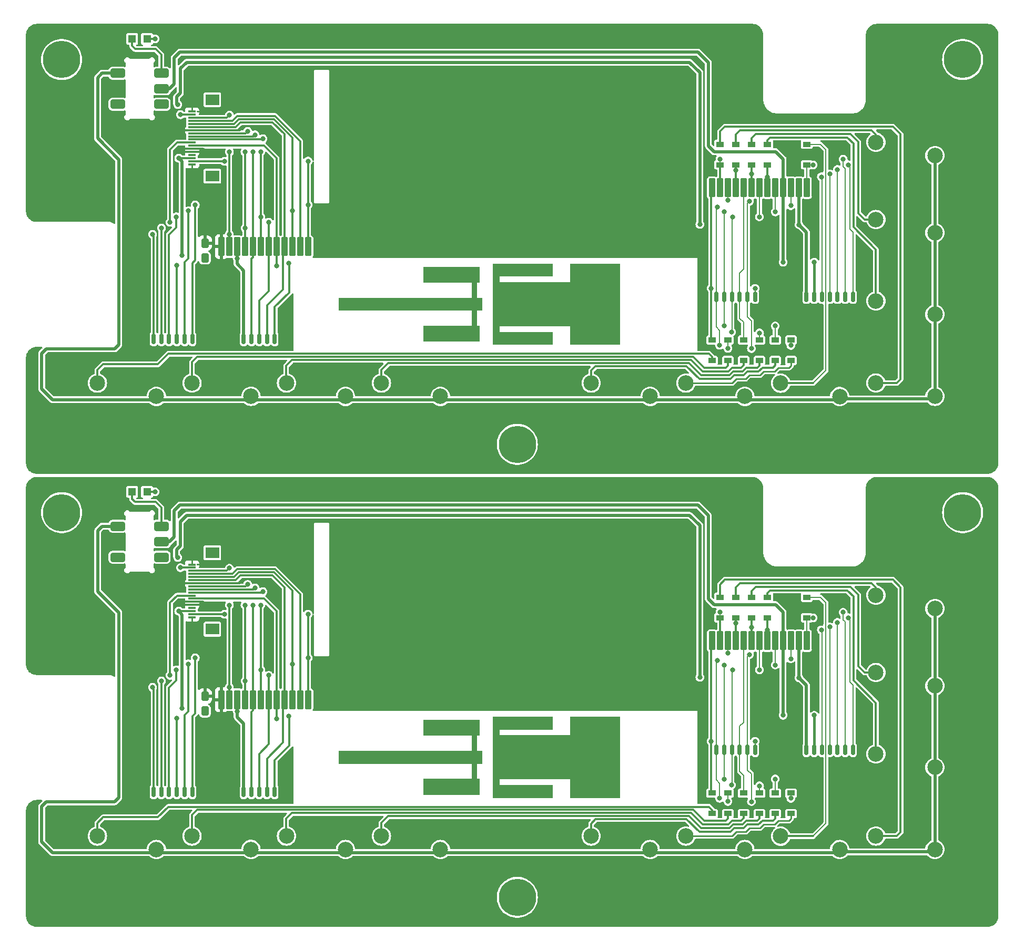
<source format=gbr>
%TF.GenerationSoftware,KiCad,Pcbnew,8.0.7*%
%TF.CreationDate,2025-01-14T19:54:09+09:00*%
%TF.ProjectId,AutoHome-S-Cover_V7.0,4175746f-486f-46d6-952d-532d436f7665,rev?*%
%TF.SameCoordinates,Original*%
%TF.FileFunction,Copper,L2,Bot*%
%TF.FilePolarity,Positive*%
%FSLAX46Y46*%
G04 Gerber Fmt 4.6, Leading zero omitted, Abs format (unit mm)*
G04 Created by KiCad (PCBNEW 8.0.7) date 2025-01-14 19:54:09*
%MOMM*%
%LPD*%
G01*
G04 APERTURE LIST*
G04 Aperture macros list*
%AMRoundRect*
0 Rectangle with rounded corners*
0 $1 Rounding radius*
0 $2 $3 $4 $5 $6 $7 $8 $9 X,Y pos of 4 corners*
0 Add a 4 corners polygon primitive as box body*
4,1,4,$2,$3,$4,$5,$6,$7,$8,$9,$2,$3,0*
0 Add four circle primitives for the rounded corners*
1,1,$1+$1,$2,$3*
1,1,$1+$1,$4,$5*
1,1,$1+$1,$6,$7*
1,1,$1+$1,$8,$9*
0 Add four rect primitives between the rounded corners*
20,1,$1+$1,$2,$3,$4,$5,0*
20,1,$1+$1,$4,$5,$6,$7,0*
20,1,$1+$1,$6,$7,$8,$9,0*
20,1,$1+$1,$8,$9,$2,$3,0*%
G04 Aperture macros list end*
%TA.AperFunction,EtchedComponent*%
%ADD10C,0.120000*%
%TD*%
%TA.AperFunction,SMDPad,CuDef*%
%ADD11R,1.200000X0.900000*%
%TD*%
%TA.AperFunction,SMDPad,CuDef*%
%ADD12R,1.300000X0.300000*%
%TD*%
%TA.AperFunction,SMDPad,CuDef*%
%ADD13R,2.200000X1.800000*%
%TD*%
%TA.AperFunction,SMDPad,CuDef*%
%ADD14RoundRect,0.154412X0.370588X1.345588X-0.370588X1.345588X-0.370588X-1.345588X0.370588X-1.345588X0*%
%TD*%
%TA.AperFunction,SMDPad,CuDef*%
%ADD15RoundRect,0.150000X-0.150000X-0.700000X0.150000X-0.700000X0.150000X0.700000X-0.150000X0.700000X0*%
%TD*%
%TA.AperFunction,SMDPad,CuDef*%
%ADD16RoundRect,0.250000X-0.250000X-1.100000X0.250000X-1.100000X0.250000X1.100000X-0.250000X1.100000X0*%
%TD*%
%TA.AperFunction,SMDPad,CuDef*%
%ADD17RoundRect,0.312500X-0.312500X0.437500X-0.312500X-0.437500X0.312500X-0.437500X0.312500X0.437500X0*%
%TD*%
%TA.AperFunction,SMDPad,CuDef*%
%ADD18RoundRect,0.154412X-0.370588X-1.345588X0.370588X-1.345588X0.370588X1.345588X-0.370588X1.345588X0*%
%TD*%
%TA.AperFunction,ComponentPad*%
%ADD19C,2.500000*%
%TD*%
%TA.AperFunction,SMDPad,CuDef*%
%ADD20RoundRect,0.375000X0.825000X-0.375000X0.825000X0.375000X-0.825000X0.375000X-0.825000X-0.375000X0*%
%TD*%
%TA.AperFunction,ComponentPad*%
%ADD21C,6.000000*%
%TD*%
%TA.AperFunction,SMDPad,CuDef*%
%ADD22R,1.300000X1.300000*%
%TD*%
%TA.AperFunction,ViaPad*%
%ADD23C,0.800000*%
%TD*%
%TA.AperFunction,Conductor*%
%ADD24C,0.200000*%
%TD*%
%TA.AperFunction,Conductor*%
%ADD25C,0.300000*%
%TD*%
%TA.AperFunction,Conductor*%
%ADD26C,0.500000*%
%TD*%
%TA.AperFunction,Conductor*%
%ADD27C,0.250000*%
%TD*%
%TA.AperFunction,Conductor*%
%ADD28C,0.400000*%
%TD*%
G04 APERTURE END LIST*
D10*
%TO.C,A1*%
X114045788Y-151160000D02*
X105545788Y-151160000D01*
X105545788Y-152160000D01*
X116945788Y-152160000D01*
X116945788Y-149160000D01*
X124945788Y-149160000D01*
X124945788Y-162160000D01*
X116945788Y-162160000D01*
X116945788Y-159160000D01*
X105545788Y-159160000D01*
X105545788Y-160160000D01*
X114045788Y-160160000D01*
X114045788Y-162160000D01*
X104545788Y-162160000D01*
X104545788Y-149160000D01*
X114045788Y-149160000D01*
X114045788Y-151160000D01*
%TA.AperFunction,EtchedComponent*%
G36*
X114045788Y-151160000D02*
G01*
X105545788Y-151160000D01*
X105545788Y-152160000D01*
X116945788Y-152160000D01*
X116945788Y-149160000D01*
X124945788Y-149160000D01*
X124945788Y-162160000D01*
X116945788Y-162160000D01*
X116945788Y-159160000D01*
X105545788Y-159160000D01*
X105545788Y-160160000D01*
X114045788Y-160160000D01*
X114045788Y-162160000D01*
X104545788Y-162160000D01*
X104545788Y-149160000D01*
X114045788Y-149160000D01*
X114045788Y-151160000D01*
G37*
%TD.AperFunction*%
X102345788Y-152160000D02*
X101845788Y-152160000D01*
X101845788Y-154660000D01*
X102745788Y-154660000D01*
X102745788Y-156660000D01*
X101845788Y-156660000D01*
X101845788Y-159160000D01*
X102345788Y-159160000D01*
X102345788Y-161660000D01*
X93345788Y-161660000D01*
X93345788Y-159160000D01*
X101145788Y-159160000D01*
X101145788Y-156660000D01*
X79745788Y-156660000D01*
X79745788Y-154660000D01*
X101145788Y-154660000D01*
X101145788Y-152160000D01*
X93345788Y-152160000D01*
X93345788Y-149660000D01*
X102345788Y-149660000D01*
X102345788Y-152160000D01*
%TA.AperFunction,EtchedComponent*%
G36*
X102345788Y-152160000D02*
G01*
X101845788Y-152160000D01*
X101845788Y-154660000D01*
X102745788Y-154660000D01*
X102745788Y-156660000D01*
X101845788Y-156660000D01*
X101845788Y-159160000D01*
X102345788Y-159160000D01*
X102345788Y-161660000D01*
X93345788Y-161660000D01*
X93345788Y-159160000D01*
X101145788Y-159160000D01*
X101145788Y-156660000D01*
X79745788Y-156660000D01*
X79745788Y-154660000D01*
X101145788Y-154660000D01*
X101145788Y-152160000D01*
X93345788Y-152160000D01*
X93345788Y-149660000D01*
X102345788Y-149660000D01*
X102345788Y-152160000D01*
G37*
%TD.AperFunction*%
X114045788Y-78160000D02*
X105545788Y-78160000D01*
X105545788Y-79160000D01*
X116945788Y-79160000D01*
X116945788Y-76160000D01*
X124945788Y-76160000D01*
X124945788Y-89160000D01*
X116945788Y-89160000D01*
X116945788Y-86160000D01*
X105545788Y-86160000D01*
X105545788Y-87160000D01*
X114045788Y-87160000D01*
X114045788Y-89160000D01*
X104545788Y-89160000D01*
X104545788Y-76160000D01*
X114045788Y-76160000D01*
X114045788Y-78160000D01*
%TA.AperFunction,EtchedComponent*%
G36*
X114045788Y-78160000D02*
G01*
X105545788Y-78160000D01*
X105545788Y-79160000D01*
X116945788Y-79160000D01*
X116945788Y-76160000D01*
X124945788Y-76160000D01*
X124945788Y-89160000D01*
X116945788Y-89160000D01*
X116945788Y-86160000D01*
X105545788Y-86160000D01*
X105545788Y-87160000D01*
X114045788Y-87160000D01*
X114045788Y-89160000D01*
X104545788Y-89160000D01*
X104545788Y-76160000D01*
X114045788Y-76160000D01*
X114045788Y-78160000D01*
G37*
%TD.AperFunction*%
X102345788Y-79160000D02*
X101845788Y-79160000D01*
X101845788Y-81660000D01*
X102745788Y-81660000D01*
X102745788Y-83660000D01*
X101845788Y-83660000D01*
X101845788Y-86160000D01*
X102345788Y-86160000D01*
X102345788Y-88660000D01*
X93345788Y-88660000D01*
X93345788Y-86160000D01*
X101145788Y-86160000D01*
X101145788Y-83660000D01*
X79745788Y-83660000D01*
X79745788Y-81660000D01*
X101145788Y-81660000D01*
X101145788Y-79160000D01*
X93345788Y-79160000D01*
X93345788Y-76660000D01*
X102345788Y-76660000D01*
X102345788Y-79160000D01*
%TA.AperFunction,EtchedComponent*%
G36*
X102345788Y-79160000D02*
G01*
X101845788Y-79160000D01*
X101845788Y-81660000D01*
X102745788Y-81660000D01*
X102745788Y-83660000D01*
X101845788Y-83660000D01*
X101845788Y-86160000D01*
X102345788Y-86160000D01*
X102345788Y-88660000D01*
X93345788Y-88660000D01*
X93345788Y-86160000D01*
X101145788Y-86160000D01*
X101145788Y-83660000D01*
X79745788Y-83660000D01*
X79745788Y-81660000D01*
X101145788Y-81660000D01*
X101145788Y-79160000D01*
X93345788Y-79160000D01*
X93345788Y-76660000D01*
X102345788Y-76660000D01*
X102345788Y-79160000D01*
G37*
%TD.AperFunction*%
%TD*%
D11*
%TO.P,D2,1,A*%
%TO.N,/LED_OUT_01*%
X139815788Y-161470000D03*
%TO.P,D2,2,K*%
%TO.N,Net-(D2-K)*%
X139815788Y-164770000D03*
%TD*%
%TO.P,D16,1,A*%
%TO.N,/INV*%
X143625788Y-133220000D03*
%TO.P,D16,2,K*%
%TO.N,Net-(D16-K)*%
X143625788Y-129920000D03*
%TD*%
D12*
%TO.P,J2,1,Pin_1*%
%TO.N,GNDPWR*%
X56105788Y-133150000D03*
%TO.P,J2,2,Pin_2*%
%TO.N,ST-7789V-LED_K*%
X56105788Y-132650000D03*
%TO.P,J2,3,Pin_3*%
%TO.N,+3.3V*%
X56105788Y-132150000D03*
%TO.P,J2,4,Pin_4*%
%TO.N,+1.8V*%
X56105788Y-131650000D03*
%TO.P,J2,5,Pin_5*%
%TO.N,GNDPWR*%
X56105788Y-131150000D03*
%TO.P,J2,6,Pin_6*%
X56105788Y-130650000D03*
%TO.P,J2,7,Pin_7*%
%TO.N,ST-7789V-D{slash}C*%
X56105788Y-130150000D03*
%TO.P,J2,8,Pin_8*%
%TO.N,ST-7789V-CS*%
X56105788Y-129650000D03*
%TO.P,J2,9,Pin_9*%
%TO.N,ST-7789V-SCL*%
X56105788Y-129150000D03*
%TO.P,J2,10,Pin_10*%
%TO.N,ST-7789V-SDA*%
X56105788Y-128650000D03*
%TO.P,J2,11,Pin_11*%
%TO.N,ST-7789V-RESET*%
X56105788Y-128150000D03*
%TO.P,J2,12,Pin_12*%
%TO.N,GNDPWR*%
X56105788Y-127650000D03*
%TO.P,J2,13,Pin_13*%
%TO.N,ST-7789V-TP_SCL*%
X56105788Y-127150000D03*
%TO.P,J2,14,Pin_14*%
%TO.N,ST-7789V-TP_SDA*%
X56105788Y-126650000D03*
%TO.P,J2,15,Pin_15*%
%TO.N,ST-7789V-TP_TRST*%
X56105788Y-126150000D03*
%TO.P,J2,16,Pin_16*%
%TO.N,ST-7789V-TP_TINT*%
X56105788Y-125650000D03*
%TO.P,J2,17,Pin_17*%
%TO.N,+3.3V*%
X56105788Y-125150000D03*
%TO.P,J2,18,Pin_18*%
%TO.N,GNDPWR*%
X56105788Y-124650000D03*
D13*
%TO.P,J2,MP*%
%TO.N,N/C*%
X59355788Y-122750000D03*
X59355788Y-135050000D03*
%TD*%
D11*
%TO.P,D6,1,A*%
%TO.N,/TV*%
X146165788Y-133220000D03*
%TO.P,D6,2,K*%
%TO.N,Net-(D6-K)*%
X146165788Y-129920000D03*
%TD*%
D14*
%TO.P,J3,A1,Pin_1*%
%TO.N,ST-7789V-LED_K*%
X74785788Y-146410000D03*
%TO.P,J3,A2,Pin_2*%
%TO.N,ST-7789V-TP_SDA*%
X72245788Y-146410000D03*
%TO.P,J3,A3,Pin_3*%
%TO.N,ST-7789V-D{slash}C*%
X69705788Y-146410000D03*
%TO.P,J3,A4,Pin_4*%
%TO.N,ST-7789V-SCL*%
X67165788Y-146410000D03*
%TO.P,J3,A5,Pin_5*%
%TO.N,ST-7789V-RESET*%
X64625788Y-146410000D03*
%TO.P,J3,A6,Pin_6*%
%TO.N,ST-7789V-TP_TINT*%
X62085788Y-146410000D03*
%TO.P,J3,B1,Pin_7*%
%TO.N,ST-7789V-TP_TRST*%
X73515788Y-146410000D03*
%TO.P,J3,B2,Pin_8*%
%TO.N,ST-7789V-TP_SCL*%
X70975788Y-146410000D03*
%TO.P,J3,B3,Pin_9*%
%TO.N,ST-7789V-CS*%
X68435788Y-146410000D03*
%TO.P,J3,B4,Pin_10*%
%TO.N,ST-7789V-SDA*%
X65895788Y-146410000D03*
%TO.P,J3,B5,Pin_11*%
%TO.N,+3.3V*%
X63355788Y-146410000D03*
%TO.P,J3,B6,Pin_12*%
%TO.N,GNDPWR*%
X60815788Y-146410000D03*
%TD*%
D11*
%TO.P,D7,1,A*%
%TO.N,/FRIGE*%
X148705788Y-133220000D03*
%TO.P,D7,2,K*%
%TO.N,Net-(D7-K)*%
X148705788Y-129920000D03*
%TD*%
D15*
%TO.P,J7,1,Pin_6*%
%TO.N,GNDPWR*%
X63150788Y-161280000D03*
%TO.P,J7,2,Pin_5*%
%TO.N,+3.3V*%
X64400788Y-161280000D03*
%TO.P,J7,3,Pin_4*%
%TO.N,ST-7789V-SDA*%
X65650788Y-161280000D03*
%TO.P,J7,4,Pin_3*%
%TO.N,ST-7789V-CS*%
X66900788Y-161280000D03*
%TO.P,J7,5,Pin_2*%
%TO.N,ST-7789V-TP_SCL*%
X68150788Y-161280000D03*
%TO.P,J7,6,Pin_1*%
%TO.N,ST-7789V-TP_TRST*%
X69400788Y-161280000D03*
D16*
%TO.P,J7,MP,Pin_7*%
%TO.N,GNDPWR*%
X61300788Y-158080000D03*
X71250788Y-158080000D03*
%TD*%
D17*
%TO.P,C1,1*%
%TO.N,GNDPWR*%
X58165788Y-145840000D03*
%TO.P,C1,2*%
%TO.N,+3.3V*%
X58165788Y-148240000D03*
%TD*%
D11*
%TO.P,D4,1,A*%
%TO.N,/LED_OUT_03*%
X144895788Y-161470000D03*
%TO.P,D4,2,K*%
%TO.N,Net-(D4-K)*%
X144895788Y-164770000D03*
%TD*%
D18*
%TO.P,J1,A1,Pin_1*%
%TO.N,/LED_OUT_01*%
X139815788Y-136920000D03*
%TO.P,J1,A2,Pin_3*%
%TO.N,/LED_OUT_02*%
X142355788Y-136920000D03*
%TO.P,J1,A3,Pin_5*%
%TO.N,/LED_OUT_03*%
X144895788Y-136920000D03*
%TO.P,J1,A4,Pin_7*%
%TO.N,/LED_OUT_04*%
X147435788Y-136920000D03*
%TO.P,J1,A5,Pin_9*%
%TO.N,/LED_OUT_05*%
X149975788Y-136920000D03*
%TO.P,J1,A6,Pin_11*%
%TO.N,/LED_OUT_06*%
X152515788Y-136920000D03*
%TO.P,J1,A7,Pin_13*%
%TO.N,/LED_OUT_07*%
X155055788Y-136920000D03*
%TO.P,J1,B1,Pin_2*%
%TO.N,/LED_OUT_08*%
X141085788Y-136920000D03*
%TO.P,J1,B2,Pin_4*%
%TO.N,/INV*%
X143625788Y-136920000D03*
%TO.P,J1,B3,Pin_6*%
%TO.N,/TV*%
X146165788Y-136920000D03*
%TO.P,J1,B4,Pin_8*%
%TO.N,/FRIGE*%
X148705788Y-136920000D03*
%TO.P,J1,B5,Pin_10*%
%TO.N,Net-(J1-Pin_10)*%
X151245788Y-136920000D03*
%TO.P,J1,B6,Pin_12*%
%TO.N,Net-(J1-Pin_12)*%
X153785788Y-136920000D03*
%TO.P,J1,B7,Pin_14*%
%TO.N,GNDPWR*%
X156325788Y-136920000D03*
%TD*%
D11*
%TO.P,D5,1,A*%
%TO.N,/LED_OUT_04*%
X147435788Y-161470000D03*
%TO.P,D5,2,K*%
%TO.N,Net-(D5-K)*%
X147435788Y-164770000D03*
%TD*%
D15*
%TO.P,J4,1,Pin_7*%
%TO.N,/LED_OUT_06*%
X140495788Y-154500000D03*
%TO.P,J4,2,Pin_6*%
%TO.N,/LED_OUT_05*%
X141745788Y-154500000D03*
%TO.P,J4,3,Pin_5*%
%TO.N,/LED_OUT_04*%
X142995788Y-154500000D03*
%TO.P,J4,4,Pin_4*%
%TO.N,/LED_OUT_03*%
X144245788Y-154500000D03*
%TO.P,J4,5,Pin_3*%
%TO.N,/LED_OUT_02*%
X145495788Y-154500000D03*
%TO.P,J4,6,Pin_2*%
%TO.N,/LED_OUT_01*%
X146745788Y-154500000D03*
D16*
%TO.P,J4,MP,Pin_1*%
%TO.N,GNDPWR*%
X138645788Y-151300000D03*
X148595788Y-151300000D03*
%TD*%
D15*
%TO.P,J6,1,Pin_7*%
%TO.N,ST-7789V-TP_TINT*%
X49895788Y-161280000D03*
%TO.P,J6,2,Pin_6*%
%TO.N,ST-7789V-RESET*%
X51145788Y-161280000D03*
%TO.P,J6,3,Pin_5*%
%TO.N,ST-7789V-SCL*%
X52395788Y-161280000D03*
%TO.P,J6,4,Pin_4*%
%TO.N,ST-7789V-D{slash}C*%
X53645788Y-161280000D03*
%TO.P,J6,5,Pin_3*%
%TO.N,ST-7789V-TP_SDA*%
X54895788Y-161280000D03*
%TO.P,J6,6,Pin_2*%
%TO.N,ST-7789V-LED_K*%
X56145788Y-161280000D03*
D16*
%TO.P,J6,MP,Pin_1*%
%TO.N,GNDPWR*%
X48045788Y-158080000D03*
X57995788Y-158080000D03*
%TD*%
D11*
%TO.P,D14,1,A*%
%TO.N,/LED_OUT_07*%
X155055788Y-133220000D03*
%TO.P,D14,2,K*%
%TO.N,Net-(D14-K)*%
X155055788Y-129920000D03*
%TD*%
D15*
%TO.P,J8,1,Pin_8*%
%TO.N,GNDPWR*%
X153745788Y-154500000D03*
%TO.P,J8,2,Pin_7*%
%TO.N,Net-(J1-Pin_12)*%
X154995788Y-154500000D03*
%TO.P,J8,3,Pin_6*%
%TO.N,Net-(J1-Pin_10)*%
X156245788Y-154500000D03*
%TO.P,J8,4,Pin_5*%
%TO.N,/FRIGE*%
X157495788Y-154500000D03*
%TO.P,J8,5,Pin_4*%
%TO.N,/TV*%
X158745788Y-154500000D03*
%TO.P,J8,6,Pin_3*%
%TO.N,/INV*%
X159995788Y-154500000D03*
%TO.P,J8,7,Pin_2*%
%TO.N,/LED_OUT_08*%
X161245788Y-154500000D03*
%TO.P,J8,8,Pin_1*%
%TO.N,/LED_OUT_07*%
X162495788Y-154500000D03*
D16*
%TO.P,J8,MP,Pin_9*%
%TO.N,GNDPWR*%
X151895788Y-151300000D03*
X164345788Y-151300000D03*
%TD*%
D11*
%TO.P,D3,1,A*%
%TO.N,/LED_OUT_02*%
X142355788Y-161470000D03*
%TO.P,D3,2,K*%
%TO.N,Net-(D3-K)*%
X142355788Y-164770000D03*
%TD*%
%TO.P,D15,1,A*%
%TO.N,/LED_OUT_08*%
X141085788Y-133220000D03*
%TO.P,D15,2,K*%
%TO.N,Net-(D15-K)*%
X141085788Y-129920000D03*
%TD*%
D19*
%TO.P,SW4,1,A*%
%TO.N,Net-(D4-K)*%
X71295788Y-168400000D03*
%TO.P,SW4,2,B*%
%TO.N,Net-(SW10A-B)*%
X80795788Y-170550000D03*
%TD*%
%TO.P,SW10,1,A*%
%TO.N,Net-(D14-K)*%
X150855788Y-168410000D03*
%TO.P,SW10,2,B*%
%TO.N,Net-(SW10A-B)*%
X160355788Y-170560000D03*
%TD*%
D11*
%TO.P,D13,1,A*%
%TO.N,/LED_OUT_06*%
X152515788Y-161470000D03*
%TO.P,D13,2,K*%
%TO.N,Net-(D13-K)*%
X152515788Y-164770000D03*
%TD*%
%TO.P,D12,1,A*%
%TO.N,/LED_OUT_05*%
X149975788Y-161470000D03*
%TO.P,D12,2,K*%
%TO.N,Net-(D12-K)*%
X149975788Y-164770000D03*
%TD*%
D19*
%TO.P,SW5,1,A*%
%TO.N,Net-(D5-K)*%
X86575788Y-168400000D03*
%TO.P,SW5,2,B*%
%TO.N,Net-(SW10A-B)*%
X96075788Y-170550000D03*
%TD*%
D20*
%TO.P,SW6,1,A*%
%TO.N,Net-(J1-Pin_12)*%
X51150788Y-123470000D03*
%TO.P,SW6,2,B*%
%TO.N,Net-(J1-Pin_10)*%
X51150788Y-120970000D03*
%TO.P,SW6,3,C*%
%TO.N,Net-(SW6A-C)*%
X51150788Y-118470000D03*
%TO.P,SW6,4,A*%
%TO.N,unconnected-(SW6B-A-Pad4)*%
X44150788Y-123470000D03*
%TO.P,SW6,5,B*%
%TO.N,GNDPWR*%
X44150788Y-120970000D03*
%TO.P,SW6,6,C*%
%TO.N,Net-(SW10A-B)*%
X44150788Y-118470000D03*
%TD*%
D19*
%TO.P,SW7,1,A*%
%TO.N,Net-(D7-K)*%
X166185788Y-155170000D03*
%TO.P,SW7,2,B*%
%TO.N,Net-(SW10A-B)*%
X175685788Y-157320000D03*
%TD*%
%TO.P,SW11,1,A*%
%TO.N,Net-(D15-K)*%
X166185788Y-168390000D03*
%TO.P,SW11,2,B*%
%TO.N,Net-(SW10A-B)*%
X175685788Y-170540000D03*
%TD*%
D21*
%TO.P,H1,1*%
%TO.N,N/C*%
X35105788Y-116270000D03*
%TD*%
D22*
%TO.P,R3,1*%
%TO.N,Net-(SW6A-C)*%
X46450788Y-112930000D03*
%TO.P,R3,2*%
%TO.N,Net-(D1-A)*%
X48850788Y-112930000D03*
%TD*%
D19*
%TO.P,SW3,1,A*%
%TO.N,Net-(D3-K)*%
X56085788Y-168390000D03*
%TO.P,SW3,2,B*%
%TO.N,Net-(SW10A-B)*%
X65585788Y-170540000D03*
%TD*%
%TO.P,SW12,1,A*%
%TO.N,Net-(D16-K)*%
X166185788Y-129590000D03*
%TO.P,SW12,2,B*%
%TO.N,Net-(SW10A-B)*%
X175685788Y-131740000D03*
%TD*%
%TO.P,SW9,1,A*%
%TO.N,Net-(D13-K)*%
X135585788Y-168400000D03*
%TO.P,SW9,2,B*%
%TO.N,Net-(SW10A-B)*%
X145085788Y-170550000D03*
%TD*%
D21*
%TO.P,H2,1*%
%TO.N,N/C*%
X108455788Y-178270000D03*
%TD*%
D19*
%TO.P,SW8,1,A*%
%TO.N,Net-(D12-K)*%
X120345788Y-168400000D03*
%TO.P,SW8,2,B*%
%TO.N,Net-(SW10A-B)*%
X129845788Y-170550000D03*
%TD*%
%TO.P,SW1,1,A*%
%TO.N,Net-(D6-K)*%
X166185788Y-142040000D03*
%TO.P,SW1,2,B*%
%TO.N,Net-(SW10A-B)*%
X175685788Y-144190000D03*
%TD*%
%TO.P,SW2,1,A*%
%TO.N,Net-(D2-K)*%
X40855788Y-168400000D03*
%TO.P,SW2,2,B*%
%TO.N,Net-(SW10A-B)*%
X50355788Y-170550000D03*
%TD*%
D21*
%TO.P,H4,1*%
%TO.N,N/C*%
X180155788Y-116270000D03*
%TD*%
D19*
%TO.P,SW9,1,A*%
%TO.N,Net-(D13-K)*%
X135585788Y-95400000D03*
%TO.P,SW9,2,B*%
%TO.N,Net-(SW10A-B)*%
X145085788Y-97550000D03*
%TD*%
%TO.P,SW2,1,A*%
%TO.N,Net-(D2-K)*%
X40855788Y-95400000D03*
%TO.P,SW2,2,B*%
%TO.N,Net-(SW10A-B)*%
X50355788Y-97550000D03*
%TD*%
%TO.P,SW12,1,A*%
%TO.N,Net-(D16-K)*%
X166185788Y-56590000D03*
%TO.P,SW12,2,B*%
%TO.N,Net-(SW10A-B)*%
X175685788Y-58740000D03*
%TD*%
D21*
%TO.P,H4,1*%
%TO.N,N/C*%
X180155788Y-43270000D03*
%TD*%
D19*
%TO.P,SW1,1,A*%
%TO.N,Net-(D6-K)*%
X166185788Y-69040000D03*
%TO.P,SW1,2,B*%
%TO.N,Net-(SW10A-B)*%
X175685788Y-71190000D03*
%TD*%
%TO.P,SW8,1,A*%
%TO.N,Net-(D12-K)*%
X120345788Y-95400000D03*
%TO.P,SW8,2,B*%
%TO.N,Net-(SW10A-B)*%
X129845788Y-97550000D03*
%TD*%
D21*
%TO.P,H2,1*%
%TO.N,N/C*%
X108455788Y-105270000D03*
%TD*%
D19*
%TO.P,SW4,1,A*%
%TO.N,Net-(D4-K)*%
X71295788Y-95400000D03*
%TO.P,SW4,2,B*%
%TO.N,Net-(SW10A-B)*%
X80795788Y-97550000D03*
%TD*%
%TO.P,SW3,1,A*%
%TO.N,Net-(D3-K)*%
X56085788Y-95390000D03*
%TO.P,SW3,2,B*%
%TO.N,Net-(SW10A-B)*%
X65585788Y-97540000D03*
%TD*%
%TO.P,SW7,1,A*%
%TO.N,Net-(D7-K)*%
X166185788Y-82170000D03*
%TO.P,SW7,2,B*%
%TO.N,Net-(SW10A-B)*%
X175685788Y-84320000D03*
%TD*%
%TO.P,SW11,1,A*%
%TO.N,Net-(D15-K)*%
X166185788Y-95390000D03*
%TO.P,SW11,2,B*%
%TO.N,Net-(SW10A-B)*%
X175685788Y-97540000D03*
%TD*%
D21*
%TO.P,H1,1*%
%TO.N,N/C*%
X35105788Y-43270000D03*
%TD*%
D20*
%TO.P,SW6,1,A*%
%TO.N,Net-(J1-Pin_12)*%
X51150788Y-50470000D03*
%TO.P,SW6,2,B*%
%TO.N,Net-(J1-Pin_10)*%
X51150788Y-47970000D03*
%TO.P,SW6,3,C*%
%TO.N,Net-(SW6A-C)*%
X51150788Y-45470000D03*
%TO.P,SW6,4,A*%
%TO.N,unconnected-(SW6B-A-Pad4)*%
X44150788Y-50470000D03*
%TO.P,SW6,5,B*%
%TO.N,GNDPWR*%
X44150788Y-47970000D03*
%TO.P,SW6,6,C*%
%TO.N,Net-(SW10A-B)*%
X44150788Y-45470000D03*
%TD*%
D19*
%TO.P,SW10,1,A*%
%TO.N,Net-(D14-K)*%
X150855788Y-95410000D03*
%TO.P,SW10,2,B*%
%TO.N,Net-(SW10A-B)*%
X160355788Y-97560000D03*
%TD*%
%TO.P,SW5,1,A*%
%TO.N,Net-(D5-K)*%
X86575788Y-95400000D03*
%TO.P,SW5,2,B*%
%TO.N,Net-(SW10A-B)*%
X96075788Y-97550000D03*
%TD*%
D11*
%TO.P,D13,1,A*%
%TO.N,/LED_OUT_06*%
X152515788Y-88470000D03*
%TO.P,D13,2,K*%
%TO.N,Net-(D13-K)*%
X152515788Y-91770000D03*
%TD*%
%TO.P,D12,1,A*%
%TO.N,/LED_OUT_05*%
X149975788Y-88470000D03*
%TO.P,D12,2,K*%
%TO.N,Net-(D12-K)*%
X149975788Y-91770000D03*
%TD*%
%TO.P,D15,1,A*%
%TO.N,/LED_OUT_08*%
X141085788Y-60220000D03*
%TO.P,D15,2,K*%
%TO.N,Net-(D15-K)*%
X141085788Y-56920000D03*
%TD*%
D15*
%TO.P,J6,1,Pin_7*%
%TO.N,ST-7789V-TP_TINT*%
X49895788Y-88280000D03*
%TO.P,J6,2,Pin_6*%
%TO.N,ST-7789V-RESET*%
X51145788Y-88280000D03*
%TO.P,J6,3,Pin_5*%
%TO.N,ST-7789V-SCL*%
X52395788Y-88280000D03*
%TO.P,J6,4,Pin_4*%
%TO.N,ST-7789V-D{slash}C*%
X53645788Y-88280000D03*
%TO.P,J6,5,Pin_3*%
%TO.N,ST-7789V-TP_SDA*%
X54895788Y-88280000D03*
%TO.P,J6,6,Pin_2*%
%TO.N,ST-7789V-LED_K*%
X56145788Y-88280000D03*
D16*
%TO.P,J6,MP,Pin_1*%
%TO.N,GNDPWR*%
X48045788Y-85080000D03*
X57995788Y-85080000D03*
%TD*%
D11*
%TO.P,D3,1,A*%
%TO.N,/LED_OUT_02*%
X142355788Y-88470000D03*
%TO.P,D3,2,K*%
%TO.N,Net-(D3-K)*%
X142355788Y-91770000D03*
%TD*%
%TO.P,D14,1,A*%
%TO.N,/LED_OUT_07*%
X155055788Y-60220000D03*
%TO.P,D14,2,K*%
%TO.N,Net-(D14-K)*%
X155055788Y-56920000D03*
%TD*%
D15*
%TO.P,J8,1,Pin_8*%
%TO.N,GNDPWR*%
X153745788Y-81500000D03*
%TO.P,J8,2,Pin_7*%
%TO.N,Net-(J1-Pin_12)*%
X154995788Y-81500000D03*
%TO.P,J8,3,Pin_6*%
%TO.N,Net-(J1-Pin_10)*%
X156245788Y-81500000D03*
%TO.P,J8,4,Pin_5*%
%TO.N,/FRIGE*%
X157495788Y-81500000D03*
%TO.P,J8,5,Pin_4*%
%TO.N,/TV*%
X158745788Y-81500000D03*
%TO.P,J8,6,Pin_3*%
%TO.N,/INV*%
X159995788Y-81500000D03*
%TO.P,J8,7,Pin_2*%
%TO.N,/LED_OUT_08*%
X161245788Y-81500000D03*
%TO.P,J8,8,Pin_1*%
%TO.N,/LED_OUT_07*%
X162495788Y-81500000D03*
D16*
%TO.P,J8,MP,Pin_9*%
%TO.N,GNDPWR*%
X151895788Y-78300000D03*
X164345788Y-78300000D03*
%TD*%
D15*
%TO.P,J4,1,Pin_7*%
%TO.N,/LED_OUT_06*%
X140495788Y-81500000D03*
%TO.P,J4,2,Pin_6*%
%TO.N,/LED_OUT_05*%
X141745788Y-81500000D03*
%TO.P,J4,3,Pin_5*%
%TO.N,/LED_OUT_04*%
X142995788Y-81500000D03*
%TO.P,J4,4,Pin_4*%
%TO.N,/LED_OUT_03*%
X144245788Y-81500000D03*
%TO.P,J4,5,Pin_3*%
%TO.N,/LED_OUT_02*%
X145495788Y-81500000D03*
%TO.P,J4,6,Pin_2*%
%TO.N,/LED_OUT_01*%
X146745788Y-81500000D03*
D16*
%TO.P,J4,MP,Pin_1*%
%TO.N,GNDPWR*%
X138645788Y-78300000D03*
X148595788Y-78300000D03*
%TD*%
D22*
%TO.P,R3,1*%
%TO.N,Net-(SW6A-C)*%
X46450788Y-39930000D03*
%TO.P,R3,2*%
%TO.N,Net-(D1-A)*%
X48850788Y-39930000D03*
%TD*%
D17*
%TO.P,C1,1*%
%TO.N,GNDPWR*%
X58165788Y-72840000D03*
%TO.P,C1,2*%
%TO.N,+3.3V*%
X58165788Y-75240000D03*
%TD*%
D14*
%TO.P,J3,A1,Pin_1*%
%TO.N,ST-7789V-LED_K*%
X74785788Y-73410000D03*
%TO.P,J3,A2,Pin_2*%
%TO.N,ST-7789V-TP_SDA*%
X72245788Y-73410000D03*
%TO.P,J3,A3,Pin_3*%
%TO.N,ST-7789V-D{slash}C*%
X69705788Y-73410000D03*
%TO.P,J3,A4,Pin_4*%
%TO.N,ST-7789V-SCL*%
X67165788Y-73410000D03*
%TO.P,J3,A5,Pin_5*%
%TO.N,ST-7789V-RESET*%
X64625788Y-73410000D03*
%TO.P,J3,A6,Pin_6*%
%TO.N,ST-7789V-TP_TINT*%
X62085788Y-73410000D03*
%TO.P,J3,B1,Pin_7*%
%TO.N,ST-7789V-TP_TRST*%
X73515788Y-73410000D03*
%TO.P,J3,B2,Pin_8*%
%TO.N,ST-7789V-TP_SCL*%
X70975788Y-73410000D03*
%TO.P,J3,B3,Pin_9*%
%TO.N,ST-7789V-CS*%
X68435788Y-73410000D03*
%TO.P,J3,B4,Pin_10*%
%TO.N,ST-7789V-SDA*%
X65895788Y-73410000D03*
%TO.P,J3,B5,Pin_11*%
%TO.N,+3.3V*%
X63355788Y-73410000D03*
%TO.P,J3,B6,Pin_12*%
%TO.N,GNDPWR*%
X60815788Y-73410000D03*
%TD*%
D12*
%TO.P,J2,1,Pin_1*%
%TO.N,GNDPWR*%
X56105788Y-60150000D03*
%TO.P,J2,2,Pin_2*%
%TO.N,ST-7789V-LED_K*%
X56105788Y-59650000D03*
%TO.P,J2,3,Pin_3*%
%TO.N,+3.3V*%
X56105788Y-59150000D03*
%TO.P,J2,4,Pin_4*%
%TO.N,+1.8V*%
X56105788Y-58650000D03*
%TO.P,J2,5,Pin_5*%
%TO.N,GNDPWR*%
X56105788Y-58150000D03*
%TO.P,J2,6,Pin_6*%
X56105788Y-57650000D03*
%TO.P,J2,7,Pin_7*%
%TO.N,ST-7789V-D{slash}C*%
X56105788Y-57150000D03*
%TO.P,J2,8,Pin_8*%
%TO.N,ST-7789V-CS*%
X56105788Y-56650000D03*
%TO.P,J2,9,Pin_9*%
%TO.N,ST-7789V-SCL*%
X56105788Y-56150000D03*
%TO.P,J2,10,Pin_10*%
%TO.N,ST-7789V-SDA*%
X56105788Y-55650000D03*
%TO.P,J2,11,Pin_11*%
%TO.N,ST-7789V-RESET*%
X56105788Y-55150000D03*
%TO.P,J2,12,Pin_12*%
%TO.N,GNDPWR*%
X56105788Y-54650000D03*
%TO.P,J2,13,Pin_13*%
%TO.N,ST-7789V-TP_SCL*%
X56105788Y-54150000D03*
%TO.P,J2,14,Pin_14*%
%TO.N,ST-7789V-TP_SDA*%
X56105788Y-53650000D03*
%TO.P,J2,15,Pin_15*%
%TO.N,ST-7789V-TP_TRST*%
X56105788Y-53150000D03*
%TO.P,J2,16,Pin_16*%
%TO.N,ST-7789V-TP_TINT*%
X56105788Y-52650000D03*
%TO.P,J2,17,Pin_17*%
%TO.N,+3.3V*%
X56105788Y-52150000D03*
%TO.P,J2,18,Pin_18*%
%TO.N,GNDPWR*%
X56105788Y-51650000D03*
D13*
%TO.P,J2,MP*%
%TO.N,N/C*%
X59355788Y-49750000D03*
X59355788Y-62050000D03*
%TD*%
D11*
%TO.P,D6,1,A*%
%TO.N,/TV*%
X146165788Y-60220000D03*
%TO.P,D6,2,K*%
%TO.N,Net-(D6-K)*%
X146165788Y-56920000D03*
%TD*%
%TO.P,D16,1,A*%
%TO.N,/INV*%
X143625788Y-60220000D03*
%TO.P,D16,2,K*%
%TO.N,Net-(D16-K)*%
X143625788Y-56920000D03*
%TD*%
%TO.P,D7,1,A*%
%TO.N,/FRIGE*%
X148705788Y-60220000D03*
%TO.P,D7,2,K*%
%TO.N,Net-(D7-K)*%
X148705788Y-56920000D03*
%TD*%
%TO.P,D5,1,A*%
%TO.N,/LED_OUT_04*%
X147435788Y-88470000D03*
%TO.P,D5,2,K*%
%TO.N,Net-(D5-K)*%
X147435788Y-91770000D03*
%TD*%
D18*
%TO.P,J1,A1,Pin_1*%
%TO.N,/LED_OUT_01*%
X139815788Y-63920000D03*
%TO.P,J1,A2,Pin_3*%
%TO.N,/LED_OUT_02*%
X142355788Y-63920000D03*
%TO.P,J1,A3,Pin_5*%
%TO.N,/LED_OUT_03*%
X144895788Y-63920000D03*
%TO.P,J1,A4,Pin_7*%
%TO.N,/LED_OUT_04*%
X147435788Y-63920000D03*
%TO.P,J1,A5,Pin_9*%
%TO.N,/LED_OUT_05*%
X149975788Y-63920000D03*
%TO.P,J1,A6,Pin_11*%
%TO.N,/LED_OUT_06*%
X152515788Y-63920000D03*
%TO.P,J1,A7,Pin_13*%
%TO.N,/LED_OUT_07*%
X155055788Y-63920000D03*
%TO.P,J1,B1,Pin_2*%
%TO.N,/LED_OUT_08*%
X141085788Y-63920000D03*
%TO.P,J1,B2,Pin_4*%
%TO.N,/INV*%
X143625788Y-63920000D03*
%TO.P,J1,B3,Pin_6*%
%TO.N,/TV*%
X146165788Y-63920000D03*
%TO.P,J1,B4,Pin_8*%
%TO.N,/FRIGE*%
X148705788Y-63920000D03*
%TO.P,J1,B5,Pin_10*%
%TO.N,Net-(J1-Pin_10)*%
X151245788Y-63920000D03*
%TO.P,J1,B6,Pin_12*%
%TO.N,Net-(J1-Pin_12)*%
X153785788Y-63920000D03*
%TO.P,J1,B7,Pin_14*%
%TO.N,GNDPWR*%
X156325788Y-63920000D03*
%TD*%
D11*
%TO.P,D2,1,A*%
%TO.N,/LED_OUT_01*%
X139815788Y-88470000D03*
%TO.P,D2,2,K*%
%TO.N,Net-(D2-K)*%
X139815788Y-91770000D03*
%TD*%
D15*
%TO.P,J7,1,Pin_6*%
%TO.N,GNDPWR*%
X63150788Y-88280000D03*
%TO.P,J7,2,Pin_5*%
%TO.N,+3.3V*%
X64400788Y-88280000D03*
%TO.P,J7,3,Pin_4*%
%TO.N,ST-7789V-SDA*%
X65650788Y-88280000D03*
%TO.P,J7,4,Pin_3*%
%TO.N,ST-7789V-CS*%
X66900788Y-88280000D03*
%TO.P,J7,5,Pin_2*%
%TO.N,ST-7789V-TP_SCL*%
X68150788Y-88280000D03*
%TO.P,J7,6,Pin_1*%
%TO.N,ST-7789V-TP_TRST*%
X69400788Y-88280000D03*
D16*
%TO.P,J7,MP,Pin_7*%
%TO.N,GNDPWR*%
X61300788Y-85080000D03*
X71250788Y-85080000D03*
%TD*%
D11*
%TO.P,D4,1,A*%
%TO.N,/LED_OUT_03*%
X144895788Y-88470000D03*
%TO.P,D4,2,K*%
%TO.N,Net-(D4-K)*%
X144895788Y-91770000D03*
%TD*%
D23*
%TO.N,/LED_OUT_08*%
X160915788Y-132350000D03*
%TO.N,ST-7789V-LED_K*%
X61305788Y-132650000D03*
%TO.N,ST-7789V-SCL*%
X67495788Y-129030000D03*
%TO.N,+3.3V*%
X54225788Y-125150000D03*
%TO.N,/LED_OUT_06*%
X152475788Y-139820000D03*
%TO.N,ST-7789V-SDA*%
X65905788Y-131170000D03*
%TO.N,ST-7789V-TP_TINT*%
X62085788Y-144400000D03*
%TO.N,/LED_OUT_07*%
X156075788Y-133240000D03*
%TO.N,/LED_OUT_02*%
X142355788Y-162820000D03*
%TO.N,ST-7789V-TP_TINT*%
X49735788Y-144430000D03*
%TO.N,ST-7789V-D{slash}C*%
X69695788Y-149480000D03*
%TO.N,ST-7789V-TP_TRST*%
X71655788Y-149110000D03*
%TO.N,ST-7789V-TP_SDA*%
X55515788Y-140650000D03*
%TO.N,/LED_OUT_05*%
X149975788Y-159200000D03*
%TO.N,Net-(J1-Pin_10)*%
X151255788Y-148930000D03*
%TO.N,ST-7789V-D{slash}C*%
X53645788Y-149420000D03*
%TO.N,/INV*%
X159995788Y-133980000D03*
%TO.N,/LED_OUT_04*%
X142915788Y-160180000D03*
%TO.N,/TV*%
X146165788Y-134730000D03*
%TO.N,ST-7789V-SCL*%
X67165788Y-141600000D03*
X53535788Y-141620000D03*
%TO.N,/LED_OUT_06*%
X140705788Y-140060000D03*
%TO.N,+3.3V*%
X63355788Y-148330000D03*
%TO.N,ST-7789V-RESET*%
X64625788Y-143430000D03*
%TO.N,/LED_OUT_05*%
X141755788Y-140820000D03*
%TO.N,/LED_OUT_02*%
X145815788Y-139140000D03*
%TO.N,ST-7789V-LED_K*%
X56605788Y-139700000D03*
%TO.N,ST-7789V-RESET*%
X65045788Y-127850000D03*
%TO.N,ST-7789V-CS*%
X68425788Y-142500000D03*
%TO.N,ST-7789V-SCL*%
X67155788Y-131170000D03*
%TO.N,+3.3V*%
X53955788Y-132160000D03*
%TO.N,ST-7789V-TP_TINT*%
X62105788Y-131170000D03*
%TO.N,/LED_OUT_04*%
X147455788Y-160310000D03*
%TO.N,ST-7789V-SDA*%
X66235788Y-128400500D03*
%TO.N,/LED_OUT_06*%
X152495788Y-162320000D03*
%TO.N,/LED_OUT_08*%
X141075788Y-132300000D03*
%TO.N,/LED_OUT_04*%
X147425788Y-141600000D03*
%TO.N,+3.3V*%
X54465788Y-147780000D03*
%TO.N,ST-7789V-RESET*%
X64605788Y-131170000D03*
%TO.N,Net-(J1-Pin_12)*%
X137845788Y-142810000D03*
%TO.N,/INV*%
X143625788Y-134080000D03*
%TO.N,ST-7789V-TP_TRST*%
X73515788Y-146410000D03*
%TO.N,Net-(J1-Pin_12)*%
X153785788Y-142870000D03*
%TO.N,/FRIGE*%
X148705788Y-135170000D03*
%TO.N,/TV*%
X158795788Y-134720000D03*
%TO.N,+3.3V*%
X58135788Y-148240000D03*
%TO.N,ST-7789V-TP_SDA*%
X72245788Y-140650000D03*
%TO.N,ST-7789V-LED_K*%
X74785788Y-139680000D03*
%TO.N,/LED_OUT_06*%
X141035788Y-162310000D03*
%TO.N,ST-7789V-TP_TINT*%
X62115788Y-125240000D03*
%TO.N,ST-7789V-RESET*%
X51175788Y-143420000D03*
%TO.N,/LED_OUT_05*%
X150005788Y-140820000D03*
%TO.N,/LED_OUT_04*%
X143095788Y-141610000D03*
%TO.N,/LED_OUT_02*%
X146135788Y-162840000D03*
%TO.N,Net-(J1-Pin_12)*%
X51150788Y-123470000D03*
X53805788Y-123520000D03*
%TO.N,Net-(J1-Pin_10)*%
X156265788Y-148940000D03*
%TO.N,ST-7789V-CS*%
X52555788Y-142500000D03*
%TO.N,/FRIGE*%
X157395788Y-135170000D03*
%TO.N,/LED_OUT_07*%
X161745788Y-133220000D03*
%TO.N,/LED_OUT_05*%
X141745788Y-159200000D03*
%TO.N,ST-7789V-LED_K*%
X74765788Y-132640000D03*
%TO.N,GNDPWR*%
X44695788Y-112930000D03*
X69455788Y-130020000D03*
X52455788Y-128360000D03*
X57905788Y-138520000D03*
X63255788Y-138220000D03*
X45825788Y-164190000D03*
X147745788Y-169050000D03*
X68355788Y-138270000D03*
X58415788Y-124520000D03*
X47955788Y-128570000D03*
X152425788Y-130900000D03*
X78175788Y-166150000D03*
X84205788Y-128120000D03*
X60765788Y-124510000D03*
X60035788Y-166150000D03*
X60055788Y-131620000D03*
X140595788Y-169750000D03*
X94535788Y-167130000D03*
X48205788Y-151220000D03*
%TO.N,/LED_OUT_02*%
X142355788Y-138890000D03*
%TO.N,/LED_OUT_01*%
X146735788Y-153140000D03*
X139665788Y-153120000D03*
%TO.N,Net-(D1-A)*%
X50135788Y-112930000D03*
%TO.N,GNDPWR*%
X139455788Y-134170000D03*
X58555788Y-131620000D03*
X122825788Y-167430000D03*
X84155788Y-133420000D03*
X48055788Y-142920000D03*
X159795788Y-130630000D03*
X42695788Y-166880000D03*
X159245788Y-166020000D03*
X60765788Y-51510000D03*
X48205788Y-78220000D03*
X84205788Y-55120000D03*
X94535788Y-94130000D03*
X69455788Y-57020000D03*
X68355788Y-65270000D03*
X78175788Y-93150000D03*
X57905788Y-65520000D03*
X60055788Y-58620000D03*
X139455788Y-61170000D03*
X147745788Y-96050000D03*
X152425788Y-57900000D03*
X63255788Y-65220000D03*
X47955788Y-55570000D03*
X42695788Y-93880000D03*
X58555788Y-58620000D03*
X60035788Y-93150000D03*
X58415788Y-51520000D03*
X140595788Y-96750000D03*
X45825788Y-91190000D03*
X159795788Y-57630000D03*
X52455788Y-55360000D03*
X84155788Y-60420000D03*
X44695788Y-39930000D03*
X159245788Y-93020000D03*
X48055788Y-69920000D03*
X122825788Y-94430000D03*
%TO.N,Net-(D1-A)*%
X50135788Y-39930000D03*
%TO.N,/LED_OUT_01*%
X139665788Y-80120000D03*
X146735788Y-80140000D03*
%TO.N,/LED_OUT_02*%
X142355788Y-65890000D03*
X145815788Y-66140000D03*
X142355788Y-89820000D03*
X146135788Y-89840000D03*
%TO.N,/LED_OUT_04*%
X143095788Y-68610000D03*
X147425788Y-68600000D03*
X147455788Y-87310000D03*
X142915788Y-87180000D03*
%TO.N,/LED_OUT_05*%
X150005788Y-67820000D03*
X149975788Y-86200000D03*
X141755788Y-67820000D03*
X141745788Y-86200000D03*
%TO.N,/LED_OUT_06*%
X152495788Y-89320000D03*
X152475788Y-66820000D03*
X141035788Y-89310000D03*
X140705788Y-67060000D03*
%TO.N,/LED_OUT_07*%
X161745788Y-60220000D03*
X156075788Y-60240000D03*
%TO.N,/LED_OUT_08*%
X160915788Y-59350000D03*
X141075788Y-59300000D03*
%TO.N,ST-7789V-LED_K*%
X56605788Y-66700000D03*
X74765788Y-59640000D03*
X61305788Y-59650000D03*
X74785788Y-66680000D03*
%TO.N,ST-7789V-D{slash}C*%
X53645788Y-76420000D03*
X69695788Y-76480000D03*
%TO.N,ST-7789V-CS*%
X68425788Y-69500000D03*
X52555788Y-69500000D03*
%TO.N,ST-7789V-SCL*%
X67155788Y-58170000D03*
X53535788Y-68620000D03*
X67165788Y-68600000D03*
X67495788Y-56030000D03*
%TO.N,ST-7789V-SDA*%
X65905788Y-58170000D03*
X66235788Y-55400500D03*
%TO.N,ST-7789V-RESET*%
X51175788Y-70420000D03*
X65045788Y-54850000D03*
X64625788Y-70430000D03*
X64605788Y-58170000D03*
%TO.N,ST-7789V-TP_SDA*%
X72245788Y-67650000D03*
X55515788Y-67650000D03*
%TO.N,ST-7789V-TP_TRST*%
X71655788Y-76110000D03*
X73515788Y-73410000D03*
%TO.N,ST-7789V-TP_TINT*%
X49735788Y-71430000D03*
X62085788Y-71400000D03*
X62105788Y-58170000D03*
X62115788Y-52240000D03*
%TO.N,+3.3V*%
X53955788Y-59160000D03*
X54225788Y-52150000D03*
X63355788Y-75330000D03*
X54465788Y-74780000D03*
X58135788Y-75240000D03*
%TO.N,/TV*%
X158795788Y-61720000D03*
X146165788Y-61730000D03*
%TO.N,/FRIGE*%
X148705788Y-62170000D03*
X157395788Y-62170000D03*
%TO.N,/INV*%
X143625788Y-61080000D03*
X159995788Y-60980000D03*
%TO.N,Net-(J1-Pin_10)*%
X156265788Y-75940000D03*
X151255788Y-75930000D03*
%TO.N,Net-(J1-Pin_12)*%
X153785788Y-69870000D03*
X53805788Y-50520000D03*
X137845788Y-69810000D03*
X51150788Y-50470000D03*
%TD*%
D24*
%TO.N,/LED_OUT_02*%
X146145788Y-158410000D02*
X146145788Y-162830000D01*
%TO.N,/LED_OUT_01*%
X146745788Y-154500000D02*
X146745788Y-153150000D01*
%TO.N,/LED_OUT_03*%
X144895788Y-150050000D02*
X144245788Y-150700000D01*
X144895788Y-136920000D02*
X144895788Y-150050000D01*
D25*
%TO.N,Net-(D4-K)*%
X71245788Y-165600000D02*
X71245788Y-168410000D01*
X136455788Y-164680000D02*
X72165788Y-164680000D01*
D24*
%TO.N,/LED_OUT_03*%
X144895788Y-161470000D02*
X144895788Y-158610000D01*
D25*
%TO.N,Net-(D2-K)*%
X139295788Y-163680000D02*
X52295788Y-163680000D01*
D24*
%TO.N,/LED_OUT_03*%
X144245788Y-157960000D02*
X144245788Y-154500000D01*
%TO.N,/LED_OUT_02*%
X146145788Y-162830000D02*
X146135788Y-162840000D01*
X145495788Y-139460000D02*
X145815788Y-139140000D01*
D25*
%TO.N,Net-(D2-K)*%
X52295788Y-163680000D02*
X50605788Y-165370000D01*
%TO.N,Net-(D4-K)*%
X144895788Y-165530000D02*
X144505788Y-165920000D01*
D24*
%TO.N,/LED_OUT_02*%
X145495788Y-154500000D02*
X145495788Y-139460000D01*
D25*
%TO.N,Net-(D4-K)*%
X143005788Y-165920000D02*
X142405788Y-166520000D01*
%TO.N,Net-(D3-K)*%
X138535788Y-165920000D02*
X136795788Y-164180000D01*
%TO.N,Net-(D2-K)*%
X41805788Y-165370000D02*
X40855788Y-166320000D01*
%TO.N,Net-(D3-K)*%
X56925788Y-164180000D02*
X56085788Y-165020000D01*
%TO.N,Net-(D2-K)*%
X50605788Y-165370000D02*
X41805788Y-165370000D01*
%TO.N,/LED_OUT_01*%
X139665788Y-137070000D02*
X139665788Y-153120000D01*
D24*
%TO.N,/LED_OUT_02*%
X142355788Y-162820000D02*
X142355788Y-161470000D01*
D25*
X142355788Y-136920000D02*
X142365788Y-136930000D01*
%TO.N,Net-(D3-K)*%
X142005788Y-165920000D02*
X138535788Y-165920000D01*
D24*
%TO.N,/LED_OUT_01*%
X146745788Y-153150000D02*
X146735788Y-153140000D01*
%TO.N,/LED_OUT_02*%
X142355788Y-138890000D02*
X142355788Y-136920000D01*
X145495788Y-154500000D02*
X145495788Y-157760000D01*
D25*
%TO.N,/LED_OUT_01*%
X139665788Y-153120000D02*
X139665788Y-161320000D01*
D24*
%TO.N,/LED_OUT_03*%
X144895788Y-158610000D02*
X144245788Y-157960000D01*
D25*
%TO.N,Net-(D3-K)*%
X142355788Y-165570000D02*
X142005788Y-165920000D01*
%TO.N,Net-(D2-K)*%
X139815788Y-164770000D02*
X139815788Y-164200000D01*
D24*
%TO.N,/LED_OUT_03*%
X144245788Y-150700000D02*
X144245788Y-154500000D01*
D25*
%TO.N,Net-(D3-K)*%
X56085788Y-165020000D02*
X56085788Y-168390000D01*
X142355788Y-164770000D02*
X142035788Y-164770000D01*
D24*
%TO.N,/LED_OUT_02*%
X145495788Y-157760000D02*
X146145788Y-158410000D01*
D25*
%TO.N,Net-(D2-K)*%
X40855788Y-166320000D02*
X40855788Y-168400000D01*
%TO.N,Net-(D3-K)*%
X136795788Y-164180000D02*
X56925788Y-164180000D01*
%TO.N,Net-(D2-K)*%
X139815788Y-164200000D02*
X139295788Y-163680000D01*
%TO.N,Net-(D3-K)*%
X142355788Y-164770000D02*
X142355788Y-165570000D01*
%TO.N,/LED_OUT_01*%
X139665788Y-161320000D02*
X139815788Y-161470000D01*
%TO.N,Net-(D1-A)*%
X50135788Y-112930000D02*
X48850788Y-112930000D01*
%TO.N,/LED_OUT_01*%
X139815788Y-136920000D02*
X139665788Y-137070000D01*
%TO.N,GNDPWR*%
X57895788Y-130650000D02*
X58255788Y-131010000D01*
X151805788Y-150410000D02*
X151805788Y-150090000D01*
X56105788Y-131150000D02*
X54635788Y-131150000D01*
X56105788Y-127650000D02*
X63765788Y-127650000D01*
X56105788Y-130650000D02*
X57895788Y-130650000D01*
X56105788Y-131150000D02*
X57865788Y-131150000D01*
X63765788Y-127650000D02*
X64215788Y-127200000D01*
X56105788Y-127650000D02*
X54535788Y-127650000D01*
X56105788Y-130650000D02*
X54615788Y-130650000D01*
X151805788Y-150090000D02*
X151805788Y-150590000D01*
%TO.N,Net-(D4-K)*%
X144895788Y-164770000D02*
X144895788Y-165530000D01*
D24*
%TO.N,/LED_OUT_04*%
X147435788Y-141190000D02*
X147435788Y-136920000D01*
X142995788Y-154500000D02*
X142995788Y-160100000D01*
X142995788Y-141710000D02*
X143095788Y-141610000D01*
D25*
%TO.N,Net-(D5-K)*%
X147435788Y-164770000D02*
X147435788Y-165590000D01*
D24*
%TO.N,/LED_OUT_04*%
X147455788Y-161450000D02*
X147435788Y-161470000D01*
X142995788Y-160100000D02*
X142915788Y-160180000D01*
X147455788Y-160310000D02*
X147455788Y-161450000D01*
X147425788Y-141200000D02*
X147435788Y-141190000D01*
D25*
%TO.N,Net-(D5-K)*%
X143205788Y-166520000D02*
X142605788Y-167120000D01*
X87695788Y-165180000D02*
X86575788Y-166300000D01*
X138005788Y-167120000D02*
X136065788Y-165180000D01*
X147105788Y-165920000D02*
X145305788Y-165920000D01*
X145305788Y-165920000D02*
X144705788Y-166520000D01*
X142605788Y-167120000D02*
X138005788Y-167120000D01*
X144705788Y-166520000D02*
X143205788Y-166520000D01*
X136065788Y-165180000D02*
X87695788Y-165180000D01*
X147435788Y-165590000D02*
X147105788Y-165920000D01*
%TO.N,Net-(D4-K)*%
X138295788Y-166520000D02*
X136455788Y-164680000D01*
D24*
%TO.N,/LED_OUT_04*%
X147425788Y-141600000D02*
X147425788Y-141200000D01*
X142995788Y-154500000D02*
X142995788Y-141710000D01*
D25*
%TO.N,Net-(D4-K)*%
X144505788Y-165920000D02*
X143005788Y-165920000D01*
X72165788Y-164680000D02*
X71245788Y-165600000D01*
X142405788Y-166520000D02*
X138295788Y-166520000D01*
%TO.N,ST-7789V-TP_SCL*%
X63145788Y-127150000D02*
X56105788Y-127150000D01*
%TO.N,ST-7789V-TP_SDA*%
X72245788Y-146410000D02*
X72245788Y-140650000D01*
%TO.N,ST-7789V-TP_SCL*%
X70975788Y-128290000D02*
X69075788Y-126390000D01*
%TO.N,ST-7789V-TP_SDA*%
X72245788Y-128852894D02*
X69252894Y-125860000D01*
X62825788Y-126650000D02*
X56105788Y-126650000D01*
X55515788Y-140650000D02*
X55515788Y-148300000D01*
%TO.N,ST-7789V-RESET*%
X51145788Y-143450000D02*
X51145788Y-161280000D01*
%TO.N,ST-7789V-TP_SCL*%
X70715788Y-146670000D02*
X70975788Y-146410000D01*
%TO.N,ST-7789V-RESET*%
X64625788Y-140250000D02*
X64625788Y-131190000D01*
X51175788Y-143420000D02*
X51145788Y-143450000D01*
%TO.N,ST-7789V-TP_SCL*%
X63905788Y-126390000D02*
X63145788Y-127150000D01*
%TO.N,ST-7789V-TP_TRST*%
X73515788Y-129415788D02*
X69460000Y-125360000D01*
X62575788Y-126150000D02*
X56105788Y-126150000D01*
X71755788Y-149210000D02*
X71655788Y-149110000D01*
%TO.N,ST-7789V-TP_SDA*%
X55335788Y-140830000D02*
X55515788Y-140650000D01*
%TO.N,ST-7789V-RESET*%
X64745788Y-128150000D02*
X56105788Y-128150000D01*
%TO.N,ST-7789V-TP_SDA*%
X69252894Y-125860000D02*
X63615788Y-125860000D01*
X54895788Y-148920000D02*
X54895788Y-161280000D01*
X55515788Y-148300000D02*
X54895788Y-148920000D01*
%TO.N,ST-7789V-TP_SCL*%
X68150788Y-161280000D02*
X68150788Y-155905000D01*
X70975788Y-141340000D02*
X70975788Y-128290000D01*
X70975788Y-146410000D02*
X70975788Y-141340000D01*
X70715788Y-153340000D02*
X70715788Y-146670000D01*
%TO.N,ST-7789V-RESET*%
X65045788Y-127850000D02*
X64745788Y-128150000D01*
%TO.N,ST-7789V-TP_TRST*%
X71755788Y-150020000D02*
X71755788Y-149210000D01*
X73515788Y-142710000D02*
X73515788Y-129415788D01*
X63365788Y-125360000D02*
X62575788Y-126150000D01*
%TO.N,ST-7789V-TP_SCL*%
X69075788Y-126390000D02*
X63905788Y-126390000D01*
%TO.N,ST-7789V-TP_TRST*%
X69400788Y-161280000D02*
X69400788Y-156155000D01*
X69460000Y-125360000D02*
X63365788Y-125360000D01*
X71755788Y-153800000D02*
X71755788Y-150020000D01*
%TO.N,ST-7789V-TP_SCL*%
X68150788Y-155905000D02*
X70715788Y-153340000D01*
%TO.N,ST-7789V-RESET*%
X64625788Y-143430000D02*
X64625788Y-140250000D01*
%TO.N,ST-7789V-TP_TRST*%
X69400788Y-156155000D02*
X71755788Y-153800000D01*
%TO.N,ST-7789V-TP_SDA*%
X63615788Y-125860000D02*
X62825788Y-126650000D01*
%TO.N,ST-7789V-TP_TRST*%
X73515788Y-146410000D02*
X73515788Y-142710000D01*
%TO.N,ST-7789V-RESET*%
X64625788Y-146410000D02*
X64625788Y-143430000D01*
%TO.N,ST-7789V-TP_SDA*%
X72245788Y-140650000D02*
X72245788Y-128852894D01*
%TO.N,ST-7789V-LED_K*%
X61305788Y-132650000D02*
X56105788Y-132650000D01*
%TO.N,ST-7789V-D{slash}C*%
X67685788Y-130150000D02*
X69705788Y-132170000D01*
%TO.N,ST-7789V-SCL*%
X53535788Y-143340000D02*
X52395788Y-144480000D01*
%TO.N,ST-7789V-LED_K*%
X74785788Y-143970000D02*
X74785788Y-146410000D01*
%TO.N,ST-7789V-SCL*%
X67375788Y-129150000D02*
X56105788Y-129150000D01*
%TO.N,ST-7789V-D{slash}C*%
X53645788Y-149420000D02*
X53645788Y-161280000D01*
%TO.N,ST-7789V-LED_K*%
X74785788Y-132660000D02*
X74785788Y-139680000D01*
%TO.N,ST-7789V-SDA*%
X65895788Y-146410000D02*
X65895788Y-131180000D01*
%TO.N,ST-7789V-RESET*%
X64625788Y-131190000D02*
X64605788Y-131170000D01*
%TO.N,ST-7789V-CS*%
X68455788Y-153590000D02*
X68455788Y-146430000D01*
%TO.N,ST-7789V-SCL*%
X67185788Y-146430000D02*
X67165788Y-146410000D01*
%TO.N,ST-7789V-CS*%
X68425788Y-142980000D02*
X68435788Y-142990000D01*
%TO.N,ST-7789V-SCL*%
X67165788Y-131180000D02*
X67155788Y-131170000D01*
%TO.N,ST-7789V-CS*%
X68455788Y-146430000D02*
X68435788Y-146410000D01*
X66900788Y-161280000D02*
X66900788Y-155145000D01*
X68425788Y-142500000D02*
X68425788Y-142980000D01*
%TO.N,ST-7789V-D{slash}C*%
X56105788Y-130150000D02*
X67685788Y-130150000D01*
%TO.N,ST-7789V-SCL*%
X67165788Y-146410000D02*
X67165788Y-141600000D01*
X52395788Y-144480000D02*
X52395788Y-161280000D01*
%TO.N,ST-7789V-SDA*%
X65655788Y-148360000D02*
X65895788Y-148120000D01*
%TO.N,ST-7789V-SCL*%
X67165788Y-141600000D02*
X67165788Y-131180000D01*
%TO.N,ST-7789V-CS*%
X53675788Y-129650000D02*
X52555788Y-130770000D01*
%TO.N,ST-7789V-LED_K*%
X56585788Y-139720000D02*
X56605788Y-139700000D01*
X74785788Y-139680000D02*
X74785788Y-143970000D01*
X56145788Y-149080000D02*
X56145788Y-161280000D01*
%TO.N,ST-7789V-SDA*%
X65986288Y-128650000D02*
X56105788Y-128650000D01*
%TO.N,ST-7789V-CS*%
X52555788Y-130770000D02*
X52555788Y-142500000D01*
%TO.N,ST-7789V-LED_K*%
X56605788Y-139700000D02*
X56605788Y-148620000D01*
%TO.N,ST-7789V-CS*%
X56105788Y-129650000D02*
X53675788Y-129650000D01*
%TO.N,ST-7789V-D{slash}C*%
X69695788Y-149480000D02*
X69695788Y-146420000D01*
%TO.N,ST-7789V-SCL*%
X67495788Y-129030000D02*
X67375788Y-129150000D01*
%TO.N,ST-7789V-CS*%
X66900788Y-155145000D02*
X68455788Y-153590000D01*
%TO.N,ST-7789V-SDA*%
X65895788Y-148120000D02*
X65895788Y-146410000D01*
%TO.N,ST-7789V-LED_K*%
X56605788Y-148620000D02*
X56145788Y-149080000D01*
%TO.N,ST-7789V-D{slash}C*%
X69695788Y-146420000D02*
X69705788Y-146410000D01*
X69705788Y-132170000D02*
X69705788Y-146410000D01*
%TO.N,ST-7789V-SDA*%
X65885788Y-146420000D02*
X65895788Y-146410000D01*
X65655788Y-151960000D02*
X65655788Y-148360000D01*
%TO.N,ST-7789V-CS*%
X68435788Y-142990000D02*
X68435788Y-146410000D01*
%TO.N,ST-7789V-SDA*%
X65650788Y-161280000D02*
X65650788Y-151965000D01*
%TO.N,ST-7789V-LED_K*%
X74765788Y-132640000D02*
X74785788Y-132660000D01*
%TO.N,ST-7789V-SDA*%
X66235788Y-128400500D02*
X65986288Y-128650000D01*
X65650788Y-151965000D02*
X65655788Y-151960000D01*
X65895788Y-131180000D02*
X65905788Y-131170000D01*
%TO.N,ST-7789V-SCL*%
X53535788Y-141620000D02*
X53535788Y-143340000D01*
%TO.N,ST-7789V-TP_TINT*%
X49895788Y-144590000D02*
X49895788Y-161280000D01*
D26*
%TO.N,+3.3V*%
X54465788Y-147800000D02*
X54465788Y-147780000D01*
D25*
%TO.N,/TV*%
X146145788Y-136940000D02*
X146165788Y-136920000D01*
%TO.N,ST-7789V-TP_TINT*%
X62085788Y-131190000D02*
X62105788Y-131170000D01*
D26*
%TO.N,Net-(SW10A-B)*%
X31905788Y-163620000D02*
X31905788Y-169320000D01*
%TO.N,+3.3V*%
X54495788Y-132700000D02*
X54495788Y-147830000D01*
D25*
%TO.N,/TV*%
X146165788Y-134730000D02*
X146165788Y-136920000D01*
D26*
%TO.N,Net-(SW10A-B)*%
X159835788Y-171080000D02*
X160355788Y-170560000D01*
X175705788Y-170520000D02*
X175705788Y-131760000D01*
X40895788Y-128980000D02*
X44305788Y-132390000D01*
D25*
%TO.N,Net-(SW6A-C)*%
X51150788Y-115465000D02*
X51150788Y-118470000D01*
%TO.N,+3.3V*%
X56105788Y-125150000D02*
X54225788Y-125150000D01*
%TO.N,ST-7789V-TP_TINT*%
X49735788Y-144430000D02*
X49895788Y-144590000D01*
X61705788Y-125650000D02*
X56105788Y-125650000D01*
D26*
%TO.N,Net-(SW10A-B)*%
X31905788Y-169320000D02*
X33665788Y-171080000D01*
D25*
%TO.N,/TV*%
X146165788Y-133220000D02*
X146165788Y-134730000D01*
D24*
X158745788Y-154500000D02*
X158745788Y-134770000D01*
D26*
%TO.N,Net-(SW10A-B)*%
X160755788Y-170960000D02*
X175265788Y-170960000D01*
X43595788Y-162890000D02*
X32635788Y-162890000D01*
X175265788Y-170960000D02*
X175705788Y-170520000D01*
X175705788Y-131760000D02*
X175685788Y-131740000D01*
X44305788Y-162180000D02*
X43595788Y-162890000D01*
X44305788Y-132390000D02*
X44305788Y-162180000D01*
D25*
%TO.N,+3.3V*%
X56105788Y-132150000D02*
X53965788Y-132150000D01*
D26*
%TO.N,Net-(SW10A-B)*%
X41615788Y-118470000D02*
X40895788Y-119190000D01*
D25*
%TO.N,Net-(SW6A-C)*%
X50255788Y-114570000D02*
X46955788Y-114570000D01*
%TO.N,ST-7789V-TP_TINT*%
X62085788Y-144400000D02*
X62085788Y-144230000D01*
X62085788Y-144230000D02*
X62085788Y-131190000D01*
D26*
%TO.N,Net-(SW10A-B)*%
X32635788Y-162890000D02*
X31905788Y-163620000D01*
D25*
%TO.N,Net-(SW6A-C)*%
X46955788Y-114570000D02*
X46450788Y-114065000D01*
D26*
%TO.N,+3.3V*%
X63355788Y-149210000D02*
X63355788Y-148330000D01*
D25*
%TO.N,Net-(SW6A-C)*%
X50255788Y-114570000D02*
X51150788Y-115465000D01*
D27*
%TO.N,+3.3V*%
X53965788Y-132150000D02*
X53955788Y-132160000D01*
D25*
%TO.N,ST-7789V-TP_TINT*%
X62085788Y-146410000D02*
X62085788Y-144400000D01*
X62115788Y-125240000D02*
X61705788Y-125650000D01*
D26*
%TO.N,Net-(SW10A-B)*%
X33665788Y-171080000D02*
X159835788Y-171080000D01*
D25*
%TO.N,Net-(SW6A-C)*%
X46450788Y-114065000D02*
X46450788Y-112930000D01*
D26*
%TO.N,+3.3V*%
X63355788Y-148330000D02*
X63355788Y-146410000D01*
%TO.N,Net-(SW10A-B)*%
X160355788Y-170560000D02*
X160755788Y-170960000D01*
X40895788Y-119190000D02*
X40895788Y-128980000D01*
%TO.N,+3.3V*%
X64400788Y-150255000D02*
X63355788Y-149210000D01*
%TO.N,Net-(SW10A-B)*%
X44150788Y-118470000D02*
X41615788Y-118470000D01*
%TO.N,+3.3V*%
X64400788Y-161280000D02*
X64400788Y-150255000D01*
X53955788Y-132160000D02*
X54495788Y-132700000D01*
D25*
%TO.N,Net-(D6-K)*%
X162075788Y-128270000D02*
X163345788Y-129540000D01*
D26*
%TO.N,+3.3V*%
X54495788Y-147830000D02*
X54465788Y-147800000D01*
D25*
%TO.N,Net-(D6-K)*%
X163345788Y-141010000D02*
X164375788Y-142040000D01*
D24*
%TO.N,/TV*%
X158745788Y-134770000D02*
X158795788Y-134720000D01*
D26*
%TO.N,Net-(J1-Pin_10)*%
X139205788Y-130170000D02*
X139205788Y-116740000D01*
D25*
%TO.N,/INV*%
X143655788Y-136950000D02*
X143625788Y-136920000D01*
D26*
%TO.N,Net-(J1-Pin_10)*%
X151245788Y-136920000D02*
X151245788Y-132310000D01*
D25*
%TO.N,/INV*%
X143625788Y-134080000D02*
X143625788Y-136920000D01*
D26*
%TO.N,Net-(J1-Pin_12)*%
X54205788Y-121670000D02*
X53605788Y-122270000D01*
%TO.N,Net-(J1-Pin_10)*%
X151245788Y-132310000D02*
X150055788Y-131120000D01*
D25*
%TO.N,/FRIGE*%
X148705788Y-133220000D02*
X148705788Y-136920000D01*
D24*
%TO.N,Net-(J1-Pin_10)*%
X151255788Y-148930000D02*
X151245788Y-148920000D01*
D25*
%TO.N,Net-(D6-K)*%
X164375788Y-142040000D02*
X166185788Y-142040000D01*
%TO.N,Net-(D16-K)*%
X166185788Y-128340000D02*
X166185788Y-129590000D01*
%TO.N,Net-(D7-K)*%
X149135788Y-128820000D02*
X161565788Y-128820000D01*
X162555788Y-129810000D02*
X162555788Y-143290000D01*
%TO.N,Net-(D6-K)*%
X163345788Y-129540000D02*
X163345788Y-141010000D01*
D26*
%TO.N,Net-(J1-Pin_10)*%
X53215788Y-120200000D02*
X52445788Y-120970000D01*
D25*
%TO.N,Net-(D6-K)*%
X146165788Y-128960000D02*
X146855788Y-128270000D01*
%TO.N,Net-(D16-K)*%
X143625788Y-128370000D02*
X144335788Y-127660000D01*
%TO.N,/INV*%
X143625788Y-133220000D02*
X143625788Y-134080000D01*
D26*
%TO.N,Net-(J1-Pin_12)*%
X53605788Y-122270000D02*
X53605788Y-123320000D01*
%TO.N,Net-(J1-Pin_10)*%
X139205788Y-116740000D02*
X137535788Y-115070000D01*
D25*
%TO.N,Net-(D7-K)*%
X148705788Y-129920000D02*
X148705788Y-129250000D01*
D26*
%TO.N,Net-(J1-Pin_10)*%
X140155788Y-131120000D02*
X139205788Y-130170000D01*
%TO.N,Net-(J1-Pin_12)*%
X54205788Y-117720000D02*
X54205788Y-121670000D01*
X153785788Y-142870000D02*
X153805788Y-142870000D01*
X55205788Y-116720000D02*
X54205788Y-117720000D01*
%TO.N,Net-(J1-Pin_10)*%
X151245788Y-148920000D02*
X151245788Y-136920000D01*
D25*
%TO.N,Net-(D16-K)*%
X144335788Y-127660000D02*
X165505788Y-127660000D01*
D26*
%TO.N,Net-(J1-Pin_12)*%
X154995788Y-144060000D02*
X154995788Y-154500000D01*
D25*
%TO.N,Net-(D6-K)*%
X146165788Y-129920000D02*
X146165788Y-128960000D01*
D24*
%TO.N,Net-(J1-Pin_10)*%
X156245788Y-148960000D02*
X156265788Y-148940000D01*
%TO.N,/INV*%
X159995788Y-154500000D02*
X159995788Y-133980000D01*
D26*
%TO.N,Net-(J1-Pin_12)*%
X136205788Y-116720000D02*
X55205788Y-116720000D01*
X53605788Y-123320000D02*
X53805788Y-123520000D01*
D25*
%TO.N,Net-(D16-K)*%
X165505788Y-127660000D02*
X166185788Y-128340000D01*
X143625788Y-129920000D02*
X143625788Y-128370000D01*
D24*
%TO.N,/FRIGE*%
X157495788Y-154500000D02*
X157495788Y-135270000D01*
D26*
%TO.N,Net-(J1-Pin_12)*%
X137845788Y-118360000D02*
X136205788Y-116720000D01*
%TO.N,Net-(J1-Pin_10)*%
X53215788Y-116010000D02*
X53215788Y-120200000D01*
%TO.N,Net-(J1-Pin_12)*%
X153785788Y-136920000D02*
X153785788Y-142870000D01*
X153805788Y-142870000D02*
X154995788Y-144060000D01*
X137845788Y-118360000D02*
X137845788Y-142810000D01*
%TO.N,Net-(J1-Pin_10)*%
X54155788Y-115070000D02*
X53215788Y-116010000D01*
X52445788Y-120970000D02*
X51150788Y-120970000D01*
D25*
%TO.N,Net-(D7-K)*%
X161565788Y-128820000D02*
X162555788Y-129810000D01*
X166185788Y-146920000D02*
X166185788Y-155170000D01*
%TO.N,Net-(D6-K)*%
X146165788Y-129920000D02*
X146105788Y-129920000D01*
%TO.N,Net-(D7-K)*%
X148705788Y-129250000D02*
X149135788Y-128820000D01*
D28*
%TO.N,Net-(J1-Pin_10)*%
X156245788Y-154500000D02*
X156245788Y-148960000D01*
D25*
%TO.N,Net-(D6-K)*%
X146855788Y-128270000D02*
X162075788Y-128270000D01*
D26*
%TO.N,Net-(J1-Pin_10)*%
X150055788Y-131120000D02*
X140155788Y-131120000D01*
D24*
%TO.N,/FRIGE*%
X157495788Y-135270000D02*
X157395788Y-135170000D01*
D25*
%TO.N,Net-(D7-K)*%
X162555788Y-143290000D02*
X166185788Y-146920000D01*
D26*
%TO.N,Net-(J1-Pin_10)*%
X137535788Y-115070000D02*
X54155788Y-115070000D01*
D24*
%TO.N,/LED_OUT_07*%
X161965788Y-143570000D02*
X161965788Y-133440000D01*
%TO.N,/LED_OUT_08*%
X161245788Y-154500000D02*
X161245788Y-133870000D01*
X160915788Y-133540000D02*
X160915788Y-132350000D01*
D25*
X141085788Y-136920000D02*
X141085788Y-133220000D01*
D24*
%TO.N,/LED_OUT_07*%
X162495788Y-144100000D02*
X161965788Y-143570000D01*
%TO.N,/LED_OUT_06*%
X152475788Y-139820000D02*
X152515788Y-139780000D01*
%TO.N,/LED_OUT_07*%
X155075788Y-133240000D02*
X155055788Y-133220000D01*
%TO.N,/LED_OUT_08*%
X141075788Y-133210000D02*
X141085788Y-133220000D01*
X141075788Y-132300000D02*
X141075788Y-133210000D01*
%TO.N,/LED_OUT_07*%
X155055788Y-133220000D02*
X155055788Y-136920000D01*
D25*
%TO.N,/LED_OUT_08*%
X141065788Y-136900000D02*
X141085788Y-136920000D01*
D24*
X161245788Y-133870000D02*
X160915788Y-133540000D01*
%TO.N,/LED_OUT_07*%
X161965788Y-133440000D02*
X161745788Y-133220000D01*
X156075788Y-133240000D02*
X155075788Y-133240000D01*
X162495788Y-154500000D02*
X162495788Y-144100000D01*
%TO.N,/LED_OUT_05*%
X141745788Y-154500000D02*
X141745788Y-159200000D01*
D27*
%TO.N,Net-(D13-K)*%
X152515788Y-165610000D02*
X152515788Y-164770000D01*
D24*
%TO.N,Net-(D14-K)*%
X158125788Y-135039950D02*
X158125788Y-166360000D01*
X158095788Y-134430050D02*
X158095788Y-135009950D01*
%TO.N,/LED_OUT_05*%
X141745788Y-154500000D02*
X141745788Y-140830000D01*
D25*
%TO.N,Net-(D15-K)*%
X141875788Y-127080000D02*
X168925788Y-127080000D01*
X170145788Y-167780000D02*
X169535788Y-168390000D01*
%TO.N,Net-(D12-K)*%
X147905788Y-165920000D02*
X147305788Y-166520000D01*
D24*
%TO.N,Net-(D14-K)*%
X155055788Y-129920000D02*
X157255788Y-129920000D01*
%TO.N,/LED_OUT_05*%
X149975788Y-159200000D02*
X149975788Y-161470000D01*
D25*
%TO.N,Net-(D12-K)*%
X143405788Y-167120000D02*
X142805788Y-167720000D01*
D27*
%TO.N,Net-(D13-K)*%
X145205788Y-167720000D02*
X145805788Y-167120000D01*
D24*
%TO.N,Net-(D14-K)*%
X158125788Y-134400050D02*
X158095788Y-134430050D01*
D27*
%TO.N,Net-(D13-K)*%
X135595788Y-168410000D02*
X143015788Y-168410000D01*
X148105788Y-166520000D02*
X149905788Y-166520000D01*
X143705788Y-167720000D02*
X145205788Y-167720000D01*
D25*
%TO.N,Net-(D12-K)*%
X149605788Y-165920000D02*
X147905788Y-165920000D01*
X145505788Y-166520000D02*
X144905788Y-167120000D01*
X121055788Y-165680000D02*
X120335788Y-166400000D01*
X149975788Y-164770000D02*
X149975788Y-165550000D01*
D24*
%TO.N,Net-(D14-K)*%
X157255788Y-129920000D02*
X158125788Y-130790000D01*
D25*
%TO.N,Net-(D12-K)*%
X144905788Y-167120000D02*
X143405788Y-167120000D01*
D24*
%TO.N,/LED_OUT_05*%
X141745788Y-140830000D02*
X141755788Y-140820000D01*
%TO.N,/LED_OUT_06*%
X152495788Y-161490000D02*
X152515788Y-161470000D01*
D25*
%TO.N,Net-(D12-K)*%
X135705788Y-165680000D02*
X121055788Y-165680000D01*
X147305788Y-166520000D02*
X145505788Y-166520000D01*
D24*
%TO.N,/LED_OUT_06*%
X152515788Y-139780000D02*
X152515788Y-136920000D01*
D25*
%TO.N,Net-(D12-K)*%
X142805788Y-167720000D02*
X137745788Y-167720000D01*
D24*
%TO.N,/LED_OUT_06*%
X140495788Y-159350000D02*
X140495788Y-154500000D01*
%TO.N,Net-(D14-K)*%
X158125788Y-130790000D02*
X158125788Y-134400050D01*
X158125788Y-166360000D02*
X156075788Y-168410000D01*
D27*
%TO.N,Net-(D13-K)*%
X145805788Y-167120000D02*
X147505788Y-167120000D01*
D24*
%TO.N,/LED_OUT_05*%
X150005788Y-140820000D02*
X149975788Y-140790000D01*
%TO.N,Net-(D14-K)*%
X158095788Y-135009950D02*
X158125788Y-135039950D01*
D27*
%TO.N,Net-(D13-K)*%
X143015788Y-168410000D02*
X143705788Y-167720000D01*
D24*
%TO.N,/LED_OUT_06*%
X152495788Y-162320000D02*
X152495788Y-161490000D01*
D27*
%TO.N,Net-(D13-K)*%
X149905788Y-166520000D02*
X150505788Y-165920000D01*
D25*
%TO.N,Net-(D12-K)*%
X137745788Y-167720000D02*
X135705788Y-165680000D01*
D24*
%TO.N,/LED_OUT_05*%
X149975788Y-140790000D02*
X149975788Y-136920000D01*
D25*
%TO.N,Net-(D15-K)*%
X170145788Y-128300000D02*
X170145788Y-167780000D01*
%TO.N,Net-(D12-K)*%
X149975788Y-165550000D02*
X149605788Y-165920000D01*
D27*
%TO.N,Net-(D13-K)*%
X147505788Y-167120000D02*
X148105788Y-166520000D01*
D24*
%TO.N,/LED_OUT_06*%
X140495788Y-140270000D02*
X140705788Y-140060000D01*
D27*
%TO.N,Net-(D13-K)*%
X135585788Y-168400000D02*
X135595788Y-168410000D01*
D25*
%TO.N,Net-(D15-K)*%
X141085788Y-129920000D02*
X141085788Y-127870000D01*
%TO.N,/LED_OUT_05*%
X149955788Y-136940000D02*
X149975788Y-136920000D01*
%TO.N,Net-(D15-K)*%
X168925788Y-127080000D02*
X170145788Y-128300000D01*
D27*
%TO.N,Net-(D13-K)*%
X152205788Y-165920000D02*
X152515788Y-165610000D01*
D25*
%TO.N,Net-(D12-K)*%
X120335788Y-166400000D02*
X120335788Y-168410000D01*
%TO.N,Net-(D5-K)*%
X86575788Y-166300000D02*
X86575788Y-168400000D01*
%TO.N,Net-(D15-K)*%
X169535788Y-168390000D02*
X166185788Y-168390000D01*
D27*
%TO.N,Net-(D13-K)*%
X150505788Y-165920000D02*
X152205788Y-165920000D01*
D24*
%TO.N,/LED_OUT_06*%
X141035788Y-162310000D02*
X141035788Y-159890000D01*
D25*
%TO.N,Net-(D14-K)*%
X156075788Y-168410000D02*
X150855788Y-168410000D01*
D24*
%TO.N,/LED_OUT_06*%
X141035788Y-159890000D02*
X140495788Y-159350000D01*
D25*
%TO.N,Net-(D15-K)*%
X141085788Y-127870000D02*
X141875788Y-127080000D01*
D24*
%TO.N,/LED_OUT_06*%
X140495788Y-154500000D02*
X140495788Y-140270000D01*
D25*
%TO.N,GNDPWR*%
X63765788Y-54650000D02*
X64215788Y-54200000D01*
X151805788Y-77410000D02*
X151805788Y-77090000D01*
X56105788Y-57650000D02*
X54615788Y-57650000D01*
X56105788Y-58150000D02*
X57865788Y-58150000D01*
X57895788Y-57650000D02*
X58255788Y-58010000D01*
X56105788Y-54650000D02*
X63765788Y-54650000D01*
X56105788Y-58150000D02*
X54635788Y-58150000D01*
X56105788Y-57650000D02*
X57895788Y-57650000D01*
X56105788Y-54650000D02*
X54535788Y-54650000D01*
X151805788Y-77090000D02*
X151805788Y-77590000D01*
%TO.N,Net-(D1-A)*%
X50135788Y-39930000D02*
X48850788Y-39930000D01*
%TO.N,/LED_OUT_01*%
X139815788Y-63920000D02*
X139665788Y-64070000D01*
X139665788Y-88320000D02*
X139815788Y-88470000D01*
D24*
X146745788Y-81500000D02*
X146745788Y-80150000D01*
X146745788Y-80150000D02*
X146735788Y-80140000D01*
D25*
X139665788Y-80120000D02*
X139665788Y-88320000D01*
X139665788Y-64070000D02*
X139665788Y-80120000D01*
%TO.N,Net-(D2-K)*%
X139815788Y-91770000D02*
X139815788Y-91200000D01*
X139295788Y-90680000D02*
X52295788Y-90680000D01*
X139815788Y-91200000D02*
X139295788Y-90680000D01*
X40855788Y-93320000D02*
X40855788Y-95400000D01*
X52295788Y-90680000D02*
X50605788Y-92370000D01*
X41805788Y-92370000D02*
X40855788Y-93320000D01*
X50605788Y-92370000D02*
X41805788Y-92370000D01*
D24*
%TO.N,/LED_OUT_02*%
X145495788Y-81500000D02*
X145495788Y-84760000D01*
X145495788Y-84760000D02*
X146145788Y-85410000D01*
X142355788Y-65890000D02*
X142355788Y-63920000D01*
X145495788Y-66460000D02*
X145815788Y-66140000D01*
X146145788Y-89830000D02*
X146135788Y-89840000D01*
D25*
X142355788Y-63920000D02*
X142365788Y-63930000D01*
D24*
X145495788Y-81500000D02*
X145495788Y-66460000D01*
X142355788Y-89820000D02*
X142355788Y-88470000D01*
X146145788Y-85410000D02*
X146145788Y-89830000D01*
D25*
%TO.N,Net-(D3-K)*%
X142355788Y-91770000D02*
X142355788Y-92570000D01*
X136795788Y-91180000D02*
X56925788Y-91180000D01*
X56925788Y-91180000D02*
X56085788Y-92020000D01*
X138535788Y-92920000D02*
X136795788Y-91180000D01*
X56085788Y-92020000D02*
X56085788Y-95390000D01*
X142355788Y-91770000D02*
X142035788Y-91770000D01*
X142355788Y-92570000D02*
X142005788Y-92920000D01*
X142005788Y-92920000D02*
X138535788Y-92920000D01*
D24*
%TO.N,/LED_OUT_03*%
X144895788Y-63920000D02*
X144895788Y-77050000D01*
X144895788Y-88470000D02*
X144895788Y-85610000D01*
X144895788Y-85610000D02*
X144245788Y-84960000D01*
X144895788Y-77050000D02*
X144245788Y-77700000D01*
X144245788Y-77700000D02*
X144245788Y-81500000D01*
X144245788Y-84960000D02*
X144245788Y-81500000D01*
D25*
%TO.N,Net-(D4-K)*%
X143005788Y-92920000D02*
X142405788Y-93520000D01*
X144895788Y-92530000D02*
X144505788Y-92920000D01*
X136455788Y-91680000D02*
X72165788Y-91680000D01*
X71245788Y-92600000D02*
X71245788Y-95410000D01*
X144895788Y-91770000D02*
X144895788Y-92530000D01*
X138295788Y-93520000D02*
X136455788Y-91680000D01*
X144505788Y-92920000D02*
X143005788Y-92920000D01*
X142405788Y-93520000D02*
X138295788Y-93520000D01*
X72165788Y-91680000D02*
X71245788Y-92600000D01*
D24*
%TO.N,/LED_OUT_04*%
X142995788Y-81500000D02*
X142995788Y-68710000D01*
X147425788Y-68600000D02*
X147425788Y-68200000D01*
X147425788Y-68200000D02*
X147435788Y-68190000D01*
X147455788Y-87310000D02*
X147455788Y-88450000D01*
X142995788Y-68710000D02*
X143095788Y-68610000D01*
X147455788Y-88450000D02*
X147435788Y-88470000D01*
X147435788Y-68190000D02*
X147435788Y-63920000D01*
X142995788Y-81500000D02*
X142995788Y-87100000D01*
X142995788Y-87100000D02*
X142915788Y-87180000D01*
D25*
%TO.N,Net-(D5-K)*%
X147435788Y-91770000D02*
X147435788Y-92590000D01*
X145305788Y-92920000D02*
X144705788Y-93520000D01*
X147105788Y-92920000D02*
X145305788Y-92920000D01*
X87695788Y-92180000D02*
X86575788Y-93300000D01*
X138005788Y-94120000D02*
X136065788Y-92180000D01*
X143205788Y-93520000D02*
X142605788Y-94120000D01*
X147435788Y-92590000D02*
X147105788Y-92920000D01*
X136065788Y-92180000D02*
X87695788Y-92180000D01*
X144705788Y-93520000D02*
X143205788Y-93520000D01*
X142605788Y-94120000D02*
X138005788Y-94120000D01*
X86575788Y-93300000D02*
X86575788Y-95400000D01*
%TO.N,Net-(D12-K)*%
X144905788Y-94120000D02*
X143405788Y-94120000D01*
X121055788Y-92680000D02*
X120335788Y-93400000D01*
X147305788Y-93520000D02*
X145505788Y-93520000D01*
X145505788Y-93520000D02*
X144905788Y-94120000D01*
X142805788Y-94720000D02*
X137745788Y-94720000D01*
X149605788Y-92920000D02*
X147905788Y-92920000D01*
X149975788Y-91770000D02*
X149975788Y-92550000D01*
X143405788Y-94120000D02*
X142805788Y-94720000D01*
X135705788Y-92680000D02*
X121055788Y-92680000D01*
X137745788Y-94720000D02*
X135705788Y-92680000D01*
X147905788Y-92920000D02*
X147305788Y-93520000D01*
X120335788Y-93400000D02*
X120335788Y-95410000D01*
X149975788Y-92550000D02*
X149605788Y-92920000D01*
D27*
%TO.N,Net-(D13-K)*%
X150505788Y-92920000D02*
X152205788Y-92920000D01*
X147505788Y-94120000D02*
X148105788Y-93520000D01*
X143705788Y-94720000D02*
X145205788Y-94720000D01*
X148105788Y-93520000D02*
X149905788Y-93520000D01*
X143015788Y-95410000D02*
X143705788Y-94720000D01*
X145205788Y-94720000D02*
X145805788Y-94120000D01*
X135595788Y-95410000D02*
X143015788Y-95410000D01*
X152205788Y-92920000D02*
X152515788Y-92610000D01*
X135585788Y-95400000D02*
X135595788Y-95410000D01*
X145805788Y-94120000D02*
X147505788Y-94120000D01*
X152515788Y-92610000D02*
X152515788Y-91770000D01*
X149905788Y-93520000D02*
X150505788Y-92920000D01*
D24*
%TO.N,Net-(D14-K)*%
X158095788Y-61430050D02*
X158095788Y-62009950D01*
X158125788Y-93360000D02*
X156075788Y-95410000D01*
X157255788Y-56920000D02*
X158125788Y-57790000D01*
X158125788Y-62039950D02*
X158125788Y-93360000D01*
X158125788Y-57790000D02*
X158125788Y-61400050D01*
X158095788Y-62009950D02*
X158125788Y-62039950D01*
D25*
X156075788Y-95410000D02*
X150855788Y-95410000D01*
D24*
X155055788Y-56920000D02*
X157255788Y-56920000D01*
X158125788Y-61400050D02*
X158095788Y-61430050D01*
D25*
%TO.N,Net-(D15-K)*%
X169535788Y-95390000D02*
X166185788Y-95390000D01*
X141085788Y-56920000D02*
X141085788Y-54870000D01*
X141875788Y-54080000D02*
X168925788Y-54080000D01*
X170145788Y-55300000D02*
X170145788Y-94780000D01*
X170145788Y-94780000D02*
X169535788Y-95390000D01*
X141085788Y-54870000D02*
X141875788Y-54080000D01*
X168925788Y-54080000D02*
X170145788Y-55300000D01*
D24*
%TO.N,/LED_OUT_05*%
X149975788Y-67790000D02*
X149975788Y-63920000D01*
D25*
X149955788Y-63940000D02*
X149975788Y-63920000D01*
D24*
X141745788Y-67830000D02*
X141755788Y-67820000D01*
X149975788Y-86200000D02*
X149975788Y-88470000D01*
X141745788Y-81500000D02*
X141745788Y-86200000D01*
X150005788Y-67820000D02*
X149975788Y-67790000D01*
X141745788Y-81500000D02*
X141745788Y-67830000D01*
%TO.N,/LED_OUT_06*%
X152495788Y-89320000D02*
X152495788Y-88490000D01*
X140495788Y-86350000D02*
X140495788Y-81500000D01*
X140495788Y-67270000D02*
X140705788Y-67060000D01*
X141035788Y-89310000D02*
X141035788Y-86890000D01*
X152515788Y-66780000D02*
X152515788Y-63920000D01*
X140495788Y-81500000D02*
X140495788Y-67270000D01*
X152495788Y-88490000D02*
X152515788Y-88470000D01*
X141035788Y-86890000D02*
X140495788Y-86350000D01*
X152475788Y-66820000D02*
X152515788Y-66780000D01*
%TO.N,/LED_OUT_07*%
X161965788Y-60440000D02*
X161745788Y-60220000D01*
X161965788Y-70570000D02*
X161965788Y-60440000D01*
X156075788Y-60240000D02*
X155075788Y-60240000D01*
X155075788Y-60240000D02*
X155055788Y-60220000D01*
X162495788Y-71100000D02*
X161965788Y-70570000D01*
X155055788Y-60220000D02*
X155055788Y-63920000D01*
X162495788Y-81500000D02*
X162495788Y-71100000D01*
%TO.N,/LED_OUT_08*%
X161245788Y-60870000D02*
X160915788Y-60540000D01*
D25*
X141065788Y-63900000D02*
X141085788Y-63920000D01*
D24*
X161245788Y-81500000D02*
X161245788Y-60870000D01*
X141075788Y-59300000D02*
X141075788Y-60210000D01*
X141075788Y-60210000D02*
X141085788Y-60220000D01*
D25*
X141085788Y-63920000D02*
X141085788Y-60220000D01*
D24*
X160915788Y-60540000D02*
X160915788Y-59350000D01*
D25*
%TO.N,ST-7789V-LED_K*%
X74765788Y-59640000D02*
X74785788Y-59660000D01*
X74785788Y-59660000D02*
X74785788Y-66680000D01*
X61305788Y-59650000D02*
X56105788Y-59650000D01*
X56585788Y-66720000D02*
X56605788Y-66700000D01*
X56605788Y-66700000D02*
X56605788Y-75620000D01*
X56145788Y-76080000D02*
X56145788Y-88280000D01*
X74785788Y-70970000D02*
X74785788Y-73410000D01*
X74785788Y-66680000D02*
X74785788Y-70970000D01*
X56605788Y-75620000D02*
X56145788Y-76080000D01*
%TO.N,ST-7789V-D{slash}C*%
X56105788Y-57150000D02*
X67685788Y-57150000D01*
X69695788Y-76480000D02*
X69695788Y-73420000D01*
X69705788Y-59170000D02*
X69705788Y-73410000D01*
X53645788Y-76420000D02*
X53645788Y-88280000D01*
X69695788Y-73420000D02*
X69705788Y-73410000D01*
X67685788Y-57150000D02*
X69705788Y-59170000D01*
%TO.N,ST-7789V-CS*%
X68455788Y-73430000D02*
X68435788Y-73410000D01*
X56105788Y-56650000D02*
X53675788Y-56650000D01*
X68435788Y-69990000D02*
X68435788Y-73410000D01*
X68425788Y-69980000D02*
X68435788Y-69990000D01*
X52555788Y-57770000D02*
X52555788Y-69500000D01*
X53675788Y-56650000D02*
X52555788Y-57770000D01*
X68425788Y-69500000D02*
X68425788Y-69980000D01*
X66900788Y-88280000D02*
X66900788Y-82145000D01*
X66900788Y-82145000D02*
X68455788Y-80590000D01*
X68455788Y-80590000D02*
X68455788Y-73430000D01*
%TO.N,ST-7789V-SCL*%
X52395788Y-71480000D02*
X52395788Y-88280000D01*
X67495788Y-56030000D02*
X67375788Y-56150000D01*
X67375788Y-56150000D02*
X56105788Y-56150000D01*
X53535788Y-70340000D02*
X52395788Y-71480000D01*
X67165788Y-73410000D02*
X67165788Y-68600000D01*
X53535788Y-68620000D02*
X53535788Y-70340000D01*
X67165788Y-58180000D02*
X67155788Y-58170000D01*
X67165788Y-68600000D02*
X67165788Y-58180000D01*
X67185788Y-73430000D02*
X67165788Y-73410000D01*
%TO.N,ST-7789V-SDA*%
X65895788Y-58180000D02*
X65905788Y-58170000D01*
X65650788Y-78965000D02*
X65655788Y-78960000D01*
X66235788Y-55400500D02*
X65986288Y-55650000D01*
X65986288Y-55650000D02*
X56105788Y-55650000D01*
X65655788Y-75360000D02*
X65895788Y-75120000D01*
X65650788Y-88280000D02*
X65650788Y-78965000D01*
X65895788Y-73410000D02*
X65895788Y-58180000D01*
X65655788Y-78960000D02*
X65655788Y-75360000D01*
X65895788Y-75120000D02*
X65895788Y-73410000D01*
X65885788Y-73420000D02*
X65895788Y-73410000D01*
%TO.N,ST-7789V-RESET*%
X64625788Y-58190000D02*
X64605788Y-58170000D01*
X64625788Y-73410000D02*
X64625788Y-70430000D01*
X65045788Y-54850000D02*
X64745788Y-55150000D01*
X64625788Y-70430000D02*
X64625788Y-67250000D01*
X64625788Y-67250000D02*
X64625788Y-58190000D01*
X64745788Y-55150000D02*
X56105788Y-55150000D01*
X51175788Y-70420000D02*
X51145788Y-70450000D01*
X51145788Y-70450000D02*
X51145788Y-88280000D01*
%TO.N,ST-7789V-TP_SCL*%
X70715788Y-80340000D02*
X70715788Y-73670000D01*
X70715788Y-73670000D02*
X70975788Y-73410000D01*
X68150788Y-82905000D02*
X70715788Y-80340000D01*
X70975788Y-73410000D02*
X70975788Y-68340000D01*
X68150788Y-88280000D02*
X68150788Y-82905000D01*
X63905788Y-53390000D02*
X63145788Y-54150000D01*
X69075788Y-53390000D02*
X63905788Y-53390000D01*
X70975788Y-68340000D02*
X70975788Y-55290000D01*
X63145788Y-54150000D02*
X56105788Y-54150000D01*
X70975788Y-55290000D02*
X69075788Y-53390000D01*
%TO.N,ST-7789V-TP_SDA*%
X55515788Y-75300000D02*
X54895788Y-75920000D01*
X55515788Y-67650000D02*
X55515788Y-75300000D01*
X54895788Y-75920000D02*
X54895788Y-88280000D01*
X72245788Y-73410000D02*
X72245788Y-67650000D01*
X72245788Y-67650000D02*
X72245788Y-55852894D01*
X63615788Y-52860000D02*
X62825788Y-53650000D01*
X62825788Y-53650000D02*
X56105788Y-53650000D01*
X72245788Y-55852894D02*
X69252894Y-52860000D01*
X69252894Y-52860000D02*
X63615788Y-52860000D01*
X55335788Y-67830000D02*
X55515788Y-67650000D01*
%TO.N,ST-7789V-TP_TRST*%
X71755788Y-76210000D02*
X71655788Y-76110000D01*
X62575788Y-53150000D02*
X56105788Y-53150000D01*
X73515788Y-69710000D02*
X73515788Y-56415788D01*
X73515788Y-56415788D02*
X69460000Y-52360000D01*
X73515788Y-73410000D02*
X73515788Y-69710000D01*
X69400788Y-83155000D02*
X71755788Y-80800000D01*
X71755788Y-80800000D02*
X71755788Y-77020000D01*
X69460000Y-52360000D02*
X63365788Y-52360000D01*
X69400788Y-88280000D02*
X69400788Y-83155000D01*
X63365788Y-52360000D02*
X62575788Y-53150000D01*
X71755788Y-77020000D02*
X71755788Y-76210000D01*
%TO.N,ST-7789V-TP_TINT*%
X61705788Y-52650000D02*
X56105788Y-52650000D01*
X62085788Y-71230000D02*
X62085788Y-58190000D01*
X49895788Y-71590000D02*
X49895788Y-88280000D01*
X62085788Y-73410000D02*
X62085788Y-71400000D01*
X62115788Y-52240000D02*
X61705788Y-52650000D01*
X62085788Y-71400000D02*
X62085788Y-71230000D01*
X49735788Y-71430000D02*
X49895788Y-71590000D01*
X62085788Y-58190000D02*
X62105788Y-58170000D01*
D26*
%TO.N,+3.3V*%
X53955788Y-59160000D02*
X54495788Y-59700000D01*
X64400788Y-77255000D02*
X63355788Y-76210000D01*
X63355788Y-76210000D02*
X63355788Y-75330000D01*
X54495788Y-59700000D02*
X54495788Y-74830000D01*
D27*
X53965788Y-59150000D02*
X53955788Y-59160000D01*
D25*
X56105788Y-59150000D02*
X53965788Y-59150000D01*
D26*
X63355788Y-75330000D02*
X63355788Y-73410000D01*
D25*
X56105788Y-52150000D02*
X54225788Y-52150000D01*
D26*
X54495788Y-74830000D02*
X54465788Y-74800000D01*
X64400788Y-88280000D02*
X64400788Y-77255000D01*
X54465788Y-74800000D02*
X54465788Y-74780000D01*
D25*
%TO.N,Net-(SW6A-C)*%
X50255788Y-41570000D02*
X51150788Y-42465000D01*
X46955788Y-41570000D02*
X46450788Y-41065000D01*
X50255788Y-41570000D02*
X46955788Y-41570000D01*
X46450788Y-41065000D02*
X46450788Y-39930000D01*
X51150788Y-42465000D02*
X51150788Y-45470000D01*
D26*
%TO.N,Net-(SW10A-B)*%
X44150788Y-45470000D02*
X41615788Y-45470000D01*
X160755788Y-97960000D02*
X175265788Y-97960000D01*
X31905788Y-96320000D02*
X33665788Y-98080000D01*
X44305788Y-89180000D02*
X43595788Y-89890000D01*
X41615788Y-45470000D02*
X40895788Y-46190000D01*
X44305788Y-59390000D02*
X44305788Y-89180000D01*
X40895788Y-46190000D02*
X40895788Y-55980000D01*
X31905788Y-90620000D02*
X31905788Y-96320000D01*
X40895788Y-55980000D02*
X44305788Y-59390000D01*
X33665788Y-98080000D02*
X159835788Y-98080000D01*
X175705788Y-58760000D02*
X175685788Y-58740000D01*
X175705788Y-97520000D02*
X175705788Y-58760000D01*
X160355788Y-97560000D02*
X160755788Y-97960000D01*
X32635788Y-89890000D02*
X31905788Y-90620000D01*
X159835788Y-98080000D02*
X160355788Y-97560000D01*
X43595788Y-89890000D02*
X32635788Y-89890000D01*
X175265788Y-97960000D02*
X175705788Y-97520000D01*
D24*
%TO.N,/TV*%
X158745788Y-81500000D02*
X158745788Y-61770000D01*
D25*
X146165788Y-60220000D02*
X146165788Y-61730000D01*
X146165788Y-61730000D02*
X146165788Y-63920000D01*
X146145788Y-63940000D02*
X146165788Y-63920000D01*
D24*
X158745788Y-61770000D02*
X158795788Y-61720000D01*
D25*
%TO.N,Net-(D6-K)*%
X163345788Y-68010000D02*
X164375788Y-69040000D01*
X162075788Y-55270000D02*
X163345788Y-56540000D01*
X146165788Y-56920000D02*
X146105788Y-56920000D01*
X163345788Y-56540000D02*
X163345788Y-68010000D01*
X146165788Y-56920000D02*
X146165788Y-55960000D01*
X146855788Y-55270000D02*
X162075788Y-55270000D01*
X164375788Y-69040000D02*
X166185788Y-69040000D01*
X146165788Y-55960000D02*
X146855788Y-55270000D01*
D24*
%TO.N,/FRIGE*%
X157495788Y-81500000D02*
X157495788Y-62270000D01*
D25*
X148705788Y-60220000D02*
X148705788Y-63920000D01*
D24*
X157495788Y-62270000D02*
X157395788Y-62170000D01*
D25*
%TO.N,Net-(D7-K)*%
X148705788Y-56250000D02*
X149135788Y-55820000D01*
X161565788Y-55820000D02*
X162555788Y-56810000D01*
X162555788Y-56810000D02*
X162555788Y-70290000D01*
X166185788Y-73920000D02*
X166185788Y-82170000D01*
X149135788Y-55820000D02*
X161565788Y-55820000D01*
X148705788Y-56920000D02*
X148705788Y-56250000D01*
X162555788Y-70290000D02*
X166185788Y-73920000D01*
D24*
%TO.N,/INV*%
X159995788Y-81500000D02*
X159995788Y-60980000D01*
D25*
X143655788Y-63950000D02*
X143625788Y-63920000D01*
X143625788Y-61080000D02*
X143625788Y-63920000D01*
X143625788Y-60220000D02*
X143625788Y-61080000D01*
%TO.N,Net-(D16-K)*%
X166185788Y-55340000D02*
X166185788Y-56590000D01*
X144335788Y-54660000D02*
X165505788Y-54660000D01*
X143625788Y-55370000D02*
X144335788Y-54660000D01*
X143625788Y-56920000D02*
X143625788Y-55370000D01*
X165505788Y-54660000D02*
X166185788Y-55340000D01*
D26*
%TO.N,Net-(J1-Pin_10)*%
X140155788Y-58120000D02*
X139205788Y-57170000D01*
D24*
X151255788Y-75930000D02*
X151245788Y-75920000D01*
D26*
X139205788Y-57170000D02*
X139205788Y-43740000D01*
X52445788Y-47970000D02*
X51150788Y-47970000D01*
D28*
X156245788Y-81500000D02*
X156245788Y-75960000D01*
D26*
X151245788Y-75920000D02*
X151245788Y-63920000D01*
X137535788Y-42070000D02*
X54155788Y-42070000D01*
X53215788Y-43010000D02*
X53215788Y-47200000D01*
D24*
X156245788Y-75960000D02*
X156265788Y-75940000D01*
D26*
X53215788Y-47200000D02*
X52445788Y-47970000D01*
X151245788Y-63920000D02*
X151245788Y-59310000D01*
X151245788Y-59310000D02*
X150055788Y-58120000D01*
X54155788Y-42070000D02*
X53215788Y-43010000D01*
X150055788Y-58120000D02*
X140155788Y-58120000D01*
X139205788Y-43740000D02*
X137535788Y-42070000D01*
%TO.N,Net-(J1-Pin_12)*%
X53605788Y-49270000D02*
X53605788Y-50320000D01*
X137845788Y-45360000D02*
X137845788Y-69810000D01*
X153805788Y-69870000D02*
X154995788Y-71060000D01*
X54205788Y-48670000D02*
X53605788Y-49270000D01*
X53605788Y-50320000D02*
X53805788Y-50520000D01*
X153785788Y-63920000D02*
X153785788Y-69870000D01*
X154995788Y-71060000D02*
X154995788Y-81500000D01*
X137845788Y-45360000D02*
X136205788Y-43720000D01*
X136205788Y-43720000D02*
X55205788Y-43720000D01*
X55205788Y-43720000D02*
X54205788Y-44720000D01*
X153785788Y-69870000D02*
X153805788Y-69870000D01*
X54205788Y-44720000D02*
X54205788Y-48670000D01*
%TD*%
%TA.AperFunction,Conductor*%
%TO.N,GNDPWR*%
G36*
X146310278Y-37520820D02*
G01*
X146545788Y-37537663D01*
X146563562Y-37540218D01*
X146789890Y-37589452D01*
X146807118Y-37594511D01*
X147024125Y-37675449D01*
X147040464Y-37682910D01*
X147243740Y-37793906D01*
X147258856Y-37803621D01*
X147444263Y-37942413D01*
X147457850Y-37954187D01*
X147621606Y-38117943D01*
X147633379Y-38131529D01*
X147772170Y-38316932D01*
X147781889Y-38332055D01*
X147892879Y-38535317D01*
X147900348Y-38551670D01*
X147981284Y-38768667D01*
X147986348Y-38785917D01*
X148035575Y-39012209D01*
X148038134Y-39030003D01*
X148054967Y-39265343D01*
X148055288Y-39274332D01*
X148055288Y-49762566D01*
X148055300Y-49762684D01*
X148055300Y-49836133D01*
X148088116Y-50106400D01*
X148088117Y-50106405D01*
X148153272Y-50370751D01*
X148249815Y-50625315D01*
X148249822Y-50625331D01*
X148376340Y-50866390D01*
X148376344Y-50866397D01*
X148531004Y-51090461D01*
X148531010Y-51090469D01*
X148711538Y-51294242D01*
X148711540Y-51294244D01*
X148711543Y-51294247D01*
X148915331Y-51474789D01*
X149139396Y-51629451D01*
X149380469Y-51755977D01*
X149635035Y-51852523D01*
X149701122Y-51868812D01*
X149899368Y-51917677D01*
X149899377Y-51917678D01*
X149899383Y-51917680D01*
X150169657Y-51950499D01*
X150230895Y-51950499D01*
X150230899Y-51950500D01*
X150255960Y-51950500D01*
X162387954Y-51950500D01*
X162388075Y-51950488D01*
X162461911Y-51950488D01*
X162461916Y-51950488D01*
X162546643Y-51940201D01*
X162732176Y-51917675D01*
X162732178Y-51917674D01*
X162732191Y-51917673D01*
X162996540Y-51852518D01*
X163251108Y-51755974D01*
X163492183Y-51629450D01*
X163716249Y-51474789D01*
X163920039Y-51294248D01*
X164100581Y-51090459D01*
X164255243Y-50866394D01*
X164255248Y-50866385D01*
X164381763Y-50625332D01*
X164381764Y-50625328D01*
X164381769Y-50625320D01*
X164478314Y-50370753D01*
X164543470Y-50106405D01*
X164576288Y-49836130D01*
X164576288Y-49700000D01*
X164576288Y-49655830D01*
X164576288Y-43269996D01*
X176850440Y-43269996D01*
X176850440Y-43270003D01*
X176869816Y-43627371D01*
X176927716Y-43980548D01*
X176927716Y-43980551D01*
X177023462Y-44325399D01*
X177023463Y-44325402D01*
X177155930Y-44657868D01*
X177155937Y-44657884D01*
X177323570Y-44974074D01*
X177323576Y-44974084D01*
X177323577Y-44974085D01*
X177524423Y-45270311D01*
X177756120Y-45543086D01*
X177756123Y-45543088D01*
X177756124Y-45543090D01*
X178015936Y-45789198D01*
X178015944Y-45789205D01*
X178015951Y-45789211D01*
X178300869Y-46005800D01*
X178607535Y-46190315D01*
X178932353Y-46340591D01*
X179153167Y-46414992D01*
X179271507Y-46454866D01*
X179271509Y-46454866D01*
X179271514Y-46454868D01*
X179621042Y-46531805D01*
X179976840Y-46570500D01*
X179976848Y-46570500D01*
X180334728Y-46570500D01*
X180334736Y-46570500D01*
X180690534Y-46531805D01*
X181040062Y-46454868D01*
X181379223Y-46340591D01*
X181704041Y-46190315D01*
X182010707Y-46005800D01*
X182295625Y-45789211D01*
X182555456Y-45543086D01*
X182787153Y-45270311D01*
X182987999Y-44974085D01*
X182997048Y-44957018D01*
X183032541Y-44890070D01*
X183155641Y-44657880D01*
X183288112Y-44325403D01*
X183383859Y-43980552D01*
X183441760Y-43627371D01*
X183460621Y-43279495D01*
X183461136Y-43270003D01*
X183461136Y-43269996D01*
X183455687Y-43169500D01*
X183441760Y-42912629D01*
X183383859Y-42559448D01*
X183309357Y-42291114D01*
X183288113Y-42214600D01*
X183288112Y-42214597D01*
X183218746Y-42040502D01*
X183155641Y-41882120D01*
X183099760Y-41776718D01*
X182988005Y-41565925D01*
X182987999Y-41565915D01*
X182956529Y-41519500D01*
X182787153Y-41269689D01*
X182555456Y-40996914D01*
X182555451Y-40996909D01*
X182295639Y-40750801D01*
X182295629Y-40750793D01*
X182295625Y-40750789D01*
X182010707Y-40534200D01*
X181704041Y-40349685D01*
X181379223Y-40199409D01*
X181375665Y-40198210D01*
X181040068Y-40085133D01*
X181040063Y-40085132D01*
X180690550Y-40008198D01*
X180690537Y-40008195D01*
X180690534Y-40008195D01*
X180690531Y-40008194D01*
X180690522Y-40008193D01*
X180334743Y-39969500D01*
X180334736Y-39969500D01*
X179976840Y-39969500D01*
X179976832Y-39969500D01*
X179621053Y-40008193D01*
X179621025Y-40008198D01*
X179271512Y-40085132D01*
X179271507Y-40085133D01*
X178932355Y-40199408D01*
X178932353Y-40199409D01*
X178805864Y-40257929D01*
X178607529Y-40349688D01*
X178300870Y-40534199D01*
X178300864Y-40534203D01*
X178015952Y-40750788D01*
X178015936Y-40750801D01*
X177756124Y-40996909D01*
X177756120Y-40996914D01*
X177524423Y-41269689D01*
X177524419Y-41269694D01*
X177524418Y-41269696D01*
X177323576Y-41565915D01*
X177323570Y-41565925D01*
X177155937Y-41882115D01*
X177155930Y-41882131D01*
X177023463Y-42214597D01*
X177023462Y-42214600D01*
X176927716Y-42559448D01*
X176927716Y-42559451D01*
X176869816Y-42912628D01*
X176850440Y-43269996D01*
X164576288Y-43269996D01*
X164576288Y-39274499D01*
X164576609Y-39265511D01*
X164578781Y-39235136D01*
X164593452Y-39029998D01*
X164596010Y-39012215D01*
X164645239Y-38785910D01*
X164650298Y-38768679D01*
X164731242Y-38551660D01*
X164738701Y-38535327D01*
X164849700Y-38332048D01*
X164859415Y-38316932D01*
X164998209Y-38131522D01*
X165009967Y-38117953D01*
X165173741Y-37954178D01*
X165187312Y-37942418D01*
X165372733Y-37803612D01*
X165387841Y-37793903D01*
X165591118Y-37682905D01*
X165607458Y-37675443D01*
X165824462Y-37594503D01*
X165841690Y-37589444D01*
X166068006Y-37540211D01*
X166085789Y-37537654D01*
X166286700Y-37523283D01*
X166321135Y-37520821D01*
X166330124Y-37520500D01*
X184111620Y-37520500D01*
X184151291Y-37520500D01*
X184160278Y-37520820D01*
X184395788Y-37537663D01*
X184413562Y-37540218D01*
X184639890Y-37589452D01*
X184657118Y-37594511D01*
X184874125Y-37675449D01*
X184890464Y-37682910D01*
X185093740Y-37793906D01*
X185108856Y-37803621D01*
X185294263Y-37942413D01*
X185307850Y-37954187D01*
X185471606Y-38117943D01*
X185483379Y-38131529D01*
X185622170Y-38316932D01*
X185631889Y-38332055D01*
X185742879Y-38535317D01*
X185750348Y-38551670D01*
X185831284Y-38768667D01*
X185836348Y-38785917D01*
X185885575Y-39012209D01*
X185888134Y-39030003D01*
X185904967Y-39265343D01*
X185905288Y-39274332D01*
X185905288Y-108265499D01*
X185904967Y-108274488D01*
X185888123Y-108509994D01*
X185885564Y-108527788D01*
X185836338Y-108754076D01*
X185831273Y-108771326D01*
X185750336Y-108988324D01*
X185742868Y-109004677D01*
X185631877Y-109207941D01*
X185622158Y-109223064D01*
X185483373Y-109408459D01*
X185471600Y-109422046D01*
X185307841Y-109585804D01*
X185294255Y-109597576D01*
X185108851Y-109736367D01*
X185093727Y-109746087D01*
X184890466Y-109857074D01*
X184874113Y-109864542D01*
X184657124Y-109945474D01*
X184639875Y-109950539D01*
X184413572Y-109999767D01*
X184395777Y-110002325D01*
X184160106Y-110019179D01*
X184151118Y-110019500D01*
X166377988Y-110019500D01*
X166377947Y-110019488D01*
X166186048Y-110019488D01*
X166185682Y-110019500D01*
X31157989Y-110019500D01*
X31157948Y-110019488D01*
X31110124Y-110019488D01*
X31101134Y-110019167D01*
X30865795Y-110002333D01*
X30848002Y-109999774D01*
X30621706Y-109950546D01*
X30604456Y-109945481D01*
X30387469Y-109864547D01*
X30371116Y-109857079D01*
X30167852Y-109746087D01*
X30152729Y-109736368D01*
X29967332Y-109597581D01*
X29953745Y-109585808D01*
X29789983Y-109422045D01*
X29778211Y-109408459D01*
X29639427Y-109223064D01*
X29629707Y-109207940D01*
X29518716Y-109004674D01*
X29511248Y-108988321D01*
X29493506Y-108940752D01*
X29430311Y-108771320D01*
X29425250Y-108754079D01*
X29425249Y-108754076D01*
X29376022Y-108527785D01*
X29373464Y-108509993D01*
X29356608Y-108274315D01*
X29356288Y-108265336D01*
X29356288Y-105269996D01*
X105150440Y-105269996D01*
X105150440Y-105270003D01*
X105169816Y-105627371D01*
X105227716Y-105980548D01*
X105227716Y-105980551D01*
X105323462Y-106325399D01*
X105323463Y-106325402D01*
X105455930Y-106657868D01*
X105455937Y-106657884D01*
X105623570Y-106974074D01*
X105623576Y-106974084D01*
X105623577Y-106974085D01*
X105824423Y-107270311D01*
X106056120Y-107543086D01*
X106056123Y-107543088D01*
X106056124Y-107543090D01*
X106315936Y-107789198D01*
X106315944Y-107789205D01*
X106315951Y-107789211D01*
X106600869Y-108005800D01*
X106907535Y-108190315D01*
X107232353Y-108340591D01*
X107426865Y-108406130D01*
X107571507Y-108454866D01*
X107571509Y-108454866D01*
X107571514Y-108454868D01*
X107921042Y-108531805D01*
X108276840Y-108570500D01*
X108276848Y-108570500D01*
X108634728Y-108570500D01*
X108634736Y-108570500D01*
X108990534Y-108531805D01*
X109340062Y-108454868D01*
X109679223Y-108340591D01*
X110004041Y-108190315D01*
X110310707Y-108005800D01*
X110595625Y-107789211D01*
X110855456Y-107543086D01*
X111087153Y-107270311D01*
X111287999Y-106974085D01*
X111455641Y-106657880D01*
X111588112Y-106325403D01*
X111683859Y-105980552D01*
X111741760Y-105627371D01*
X111761136Y-105270000D01*
X111741760Y-104912629D01*
X111683859Y-104559448D01*
X111588112Y-104214597D01*
X111455641Y-103882120D01*
X111399760Y-103776718D01*
X111288005Y-103565925D01*
X111287999Y-103565915D01*
X111087153Y-103269689D01*
X110855456Y-102996914D01*
X110855451Y-102996909D01*
X110595639Y-102750801D01*
X110595629Y-102750793D01*
X110595625Y-102750789D01*
X110310707Y-102534200D01*
X110004041Y-102349685D01*
X109679223Y-102199409D01*
X109675665Y-102198210D01*
X109340068Y-102085133D01*
X109340063Y-102085132D01*
X108990550Y-102008198D01*
X108990537Y-102008195D01*
X108990534Y-102008195D01*
X108990531Y-102008194D01*
X108990522Y-102008193D01*
X108634743Y-101969500D01*
X108634736Y-101969500D01*
X108276840Y-101969500D01*
X108276832Y-101969500D01*
X107921053Y-102008193D01*
X107921025Y-102008198D01*
X107571512Y-102085132D01*
X107571507Y-102085133D01*
X107232355Y-102199408D01*
X106907529Y-102349688D01*
X106600870Y-102534199D01*
X106600864Y-102534203D01*
X106315952Y-102750788D01*
X106315936Y-102750801D01*
X106056124Y-102996909D01*
X106056120Y-102996914D01*
X105824423Y-103269689D01*
X105824419Y-103269694D01*
X105824418Y-103269696D01*
X105623576Y-103565915D01*
X105623570Y-103565925D01*
X105455937Y-103882115D01*
X105455930Y-103882131D01*
X105323463Y-104214597D01*
X105323462Y-104214600D01*
X105227716Y-104559448D01*
X105227716Y-104559451D01*
X105169816Y-104912628D01*
X105150440Y-105269996D01*
X29356288Y-105269996D01*
X29356288Y-91324499D01*
X29356609Y-91315511D01*
X29359547Y-91274432D01*
X29373452Y-91079998D01*
X29376010Y-91062215D01*
X29425239Y-90835910D01*
X29430298Y-90818679D01*
X29511242Y-90601660D01*
X29518701Y-90585327D01*
X29629700Y-90382048D01*
X29639411Y-90366937D01*
X29778209Y-90181522D01*
X29789967Y-90167953D01*
X29953741Y-90004178D01*
X29967312Y-89992418D01*
X30152733Y-89853612D01*
X30167841Y-89843903D01*
X30371118Y-89732905D01*
X30387458Y-89725443D01*
X30604462Y-89644503D01*
X30621690Y-89639444D01*
X30848006Y-89590211D01*
X30865789Y-89587654D01*
X31066700Y-89573283D01*
X31101135Y-89570821D01*
X31110124Y-89570500D01*
X31872573Y-89570500D01*
X31940694Y-89590502D01*
X31987187Y-89644158D01*
X31997291Y-89714432D01*
X31967797Y-89779012D01*
X31961681Y-89785581D01*
X31817728Y-89929535D01*
X31465281Y-90281981D01*
X31465277Y-90281987D01*
X31400218Y-90394673D01*
X31392806Y-90407510D01*
X31392803Y-90407516D01*
X31383194Y-90443379D01*
X31357171Y-90540500D01*
X31355288Y-90547526D01*
X31355288Y-96392473D01*
X31355287Y-96392473D01*
X31384034Y-96499757D01*
X31392805Y-96532488D01*
X31465275Y-96658011D01*
X31465283Y-96658021D01*
X33327766Y-98520504D01*
X33327771Y-98520508D01*
X33327773Y-98520510D01*
X33327774Y-98520511D01*
X33327776Y-98520512D01*
X33453297Y-98592981D01*
X33453298Y-98592981D01*
X33453303Y-98592984D01*
X33593313Y-98630500D01*
X33593314Y-98630500D01*
X33738262Y-98630500D01*
X49186996Y-98630500D01*
X49255117Y-98650502D01*
X49268826Y-98660689D01*
X49429896Y-98798256D01*
X49441609Y-98808259D01*
X49649699Y-98935777D01*
X49875176Y-99029172D01*
X50112486Y-99086146D01*
X50355788Y-99105294D01*
X50599090Y-99086146D01*
X50836400Y-99029172D01*
X51061877Y-98935777D01*
X51269967Y-98808259D01*
X51442750Y-98660689D01*
X51507539Y-98631658D01*
X51524580Y-98630500D01*
X64428704Y-98630500D01*
X64496825Y-98650502D01*
X64510534Y-98660689D01*
X64671605Y-98798256D01*
X64671609Y-98798259D01*
X64879699Y-98925777D01*
X65105176Y-99019172D01*
X65342486Y-99076146D01*
X65585788Y-99095294D01*
X65829090Y-99076146D01*
X66066400Y-99019172D01*
X66291877Y-98925777D01*
X66499967Y-98798259D01*
X66557327Y-98749268D01*
X66661042Y-98660689D01*
X66725832Y-98631658D01*
X66742872Y-98630500D01*
X79626996Y-98630500D01*
X79695117Y-98650502D01*
X79708826Y-98660689D01*
X79869896Y-98798256D01*
X79881609Y-98808259D01*
X80089699Y-98935777D01*
X80315176Y-99029172D01*
X80552486Y-99086146D01*
X80795788Y-99105294D01*
X81039090Y-99086146D01*
X81276400Y-99029172D01*
X81501877Y-98935777D01*
X81709967Y-98808259D01*
X81882750Y-98660689D01*
X81947539Y-98631658D01*
X81964580Y-98630500D01*
X94906996Y-98630500D01*
X94975117Y-98650502D01*
X94988826Y-98660689D01*
X95149896Y-98798256D01*
X95161609Y-98808259D01*
X95369699Y-98935777D01*
X95595176Y-99029172D01*
X95832486Y-99086146D01*
X96075788Y-99105294D01*
X96319090Y-99086146D01*
X96556400Y-99029172D01*
X96781877Y-98935777D01*
X96989967Y-98808259D01*
X97162750Y-98660689D01*
X97227539Y-98631658D01*
X97244580Y-98630500D01*
X128676996Y-98630500D01*
X128745117Y-98650502D01*
X128758826Y-98660689D01*
X128919896Y-98798256D01*
X128931609Y-98808259D01*
X129139699Y-98935777D01*
X129365176Y-99029172D01*
X129602486Y-99086146D01*
X129845788Y-99105294D01*
X130089090Y-99086146D01*
X130326400Y-99029172D01*
X130551877Y-98935777D01*
X130759967Y-98808259D01*
X130932750Y-98660689D01*
X130997539Y-98631658D01*
X131014580Y-98630500D01*
X143916996Y-98630500D01*
X143985117Y-98650502D01*
X143998826Y-98660689D01*
X144159896Y-98798256D01*
X144171609Y-98808259D01*
X144379699Y-98935777D01*
X144605176Y-99029172D01*
X144842486Y-99086146D01*
X145085788Y-99105294D01*
X145329090Y-99086146D01*
X145566400Y-99029172D01*
X145791877Y-98935777D01*
X145999967Y-98808259D01*
X146172750Y-98660689D01*
X146237539Y-98631658D01*
X146254580Y-98630500D01*
X159175287Y-98630500D01*
X159243408Y-98650502D01*
X159257117Y-98660689D01*
X159429898Y-98808257D01*
X159441609Y-98818259D01*
X159649699Y-98945777D01*
X159875176Y-99039172D01*
X160112486Y-99096146D01*
X160355788Y-99115294D01*
X160599090Y-99096146D01*
X160836400Y-99039172D01*
X161061877Y-98945777D01*
X161269967Y-98818259D01*
X161455547Y-98659759D01*
X161545302Y-98554668D01*
X161604751Y-98515861D01*
X161641112Y-98510500D01*
X174417545Y-98510500D01*
X174485666Y-98530502D01*
X174513356Y-98554670D01*
X174586028Y-98639759D01*
X174771605Y-98798256D01*
X174771609Y-98798259D01*
X174979699Y-98925777D01*
X175205176Y-99019172D01*
X175442486Y-99076146D01*
X175685788Y-99095294D01*
X175929090Y-99076146D01*
X176166400Y-99019172D01*
X176391877Y-98925777D01*
X176599967Y-98798259D01*
X176785547Y-98639759D01*
X176944047Y-98454179D01*
X177071565Y-98246089D01*
X177164960Y-98020612D01*
X177221934Y-97783302D01*
X177241082Y-97540000D01*
X177221934Y-97296698D01*
X177164960Y-97059388D01*
X177071565Y-96833911D01*
X176944047Y-96625821D01*
X176944044Y-96625817D01*
X176785547Y-96440240D01*
X176599970Y-96281743D01*
X176599968Y-96281742D01*
X176599967Y-96281741D01*
X176391877Y-96154223D01*
X176376055Y-96147669D01*
X176334068Y-96130277D01*
X176278788Y-96085728D01*
X176256368Y-96018365D01*
X176256288Y-96013869D01*
X176256288Y-85846130D01*
X176276290Y-85778009D01*
X176329946Y-85731516D01*
X176334071Y-85729721D01*
X176391870Y-85705780D01*
X176391870Y-85705779D01*
X176391877Y-85705777D01*
X176599967Y-85578259D01*
X176785547Y-85419759D01*
X176944047Y-85234179D01*
X177071565Y-85026089D01*
X177164960Y-84800612D01*
X177221934Y-84563302D01*
X177241082Y-84320000D01*
X177221934Y-84076698D01*
X177164960Y-83839388D01*
X177071565Y-83613911D01*
X176944047Y-83405821D01*
X176944044Y-83405817D01*
X176785547Y-83220240D01*
X176599970Y-83061743D01*
X176599968Y-83061742D01*
X176599967Y-83061741D01*
X176391877Y-82934223D01*
X176376055Y-82927669D01*
X176334068Y-82910277D01*
X176278788Y-82865728D01*
X176256368Y-82798365D01*
X176256288Y-82793869D01*
X176256288Y-72716130D01*
X176276290Y-72648009D01*
X176329946Y-72601516D01*
X176334071Y-72599721D01*
X176391870Y-72575780D01*
X176391870Y-72575779D01*
X176391877Y-72575777D01*
X176599967Y-72448259D01*
X176785547Y-72289759D01*
X176944047Y-72104179D01*
X177071565Y-71896089D01*
X177164960Y-71670612D01*
X177221934Y-71433302D01*
X177241082Y-71190000D01*
X177221934Y-70946698D01*
X177164960Y-70709388D01*
X177071565Y-70483911D01*
X176944047Y-70275821D01*
X176931498Y-70261128D01*
X176785547Y-70090240D01*
X176599970Y-69931743D01*
X176599968Y-69931742D01*
X176599967Y-69931741D01*
X176391877Y-69804223D01*
X176369681Y-69795029D01*
X176334068Y-69780277D01*
X176278788Y-69735728D01*
X176256368Y-69668365D01*
X176256288Y-69663869D01*
X176256288Y-60266130D01*
X176276290Y-60198009D01*
X176329946Y-60151516D01*
X176334071Y-60149721D01*
X176391870Y-60125780D01*
X176391870Y-60125779D01*
X176391877Y-60125777D01*
X176599967Y-59998259D01*
X176785547Y-59839759D01*
X176944047Y-59654179D01*
X177071565Y-59446089D01*
X177164960Y-59220612D01*
X177221934Y-58983302D01*
X177241082Y-58740000D01*
X177221934Y-58496698D01*
X177164960Y-58259388D01*
X177071565Y-58033911D01*
X176944047Y-57825821D01*
X176882094Y-57753283D01*
X176785547Y-57640240D01*
X176599970Y-57481743D01*
X176599968Y-57481742D01*
X176599967Y-57481741D01*
X176391877Y-57354223D01*
X176369282Y-57344864D01*
X176189830Y-57270533D01*
X176166400Y-57260828D01*
X176166398Y-57260827D01*
X176166397Y-57260827D01*
X176038688Y-57230166D01*
X175929090Y-57203854D01*
X175929091Y-57203854D01*
X175685788Y-57184706D01*
X175442485Y-57203854D01*
X175205178Y-57260827D01*
X174979700Y-57354222D01*
X174771607Y-57481742D01*
X174771605Y-57481743D01*
X174586028Y-57640240D01*
X174427531Y-57825817D01*
X174427530Y-57825819D01*
X174300010Y-58033912D01*
X174206615Y-58259390D01*
X174149642Y-58496697D01*
X174130494Y-58740000D01*
X174149642Y-58983302D01*
X174206352Y-59219515D01*
X174206616Y-59220612D01*
X174260209Y-59349997D01*
X174284562Y-59408793D01*
X174300011Y-59446089D01*
X174420943Y-59643432D01*
X174427530Y-59654180D01*
X174427531Y-59654182D01*
X174586028Y-59839759D01*
X174771605Y-59998256D01*
X174771609Y-59998259D01*
X174979699Y-60125777D01*
X174979702Y-60125778D01*
X174979705Y-60125780D01*
X175077505Y-60166289D01*
X175132786Y-60210836D01*
X175155208Y-60278200D01*
X175155288Y-60282698D01*
X175155288Y-69647301D01*
X175135286Y-69715422D01*
X175081630Y-69761915D01*
X175077516Y-69763705D01*
X174979699Y-69804223D01*
X174917258Y-69842487D01*
X174771607Y-69931742D01*
X174771605Y-69931743D01*
X174586028Y-70090240D01*
X174427531Y-70275817D01*
X174427530Y-70275819D01*
X174300010Y-70483912D01*
X174206615Y-70709390D01*
X174149642Y-70946697D01*
X174130494Y-71190000D01*
X174149642Y-71433302D01*
X174205653Y-71666603D01*
X174206616Y-71670612D01*
X174216373Y-71694167D01*
X174280690Y-71849445D01*
X174300011Y-71896089D01*
X174414318Y-72082621D01*
X174427530Y-72104180D01*
X174427531Y-72104182D01*
X174586028Y-72289759D01*
X174771605Y-72448256D01*
X174771609Y-72448259D01*
X174979699Y-72575777D01*
X174979702Y-72575778D01*
X174979705Y-72575780D01*
X175077505Y-72616289D01*
X175132786Y-72660836D01*
X175155208Y-72728200D01*
X175155288Y-72732698D01*
X175155288Y-82777301D01*
X175135286Y-82845422D01*
X175081630Y-82891915D01*
X175077516Y-82893705D01*
X174979699Y-82934223D01*
X174938521Y-82959457D01*
X174771607Y-83061742D01*
X174771605Y-83061743D01*
X174586028Y-83220240D01*
X174427531Y-83405817D01*
X174427530Y-83405819D01*
X174300010Y-83613912D01*
X174206615Y-83839390D01*
X174149642Y-84076697D01*
X174149642Y-84076698D01*
X174130494Y-84320000D01*
X174149642Y-84563302D01*
X174206616Y-84800612D01*
X174300011Y-85026089D01*
X174384578Y-85164090D01*
X174427530Y-85234180D01*
X174427531Y-85234182D01*
X174586028Y-85419759D01*
X174771605Y-85578256D01*
X174771609Y-85578259D01*
X174979699Y-85705777D01*
X174979702Y-85705778D01*
X174979705Y-85705780D01*
X175077505Y-85746289D01*
X175132786Y-85790836D01*
X175155208Y-85858200D01*
X175155288Y-85862698D01*
X175155288Y-95997301D01*
X175135286Y-96065422D01*
X175081630Y-96111915D01*
X175077516Y-96113705D01*
X174979699Y-96154223D01*
X174848216Y-96234796D01*
X174771607Y-96281742D01*
X174771605Y-96281743D01*
X174586028Y-96440240D01*
X174427531Y-96625817D01*
X174427530Y-96625819D01*
X174300010Y-96833912D01*
X174206615Y-97059390D01*
X174149642Y-97296698D01*
X174148868Y-97301588D01*
X174146899Y-97301276D01*
X174124605Y-97359744D01*
X174067460Y-97401874D01*
X174024291Y-97409500D01*
X162013544Y-97409500D01*
X161945423Y-97389498D01*
X161898930Y-97335842D01*
X161891026Y-97312919D01*
X161834960Y-97079388D01*
X161741565Y-96853911D01*
X161614047Y-96645821D01*
X161614044Y-96645817D01*
X161455547Y-96460240D01*
X161269970Y-96301743D01*
X161269968Y-96301742D01*
X161269967Y-96301741D01*
X161061877Y-96174223D01*
X161037732Y-96164222D01*
X160921523Y-96116087D01*
X160836400Y-96080828D01*
X160836398Y-96080827D01*
X160836397Y-96080827D01*
X160665446Y-96039785D01*
X160599090Y-96023854D01*
X160599091Y-96023854D01*
X160355788Y-96004706D01*
X160112485Y-96023854D01*
X159875178Y-96080827D01*
X159649700Y-96174222D01*
X159441607Y-96301742D01*
X159441605Y-96301743D01*
X159256028Y-96460240D01*
X159097531Y-96645817D01*
X159097530Y-96645819D01*
X158970010Y-96853912D01*
X158876615Y-97079390D01*
X158822043Y-97306697D01*
X158819642Y-97316698D01*
X158812032Y-97413387D01*
X158786747Y-97479727D01*
X158729609Y-97521867D01*
X158686421Y-97529500D01*
X146755942Y-97529500D01*
X146687821Y-97509498D01*
X146641328Y-97455842D01*
X146630330Y-97413389D01*
X146621934Y-97306698D01*
X146564960Y-97069388D01*
X146471565Y-96843911D01*
X146344047Y-96635821D01*
X146344044Y-96635817D01*
X146185547Y-96450240D01*
X145999970Y-96291743D01*
X145999968Y-96291742D01*
X145999967Y-96291741D01*
X145791877Y-96164223D01*
X145767732Y-96154222D01*
X145627381Y-96096087D01*
X145566400Y-96070828D01*
X145566398Y-96070827D01*
X145566397Y-96070827D01*
X145347879Y-96018365D01*
X145329090Y-96013854D01*
X145329091Y-96013854D01*
X145085788Y-95994706D01*
X144842485Y-96013854D01*
X144605178Y-96070827D01*
X144379700Y-96164222D01*
X144171607Y-96291742D01*
X144171605Y-96291743D01*
X143986028Y-96450240D01*
X143827531Y-96635817D01*
X143827530Y-96635819D01*
X143700010Y-96843912D01*
X143606615Y-97069390D01*
X143550869Y-97301588D01*
X143549642Y-97306698D01*
X143541245Y-97413387D01*
X143515960Y-97479727D01*
X143458822Y-97521867D01*
X143415634Y-97529500D01*
X131515942Y-97529500D01*
X131447821Y-97509498D01*
X131401328Y-97455842D01*
X131390330Y-97413389D01*
X131381934Y-97306698D01*
X131324960Y-97069388D01*
X131231565Y-96843911D01*
X131104047Y-96635821D01*
X131104044Y-96635817D01*
X130945547Y-96450240D01*
X130759970Y-96291743D01*
X130759968Y-96291742D01*
X130759967Y-96291741D01*
X130551877Y-96164223D01*
X130527732Y-96154222D01*
X130387381Y-96096087D01*
X130326400Y-96070828D01*
X130326398Y-96070827D01*
X130326397Y-96070827D01*
X130107879Y-96018365D01*
X130089090Y-96013854D01*
X130089091Y-96013854D01*
X129845788Y-95994706D01*
X129602485Y-96013854D01*
X129365178Y-96070827D01*
X129139700Y-96164222D01*
X128931607Y-96291742D01*
X128931605Y-96291743D01*
X128746028Y-96450240D01*
X128587531Y-96635817D01*
X128587530Y-96635819D01*
X128460010Y-96843912D01*
X128366615Y-97069390D01*
X128310869Y-97301588D01*
X128309642Y-97306698D01*
X128301245Y-97413387D01*
X128275960Y-97479727D01*
X128218822Y-97521867D01*
X128175634Y-97529500D01*
X97745942Y-97529500D01*
X97677821Y-97509498D01*
X97631328Y-97455842D01*
X97620330Y-97413389D01*
X97611934Y-97306698D01*
X97554960Y-97069388D01*
X97461565Y-96843911D01*
X97334047Y-96635821D01*
X97334044Y-96635817D01*
X97175547Y-96450240D01*
X96989970Y-96291743D01*
X96989968Y-96291742D01*
X96989967Y-96291741D01*
X96781877Y-96164223D01*
X96757732Y-96154222D01*
X96617381Y-96096087D01*
X96556400Y-96070828D01*
X96556398Y-96070827D01*
X96556397Y-96070827D01*
X96337879Y-96018365D01*
X96319090Y-96013854D01*
X96319091Y-96013854D01*
X96075788Y-95994706D01*
X95832485Y-96013854D01*
X95595178Y-96070827D01*
X95369700Y-96164222D01*
X95161607Y-96291742D01*
X95161605Y-96291743D01*
X94976028Y-96450240D01*
X94817531Y-96635817D01*
X94817530Y-96635819D01*
X94690010Y-96843912D01*
X94596615Y-97069390D01*
X94540869Y-97301588D01*
X94539642Y-97306698D01*
X94531245Y-97413387D01*
X94505960Y-97479727D01*
X94448822Y-97521867D01*
X94405634Y-97529500D01*
X82465942Y-97529500D01*
X82397821Y-97509498D01*
X82351328Y-97455842D01*
X82340330Y-97413389D01*
X82331934Y-97306698D01*
X82274960Y-97069388D01*
X82181565Y-96843911D01*
X82054047Y-96635821D01*
X82054044Y-96635817D01*
X81895547Y-96450240D01*
X81709970Y-96291743D01*
X81709968Y-96291742D01*
X81709967Y-96291741D01*
X81501877Y-96164223D01*
X81477732Y-96154222D01*
X81337381Y-96096087D01*
X81276400Y-96070828D01*
X81276398Y-96070827D01*
X81276397Y-96070827D01*
X81057879Y-96018365D01*
X81039090Y-96013854D01*
X81039091Y-96013854D01*
X80795788Y-95994706D01*
X80552485Y-96013854D01*
X80315178Y-96070827D01*
X80089700Y-96164222D01*
X79881607Y-96291742D01*
X79881605Y-96291743D01*
X79696028Y-96450240D01*
X79537531Y-96635817D01*
X79537530Y-96635819D01*
X79410010Y-96843912D01*
X79316615Y-97069390D01*
X79260869Y-97301588D01*
X79259642Y-97306698D01*
X79251245Y-97413387D01*
X79225960Y-97479727D01*
X79168822Y-97521867D01*
X79125634Y-97529500D01*
X67256729Y-97529500D01*
X67188608Y-97509498D01*
X67142115Y-97455842D01*
X67131117Y-97413389D01*
X67121934Y-97296698D01*
X67064960Y-97059388D01*
X66971565Y-96833911D01*
X66844047Y-96625821D01*
X66844044Y-96625817D01*
X66685547Y-96440240D01*
X66499970Y-96281743D01*
X66499968Y-96281742D01*
X66499967Y-96281741D01*
X66291877Y-96154223D01*
X66066400Y-96060828D01*
X66066398Y-96060827D01*
X66066397Y-96060827D01*
X65938688Y-96030166D01*
X65829090Y-96003854D01*
X65829091Y-96003854D01*
X65585788Y-95984706D01*
X65342485Y-96003854D01*
X65105178Y-96060827D01*
X64879700Y-96154222D01*
X64671607Y-96281742D01*
X64671605Y-96281743D01*
X64486028Y-96440240D01*
X64327531Y-96625817D01*
X64327530Y-96625819D01*
X64200010Y-96833912D01*
X64106615Y-97059390D01*
X64049642Y-97296697D01*
X64049642Y-97296698D01*
X64040458Y-97413387D01*
X64015173Y-97479727D01*
X63958035Y-97521867D01*
X63914847Y-97529500D01*
X52025942Y-97529500D01*
X51957821Y-97509498D01*
X51911328Y-97455842D01*
X51900330Y-97413389D01*
X51891934Y-97306698D01*
X51834960Y-97069388D01*
X51741565Y-96843911D01*
X51614047Y-96635821D01*
X51614044Y-96635817D01*
X51455547Y-96450240D01*
X51269970Y-96291743D01*
X51269968Y-96291742D01*
X51269967Y-96291741D01*
X51061877Y-96164223D01*
X51037732Y-96154222D01*
X50897381Y-96096087D01*
X50836400Y-96070828D01*
X50836398Y-96070827D01*
X50836397Y-96070827D01*
X50617879Y-96018365D01*
X50599090Y-96013854D01*
X50599091Y-96013854D01*
X50355788Y-95994706D01*
X50112485Y-96013854D01*
X49875178Y-96070827D01*
X49649700Y-96164222D01*
X49441607Y-96291742D01*
X49441605Y-96291743D01*
X49256028Y-96450240D01*
X49097531Y-96635817D01*
X49097530Y-96635819D01*
X48970010Y-96843912D01*
X48876615Y-97069390D01*
X48820869Y-97301588D01*
X48819642Y-97306698D01*
X48811245Y-97413387D01*
X48785960Y-97479727D01*
X48728822Y-97521867D01*
X48685634Y-97529500D01*
X33946003Y-97529500D01*
X33877882Y-97509498D01*
X33856908Y-97492595D01*
X32493193Y-96128880D01*
X32459167Y-96066568D01*
X32456288Y-96039785D01*
X32456288Y-90900215D01*
X32476290Y-90832094D01*
X32493193Y-90811120D01*
X32826908Y-90477405D01*
X32889220Y-90443379D01*
X32916003Y-90440500D01*
X43668261Y-90440500D01*
X43668262Y-90440500D01*
X43668263Y-90440500D01*
X43808273Y-90402984D01*
X43858222Y-90374146D01*
X43933803Y-90330510D01*
X44746298Y-89518014D01*
X44818772Y-89392485D01*
X44824242Y-89372071D01*
X44827465Y-89360045D01*
X44838194Y-89320002D01*
X44856288Y-89252475D01*
X44856288Y-59317525D01*
X44818772Y-59177515D01*
X44815628Y-59172069D01*
X44807241Y-59157542D01*
X44746300Y-59051988D01*
X44746292Y-59051978D01*
X41483193Y-55788879D01*
X41449167Y-55726567D01*
X41446288Y-55699784D01*
X41446288Y-46470215D01*
X41466290Y-46402094D01*
X41483193Y-46381120D01*
X41806908Y-46057405D01*
X41869220Y-46023379D01*
X41896003Y-46020500D01*
X42580228Y-46020500D01*
X42648349Y-46040502D01*
X42694842Y-46094158D01*
X42700523Y-46109016D01*
X42705275Y-46124267D01*
X42705275Y-46124268D01*
X42790137Y-46264649D01*
X42790145Y-46264659D01*
X42906128Y-46380642D01*
X42906133Y-46380646D01*
X42906135Y-46380648D01*
X42906137Y-46380649D01*
X42906138Y-46380650D01*
X42941611Y-46402094D01*
X43046518Y-46465512D01*
X43203131Y-46514315D01*
X43271194Y-46520500D01*
X43271197Y-46520500D01*
X45030379Y-46520500D01*
X45030382Y-46520500D01*
X45098445Y-46514315D01*
X45236804Y-46471199D01*
X45307789Y-46470030D01*
X45368140Y-46507425D01*
X45398693Y-46571511D01*
X45400288Y-46591495D01*
X45400288Y-49348504D01*
X45380286Y-49416625D01*
X45326630Y-49463118D01*
X45256356Y-49473222D01*
X45236803Y-49468799D01*
X45120552Y-49432574D01*
X45098445Y-49425685D01*
X45098443Y-49425684D01*
X45098441Y-49425684D01*
X45050788Y-49421354D01*
X45030382Y-49419500D01*
X43271194Y-49419500D01*
X43248521Y-49421560D01*
X43203136Y-49425684D01*
X43203133Y-49425684D01*
X43203131Y-49425685D01*
X43102634Y-49457001D01*
X43046517Y-49474488D01*
X42906138Y-49559349D01*
X42906128Y-49559357D01*
X42790145Y-49675340D01*
X42790137Y-49675350D01*
X42705276Y-49815729D01*
X42705276Y-49815730D01*
X42656473Y-49972343D01*
X42656472Y-49972345D01*
X42656472Y-49972348D01*
X42652348Y-50017733D01*
X42650288Y-50040406D01*
X42650288Y-50899594D01*
X42653035Y-50929824D01*
X42654913Y-50950498D01*
X42656473Y-50967657D01*
X42681994Y-51049555D01*
X42705276Y-51124270D01*
X42790137Y-51264649D01*
X42790145Y-51264659D01*
X42906128Y-51380642D01*
X42906133Y-51380646D01*
X42906135Y-51380648D01*
X43046518Y-51465512D01*
X43203131Y-51514315D01*
X43271194Y-51520500D01*
X43271197Y-51520500D01*
X45030379Y-51520500D01*
X45030382Y-51520500D01*
X45098445Y-51514315D01*
X45236804Y-51471199D01*
X45307789Y-51470030D01*
X45368140Y-51507425D01*
X45398693Y-51571511D01*
X45400288Y-51591495D01*
X45400288Y-52101713D01*
X45380286Y-52169834D01*
X45352526Y-52197146D01*
X45354117Y-52199061D01*
X45347389Y-52204647D01*
X45258986Y-52301629D01*
X45200502Y-52419093D01*
X45200502Y-52419094D01*
X45176395Y-52548084D01*
X45176395Y-52548085D01*
X45188506Y-52678743D01*
X45188507Y-52678746D01*
X45235914Y-52801106D01*
X45235915Y-52801107D01*
X45235916Y-52801109D01*
X45314990Y-52905813D01*
X45314996Y-52905821D01*
X45419715Y-52984898D01*
X45419719Y-52984899D01*
X45419720Y-52984900D01*
X45542073Y-53032297D01*
X45542074Y-53032297D01*
X45542077Y-53032298D01*
X45655972Y-53042850D01*
X45672739Y-53044404D01*
X45672739Y-53044403D01*
X45672740Y-53044404D01*
X45801728Y-53020290D01*
X45919192Y-52961798D01*
X46016166Y-52873394D01*
X46016168Y-52873391D01*
X46021756Y-52866663D01*
X46024493Y-52868936D01*
X46064882Y-52832761D01*
X46119099Y-52820500D01*
X49182489Y-52820500D01*
X49250610Y-52840502D01*
X49277913Y-52868278D01*
X49279841Y-52866678D01*
X49285426Y-52873404D01*
X49285427Y-52873405D01*
X49285428Y-52873406D01*
X49337195Y-52920597D01*
X49382408Y-52961813D01*
X49499877Y-53020304D01*
X49499878Y-53020304D01*
X49499880Y-53020305D01*
X49628874Y-53044417D01*
X49759543Y-53032306D01*
X49881909Y-52984898D01*
X49986630Y-52905813D01*
X50065710Y-52801088D01*
X50113111Y-52678720D01*
X50125216Y-52548050D01*
X50101098Y-52419057D01*
X50042600Y-52301588D01*
X50042598Y-52301585D01*
X49954190Y-52204616D01*
X49954188Y-52204615D01*
X49954187Y-52204613D01*
X49954184Y-52204611D01*
X49947461Y-52199029D01*
X49949728Y-52196298D01*
X49913527Y-52155847D01*
X49901288Y-52101677D01*
X49901288Y-51591495D01*
X49921290Y-51523374D01*
X49974946Y-51476881D01*
X50045220Y-51466777D01*
X50064764Y-51471197D01*
X50203131Y-51514315D01*
X50271194Y-51520500D01*
X50271197Y-51520500D01*
X52030379Y-51520500D01*
X52030382Y-51520500D01*
X52098445Y-51514315D01*
X52255058Y-51465512D01*
X52395441Y-51380648D01*
X52511436Y-51264653D01*
X52596300Y-51124270D01*
X52645103Y-50967657D01*
X52651288Y-50899594D01*
X52651288Y-50040406D01*
X52645103Y-49972343D01*
X52596300Y-49815730D01*
X52511436Y-49675347D01*
X52511434Y-49675345D01*
X52511430Y-49675340D01*
X52395447Y-49559357D01*
X52395437Y-49559349D01*
X52255058Y-49474488D01*
X52240553Y-49469968D01*
X52098445Y-49425685D01*
X52098441Y-49425684D01*
X52098439Y-49425684D01*
X52055887Y-49421817D01*
X52030382Y-49419500D01*
X50271194Y-49419500D01*
X50252642Y-49421185D01*
X50203134Y-49425684D01*
X50064773Y-49468799D01*
X49993786Y-49469968D01*
X49933436Y-49432574D01*
X49902883Y-49368488D01*
X49901288Y-49348504D01*
X49901288Y-49091495D01*
X49921290Y-49023374D01*
X49974946Y-48976881D01*
X50045220Y-48966777D01*
X50064764Y-48971197D01*
X50203131Y-49014315D01*
X50271194Y-49020500D01*
X50271197Y-49020500D01*
X52030379Y-49020500D01*
X52030382Y-49020500D01*
X52098445Y-49014315D01*
X52255058Y-48965512D01*
X52395441Y-48880648D01*
X52511436Y-48764653D01*
X52596300Y-48624270D01*
X52621739Y-48542632D01*
X52661101Y-48483546D01*
X52679018Y-48471006D01*
X52684813Y-48467660D01*
X52684819Y-48467659D01*
X52684819Y-48467658D01*
X52741968Y-48434662D01*
X52783803Y-48410510D01*
X53440194Y-47754118D01*
X53502505Y-47720095D01*
X53573320Y-47725159D01*
X53630156Y-47767706D01*
X53654967Y-47834226D01*
X53655288Y-47843215D01*
X53655288Y-48389784D01*
X53635286Y-48457905D01*
X53618383Y-48478879D01*
X53165283Y-48931978D01*
X53165275Y-48931988D01*
X53092806Y-49057509D01*
X53092804Y-49057513D01*
X53092804Y-49057515D01*
X53055288Y-49197525D01*
X53055288Y-49197527D01*
X53055288Y-50392475D01*
X53070038Y-50447525D01*
X53092804Y-50532485D01*
X53095965Y-50540117D01*
X53094816Y-50540592D01*
X53107117Y-50577442D01*
X53120647Y-50688871D01*
X53180967Y-50847925D01*
X53180969Y-50847929D01*
X53277604Y-50987928D01*
X53277606Y-50987930D01*
X53393336Y-51090458D01*
X53404936Y-51100734D01*
X53555563Y-51179790D01*
X53555564Y-51179790D01*
X53555566Y-51179791D01*
X53712249Y-51218409D01*
X53720732Y-51220500D01*
X53720735Y-51220500D01*
X53890841Y-51220500D01*
X53890844Y-51220500D01*
X54056013Y-51179790D01*
X54206640Y-51100734D01*
X54333971Y-50987929D01*
X54430606Y-50847930D01*
X54490928Y-50688872D01*
X54508933Y-50540592D01*
X54511433Y-50520002D01*
X54511433Y-50519997D01*
X54490928Y-50351128D01*
X54430608Y-50192074D01*
X54430606Y-50192070D01*
X54333971Y-50052071D01*
X54333969Y-50052069D01*
X54200936Y-49934212D01*
X54202709Y-49932209D01*
X54166001Y-49886890D01*
X54156288Y-49838380D01*
X54156288Y-49550215D01*
X54176290Y-49482094D01*
X54193188Y-49461124D01*
X54646298Y-49008015D01*
X54718772Y-48882485D01*
X54739498Y-48805135D01*
X54739500Y-48805129D01*
X57955288Y-48805129D01*
X57955288Y-50694859D01*
X57955289Y-50694866D01*
X57958202Y-50719990D01*
X57958204Y-50719994D01*
X58003581Y-50822765D01*
X58083020Y-50902204D01*
X58083022Y-50902205D01*
X58083023Y-50902206D01*
X58185797Y-50947585D01*
X58210923Y-50950500D01*
X60500652Y-50950499D01*
X60525779Y-50947585D01*
X60628553Y-50902206D01*
X60707994Y-50822765D01*
X60753373Y-50719991D01*
X60756288Y-50694865D01*
X60756287Y-48805136D01*
X60753373Y-48780009D01*
X60707994Y-48677235D01*
X60707994Y-48677234D01*
X60628555Y-48597795D01*
X60628553Y-48597794D01*
X60525777Y-48552414D01*
X60525778Y-48552414D01*
X60500656Y-48549500D01*
X58210928Y-48549500D01*
X58210921Y-48549501D01*
X58185797Y-48552414D01*
X58185793Y-48552416D01*
X58083022Y-48597793D01*
X58003583Y-48677232D01*
X58003582Y-48677234D01*
X57958202Y-48780009D01*
X57955288Y-48805129D01*
X54739500Y-48805129D01*
X54756288Y-48742475D01*
X54756288Y-45000214D01*
X54776290Y-44932093D01*
X54793193Y-44911119D01*
X55396907Y-44307405D01*
X55459219Y-44273379D01*
X55486002Y-44270500D01*
X135925573Y-44270500D01*
X135993694Y-44290502D01*
X136014668Y-44307405D01*
X137258383Y-45551120D01*
X137292409Y-45613432D01*
X137295288Y-45640215D01*
X137295288Y-69335138D01*
X137275286Y-69403259D01*
X137272984Y-69406714D01*
X137220969Y-69482069D01*
X137160647Y-69641128D01*
X137140143Y-69809997D01*
X137140143Y-69810002D01*
X137160647Y-69978871D01*
X137220967Y-70137925D01*
X137220969Y-70137929D01*
X137317604Y-70277928D01*
X137317606Y-70277930D01*
X137340550Y-70298257D01*
X137444936Y-70390734D01*
X137595563Y-70469790D01*
X137595564Y-70469790D01*
X137595566Y-70469791D01*
X137752249Y-70508409D01*
X137760732Y-70510500D01*
X137760735Y-70510500D01*
X137930841Y-70510500D01*
X137930844Y-70510500D01*
X138096013Y-70469790D01*
X138246640Y-70390734D01*
X138373971Y-70277929D01*
X138470606Y-70137930D01*
X138530928Y-69978872D01*
X138547879Y-69839270D01*
X138551433Y-69810002D01*
X138551433Y-69809997D01*
X138530928Y-69641128D01*
X138470606Y-69482069D01*
X138418592Y-69406714D01*
X138396356Y-69339290D01*
X138396288Y-69335138D01*
X138396288Y-45287527D01*
X138396288Y-45287525D01*
X138358772Y-45147515D01*
X138358770Y-45147512D01*
X138358770Y-45147510D01*
X138349807Y-45131986D01*
X138286300Y-45021988D01*
X138286292Y-45021978D01*
X136543809Y-43279495D01*
X136543799Y-43279487D01*
X136418274Y-43207016D01*
X136352904Y-43189499D01*
X136352904Y-43189500D01*
X136328023Y-43182833D01*
X136278263Y-43169500D01*
X55133313Y-43169500D01*
X55095993Y-43179500D01*
X55058672Y-43189500D01*
X55058671Y-43189499D01*
X54993309Y-43207014D01*
X54993304Y-43207015D01*
X54993303Y-43207016D01*
X54993302Y-43207016D01*
X54993298Y-43207018D01*
X54867777Y-43279487D01*
X54867767Y-43279495D01*
X53981383Y-44165880D01*
X53919071Y-44199906D01*
X53848256Y-44194841D01*
X53791420Y-44152294D01*
X53766609Y-44085774D01*
X53766288Y-44076785D01*
X53766288Y-43290215D01*
X53786290Y-43222094D01*
X53803193Y-43201120D01*
X54346908Y-42657405D01*
X54409220Y-42623379D01*
X54436003Y-42620500D01*
X137255573Y-42620500D01*
X137323694Y-42640502D01*
X137344668Y-42657405D01*
X138618383Y-43931119D01*
X138652408Y-43993431D01*
X138655288Y-44020214D01*
X138655288Y-57242472D01*
X138655287Y-57242472D01*
X138692805Y-57382489D01*
X138765275Y-57508011D01*
X138765283Y-57508021D01*
X139817766Y-58560504D01*
X139817771Y-58560508D01*
X139817773Y-58560510D01*
X139817774Y-58560511D01*
X139817776Y-58560512D01*
X139938052Y-58629953D01*
X139943298Y-58632982D01*
X139943300Y-58632982D01*
X139943303Y-58632984D01*
X140083313Y-58670500D01*
X140083314Y-58670500D01*
X140228262Y-58670500D01*
X140419056Y-58670500D01*
X140487177Y-58690502D01*
X140533670Y-58744158D01*
X140543774Y-58814432D01*
X140522752Y-58868076D01*
X140450969Y-58972070D01*
X140450967Y-58972074D01*
X140390647Y-59131128D01*
X140370143Y-59299997D01*
X140370143Y-59300004D01*
X140381076Y-59390051D01*
X140369431Y-59460086D01*
X140321770Y-59512707D01*
X140316155Y-59515648D01*
X140313020Y-59517795D01*
X140233583Y-59597232D01*
X140233582Y-59597234D01*
X140188202Y-59700009D01*
X140185288Y-59725129D01*
X140185288Y-60714859D01*
X140185289Y-60714866D01*
X140188202Y-60739990D01*
X140188204Y-60739994D01*
X140233581Y-60842765D01*
X140313020Y-60922204D01*
X140313022Y-60922205D01*
X140313023Y-60922206D01*
X140415797Y-60967585D01*
X140415796Y-60967585D01*
X140420266Y-60968103D01*
X140440923Y-60970500D01*
X140509288Y-60970499D01*
X140577407Y-60990500D01*
X140623901Y-61044155D01*
X140635288Y-61096499D01*
X140635288Y-62031015D01*
X140615286Y-62099136D01*
X140561630Y-62145629D01*
X140550908Y-62149942D01*
X140500233Y-62167675D01*
X140500231Y-62167676D01*
X140492405Y-62170415D01*
X140421501Y-62174035D01*
X140409171Y-62170415D01*
X140401344Y-62167676D01*
X140401343Y-62167675D01*
X140300669Y-62132447D01*
X140271906Y-62122382D01*
X140241172Y-62119500D01*
X140241170Y-62119500D01*
X139390406Y-62119500D01*
X139390403Y-62119500D01*
X139359670Y-62122382D01*
X139359668Y-62122382D01*
X139259625Y-62157390D01*
X139230233Y-62167675D01*
X139230232Y-62167675D01*
X139230231Y-62167676D01*
X139230230Y-62167677D01*
X139119895Y-62249107D01*
X139038465Y-62359442D01*
X139038464Y-62359443D01*
X138993170Y-62488880D01*
X138993170Y-62488882D01*
X138990288Y-62519615D01*
X138990288Y-65320384D01*
X138993170Y-65351117D01*
X138993170Y-65351119D01*
X139016651Y-65418223D01*
X139038463Y-65480555D01*
X139059297Y-65508784D01*
X139119893Y-65590890D01*
X139119896Y-65590892D01*
X139164110Y-65623524D01*
X139207041Y-65680067D01*
X139215288Y-65724902D01*
X139215288Y-79526542D01*
X139195286Y-79594663D01*
X139172842Y-79620854D01*
X139137603Y-79652072D01*
X139040969Y-79792070D01*
X139040967Y-79792074D01*
X138980647Y-79951128D01*
X138960143Y-80119997D01*
X138960143Y-80120002D01*
X138980647Y-80288871D01*
X139040967Y-80447925D01*
X139040969Y-80447929D01*
X139137604Y-80587928D01*
X139137609Y-80587933D01*
X139172839Y-80619143D01*
X139210566Y-80679286D01*
X139215288Y-80713457D01*
X139215288Y-87609629D01*
X139195286Y-87677750D01*
X139141630Y-87724243D01*
X139140183Y-87724893D01*
X139043021Y-87767794D01*
X138963583Y-87847232D01*
X138963582Y-87847234D01*
X138918202Y-87950009D01*
X138915288Y-87975129D01*
X138915288Y-88964859D01*
X138915289Y-88964866D01*
X138918202Y-88989990D01*
X138918204Y-88989994D01*
X138963581Y-89092765D01*
X139043020Y-89172204D01*
X139043022Y-89172205D01*
X139043023Y-89172206D01*
X139145797Y-89217585D01*
X139170923Y-89220500D01*
X140207649Y-89220499D01*
X140275770Y-89240501D01*
X140322263Y-89294157D01*
X140332730Y-89331311D01*
X140350647Y-89478871D01*
X140410967Y-89637925D01*
X140410969Y-89637929D01*
X140507604Y-89777928D01*
X140507606Y-89777930D01*
X140614113Y-89872287D01*
X140634936Y-89890734D01*
X140785563Y-89969790D01*
X140785564Y-89969790D01*
X140785566Y-89969791D01*
X140877345Y-89992412D01*
X140950732Y-90010500D01*
X140950735Y-90010500D01*
X141120841Y-90010500D01*
X141120844Y-90010500D01*
X141286013Y-89969790D01*
X141436640Y-89890734D01*
X141457464Y-89872285D01*
X141521713Y-89842084D01*
X141592094Y-89851414D01*
X141646258Y-89897313D01*
X141666098Y-89951408D01*
X141670647Y-89988871D01*
X141730967Y-90147925D01*
X141730969Y-90147929D01*
X141827604Y-90287928D01*
X141827606Y-90287930D01*
X141948094Y-90394673D01*
X141954936Y-90400734D01*
X142105563Y-90479790D01*
X142105564Y-90479790D01*
X142105566Y-90479791D01*
X142186703Y-90499789D01*
X142270732Y-90520500D01*
X142270735Y-90520500D01*
X142440841Y-90520500D01*
X142440844Y-90520500D01*
X142606013Y-90479790D01*
X142756640Y-90400734D01*
X142883971Y-90287929D01*
X142980606Y-90147930D01*
X143040928Y-89988872D01*
X143052844Y-89890734D01*
X143061433Y-89820002D01*
X143061433Y-89819997D01*
X143040928Y-89651128D01*
X142980608Y-89492074D01*
X142980606Y-89492070D01*
X142936136Y-89427645D01*
X142927654Y-89415357D01*
X142905419Y-89347934D01*
X142923166Y-89279191D01*
X142975261Y-89230955D01*
X143016835Y-89218622D01*
X143025779Y-89217585D01*
X143128553Y-89172206D01*
X143207994Y-89092765D01*
X143253373Y-88989991D01*
X143256288Y-88964865D01*
X143256287Y-87975136D01*
X143253373Y-87950009D01*
X143244995Y-87931034D01*
X143235777Y-87860639D01*
X143266081Y-87796435D01*
X143301702Y-87768573D01*
X143316640Y-87760734D01*
X143443971Y-87647929D01*
X143540606Y-87507930D01*
X143545396Y-87495301D01*
X143594008Y-87367118D01*
X143600928Y-87348872D01*
X143612305Y-87255174D01*
X143621433Y-87180002D01*
X143621433Y-87179997D01*
X143600928Y-87011128D01*
X143540608Y-86852074D01*
X143540606Y-86852070D01*
X143443970Y-86712069D01*
X143438733Y-86707430D01*
X143401009Y-86647286D01*
X143396288Y-86613119D01*
X143396288Y-82638637D01*
X143416290Y-82570516D01*
X143447467Y-82537257D01*
X143467938Y-82522150D01*
X143467939Y-82522149D01*
X143519409Y-82452410D01*
X143575954Y-82409477D01*
X143646733Y-82403931D01*
X143709276Y-82437532D01*
X143722167Y-82452410D01*
X143773636Y-82522149D01*
X143783688Y-82529567D01*
X143794107Y-82537257D01*
X143837040Y-82593800D01*
X143845288Y-82638637D01*
X143845288Y-84907273D01*
X143845288Y-85012727D01*
X143872581Y-85114588D01*
X143872582Y-85114590D01*
X143872583Y-85114592D01*
X143925305Y-85205909D01*
X143925307Y-85205911D01*
X143925308Y-85205913D01*
X144458384Y-85738989D01*
X144492408Y-85801300D01*
X144495288Y-85828083D01*
X144495288Y-87593500D01*
X144475286Y-87661621D01*
X144421630Y-87708114D01*
X144369289Y-87719500D01*
X144250927Y-87719500D01*
X144250921Y-87719501D01*
X144225798Y-87722414D01*
X144225793Y-87722416D01*
X144123022Y-87767793D01*
X144043583Y-87847232D01*
X144043582Y-87847234D01*
X143998202Y-87950009D01*
X143995288Y-87975129D01*
X143995288Y-88964859D01*
X143995289Y-88964866D01*
X143998202Y-88989990D01*
X143998204Y-88989994D01*
X144043581Y-89092765D01*
X144123020Y-89172204D01*
X144123022Y-89172205D01*
X144123023Y-89172206D01*
X144225797Y-89217585D01*
X144250923Y-89220500D01*
X145472154Y-89220499D01*
X145540275Y-89240501D01*
X145586768Y-89294157D01*
X145596872Y-89364431D01*
X145575850Y-89418075D01*
X145510969Y-89512070D01*
X145510967Y-89512074D01*
X145450647Y-89671128D01*
X145430143Y-89839997D01*
X145430143Y-89840002D01*
X145450647Y-90008871D01*
X145510967Y-90167925D01*
X145510969Y-90167929D01*
X145607604Y-90307928D01*
X145607606Y-90307930D01*
X145720014Y-90407515D01*
X145734936Y-90420734D01*
X145885563Y-90499790D01*
X145885564Y-90499790D01*
X145885566Y-90499791D01*
X146042249Y-90538409D01*
X146050732Y-90540500D01*
X146050735Y-90540500D01*
X146220841Y-90540500D01*
X146220844Y-90540500D01*
X146386013Y-90499790D01*
X146536640Y-90420734D01*
X146663971Y-90307929D01*
X146760606Y-90167930D01*
X146820928Y-90008872D01*
X146830561Y-89929535D01*
X146841433Y-89840002D01*
X146841433Y-89839997D01*
X146820928Y-89671128D01*
X146760608Y-89512074D01*
X146760606Y-89512070D01*
X146695726Y-89418075D01*
X146673490Y-89350650D01*
X146691237Y-89281907D01*
X146743332Y-89233672D01*
X146799417Y-89220499D01*
X148080652Y-89220499D01*
X148105779Y-89217585D01*
X148208553Y-89172206D01*
X148287994Y-89092765D01*
X148333373Y-88989991D01*
X148336288Y-88964865D01*
X148336287Y-87975136D01*
X148336286Y-87975129D01*
X149075288Y-87975129D01*
X149075288Y-88964859D01*
X149075289Y-88964866D01*
X149078202Y-88989990D01*
X149078204Y-88989994D01*
X149123581Y-89092765D01*
X149203020Y-89172204D01*
X149203022Y-89172205D01*
X149203023Y-89172206D01*
X149305797Y-89217585D01*
X149330923Y-89220500D01*
X150620652Y-89220499D01*
X150645779Y-89217585D01*
X150748553Y-89172206D01*
X150827994Y-89092765D01*
X150873373Y-88989991D01*
X150876288Y-88964865D01*
X150876287Y-87975136D01*
X150876286Y-87975129D01*
X151615288Y-87975129D01*
X151615288Y-88964859D01*
X151615289Y-88964866D01*
X151618202Y-88989990D01*
X151618204Y-88989994D01*
X151663581Y-89092765D01*
X151751278Y-89180462D01*
X151749709Y-89182030D01*
X151784893Y-89225130D01*
X151793874Y-89289269D01*
X151790143Y-89320002D01*
X151810647Y-89488871D01*
X151870967Y-89647925D01*
X151870969Y-89647929D01*
X151967604Y-89787928D01*
X151967606Y-89787930D01*
X152083642Y-89890729D01*
X152094936Y-89900734D01*
X152245563Y-89979790D01*
X152245564Y-89979790D01*
X152245566Y-89979791D01*
X152363555Y-90008872D01*
X152410732Y-90020500D01*
X152410735Y-90020500D01*
X152580841Y-90020500D01*
X152580844Y-90020500D01*
X152746013Y-89979790D01*
X152896640Y-89900734D01*
X153023971Y-89787929D01*
X153120606Y-89647930D01*
X153124399Y-89637930D01*
X153142495Y-89590213D01*
X153180928Y-89488872D01*
X153201433Y-89320000D01*
X153200092Y-89308960D01*
X153211735Y-89238928D01*
X153259393Y-89186305D01*
X153274268Y-89178513D01*
X153288553Y-89172206D01*
X153367994Y-89092765D01*
X153413373Y-88989991D01*
X153416288Y-88964865D01*
X153416287Y-87975136D01*
X153413373Y-87950009D01*
X153397660Y-87914422D01*
X153367994Y-87847234D01*
X153288555Y-87767795D01*
X153288553Y-87767794D01*
X153185777Y-87722414D01*
X153185778Y-87722414D01*
X153160656Y-87719500D01*
X151870928Y-87719500D01*
X151870921Y-87719501D01*
X151845797Y-87722414D01*
X151845793Y-87722416D01*
X151743022Y-87767793D01*
X151663583Y-87847232D01*
X151663582Y-87847234D01*
X151618202Y-87950009D01*
X151615288Y-87975129D01*
X150876286Y-87975129D01*
X150873373Y-87950009D01*
X150857660Y-87914422D01*
X150827994Y-87847234D01*
X150748555Y-87767795D01*
X150748553Y-87767794D01*
X150645777Y-87722414D01*
X150645778Y-87722414D01*
X150620658Y-87719500D01*
X150620653Y-87719500D01*
X150502288Y-87719500D01*
X150434167Y-87699498D01*
X150387674Y-87645842D01*
X150376288Y-87593500D01*
X150376288Y-86837753D01*
X150396290Y-86769632D01*
X150418730Y-86743445D01*
X150503971Y-86667929D01*
X150600606Y-86527930D01*
X150660928Y-86368872D01*
X150681433Y-86200000D01*
X150679503Y-86184107D01*
X150660928Y-86031128D01*
X150600608Y-85872074D01*
X150600606Y-85872070D01*
X150503971Y-85732071D01*
X150503969Y-85732069D01*
X150376645Y-85619270D01*
X150376639Y-85619265D01*
X150226013Y-85540210D01*
X150226009Y-85540208D01*
X150060847Y-85499500D01*
X150060844Y-85499500D01*
X149890732Y-85499500D01*
X149890728Y-85499500D01*
X149725566Y-85540208D01*
X149725562Y-85540210D01*
X149574936Y-85619265D01*
X149574930Y-85619270D01*
X149447606Y-85732069D01*
X149447604Y-85732071D01*
X149350969Y-85872070D01*
X149350967Y-85872074D01*
X149290647Y-86031128D01*
X149270143Y-86199997D01*
X149270143Y-86200002D01*
X149290647Y-86368871D01*
X149350967Y-86527925D01*
X149350969Y-86527929D01*
X149400210Y-86599266D01*
X149447605Y-86667929D01*
X149532842Y-86743442D01*
X149570567Y-86803584D01*
X149575288Y-86837753D01*
X149575288Y-87593500D01*
X149555286Y-87661621D01*
X149501630Y-87708114D01*
X149449289Y-87719500D01*
X149330927Y-87719500D01*
X149330921Y-87719501D01*
X149305798Y-87722414D01*
X149305793Y-87722416D01*
X149203022Y-87767793D01*
X149123583Y-87847232D01*
X149123582Y-87847234D01*
X149078202Y-87950009D01*
X149075288Y-87975129D01*
X148336286Y-87975129D01*
X148333373Y-87950009D01*
X148317660Y-87914422D01*
X148287994Y-87847234D01*
X148208554Y-87767794D01*
X148166048Y-87749026D01*
X148111811Y-87703212D01*
X148090953Y-87635349D01*
X148099130Y-87589084D01*
X148140928Y-87478872D01*
X148161433Y-87310000D01*
X148155589Y-87261874D01*
X148140928Y-87141128D01*
X148080608Y-86982074D01*
X148080606Y-86982070D01*
X147983971Y-86842071D01*
X147983969Y-86842069D01*
X147856645Y-86729270D01*
X147856639Y-86729265D01*
X147706013Y-86650210D01*
X147706009Y-86650208D01*
X147540847Y-86609500D01*
X147540844Y-86609500D01*
X147370732Y-86609500D01*
X147370728Y-86609500D01*
X147205566Y-86650208D01*
X147205562Y-86650210D01*
X147054936Y-86729265D01*
X147054930Y-86729270D01*
X146927606Y-86842069D01*
X146927604Y-86842071D01*
X146830969Y-86982070D01*
X146830967Y-86982074D01*
X146790100Y-87089835D01*
X146747242Y-87146436D01*
X146680587Y-87170881D01*
X146611297Y-87155409D01*
X146561371Y-87104932D01*
X146546288Y-87045155D01*
X146546288Y-85357274D01*
X146546288Y-85357273D01*
X146526307Y-85282705D01*
X146518995Y-85255412D01*
X146518995Y-85255411D01*
X146466270Y-85164090D01*
X146466262Y-85164080D01*
X145933193Y-84631011D01*
X145899167Y-84568699D01*
X145896288Y-84541916D01*
X145896288Y-82638637D01*
X145916290Y-82570516D01*
X145947467Y-82537257D01*
X145967938Y-82522150D01*
X145967939Y-82522149D01*
X146019409Y-82452410D01*
X146075954Y-82409477D01*
X146146733Y-82403931D01*
X146209276Y-82437532D01*
X146222167Y-82452410D01*
X146273637Y-82522150D01*
X146382902Y-82602791D01*
X146382906Y-82602793D01*
X146485342Y-82638637D01*
X146511089Y-82647646D01*
X146541522Y-82650500D01*
X146541524Y-82650500D01*
X146950052Y-82650500D01*
X146950054Y-82650500D01*
X146980487Y-82647646D01*
X147108670Y-82602793D01*
X147217938Y-82522150D01*
X147298581Y-82412882D01*
X147343434Y-82284699D01*
X147346288Y-82254266D01*
X147346288Y-80745734D01*
X147343434Y-80715301D01*
X147312928Y-80628122D01*
X147309309Y-80557218D01*
X147328162Y-80514931D01*
X147360606Y-80467930D01*
X147420928Y-80308872D01*
X147437872Y-80169327D01*
X147441433Y-80140002D01*
X147441433Y-80139997D01*
X147420928Y-79971128D01*
X147360608Y-79812074D01*
X147360606Y-79812070D01*
X147263971Y-79672071D01*
X147263969Y-79672069D01*
X147136645Y-79559270D01*
X147136639Y-79559265D01*
X146986013Y-79480210D01*
X146986009Y-79480208D01*
X146820847Y-79439500D01*
X146820844Y-79439500D01*
X146650732Y-79439500D01*
X146650728Y-79439500D01*
X146485566Y-79480208D01*
X146485562Y-79480210D01*
X146334936Y-79559265D01*
X146334930Y-79559270D01*
X146207607Y-79672068D01*
X146125984Y-79790319D01*
X146070825Y-79835018D01*
X146000256Y-79842801D01*
X145936682Y-79811196D01*
X145900288Y-79750237D01*
X145896288Y-79718742D01*
X145896288Y-66940338D01*
X145916290Y-66872217D01*
X145969946Y-66825724D01*
X145992135Y-66817999D01*
X146066009Y-66799791D01*
X146066009Y-66799790D01*
X146066013Y-66799790D01*
X146216640Y-66720734D01*
X146343971Y-66607929D01*
X146440606Y-66467930D01*
X146500928Y-66308872D01*
X146511951Y-66218087D01*
X146521433Y-66140002D01*
X146521433Y-66139997D01*
X146500928Y-65971128D01*
X146470608Y-65891180D01*
X146465154Y-65820394D01*
X146498836Y-65757895D01*
X146560961Y-65723529D01*
X146588420Y-65720500D01*
X146591167Y-65720500D01*
X146591170Y-65720500D01*
X146621905Y-65717618D01*
X146751343Y-65672325D01*
X146751347Y-65672321D01*
X146759171Y-65669584D01*
X146830075Y-65665964D01*
X146842405Y-65669584D01*
X146850228Y-65672321D01*
X146850233Y-65672325D01*
X146950905Y-65707552D01*
X147008596Y-65748932D01*
X147034758Y-65814933D01*
X147035288Y-65826481D01*
X147035288Y-67953387D01*
X147015286Y-68021508D01*
X146992841Y-68047699D01*
X146897606Y-68132069D01*
X146897604Y-68132071D01*
X146800969Y-68272070D01*
X146800967Y-68272074D01*
X146740647Y-68431128D01*
X146720143Y-68599997D01*
X146720143Y-68600002D01*
X146740647Y-68768871D01*
X146800967Y-68927925D01*
X146800969Y-68927929D01*
X146897604Y-69067928D01*
X146897606Y-69067930D01*
X147022830Y-69178869D01*
X147024936Y-69180734D01*
X147175563Y-69259790D01*
X147175564Y-69259790D01*
X147175566Y-69259791D01*
X147275865Y-69284512D01*
X147340732Y-69300500D01*
X147340735Y-69300500D01*
X147510841Y-69300500D01*
X147510844Y-69300500D01*
X147676013Y-69259790D01*
X147826640Y-69180734D01*
X147953971Y-69067929D01*
X148050606Y-68927930D01*
X148110928Y-68768872D01*
X148122992Y-68669515D01*
X148131433Y-68600002D01*
X148131433Y-68599997D01*
X148110928Y-68431128D01*
X148050608Y-68272074D01*
X148050606Y-68272070D01*
X147953972Y-68132072D01*
X147903394Y-68087264D01*
X147878733Y-68065416D01*
X147841009Y-68005273D01*
X147836288Y-67971105D01*
X147836288Y-65826481D01*
X147856290Y-65758360D01*
X147909946Y-65711867D01*
X147920667Y-65707553D01*
X148021343Y-65672325D01*
X148021347Y-65672321D01*
X148029171Y-65669584D01*
X148100075Y-65665964D01*
X148112405Y-65669584D01*
X148120228Y-65672321D01*
X148120233Y-65672325D01*
X148249671Y-65717618D01*
X148280406Y-65720500D01*
X148280409Y-65720500D01*
X149131167Y-65720500D01*
X149131170Y-65720500D01*
X149161905Y-65717618D01*
X149291343Y-65672325D01*
X149291347Y-65672321D01*
X149299171Y-65669584D01*
X149370075Y-65665964D01*
X149382405Y-65669584D01*
X149390228Y-65672321D01*
X149390233Y-65672325D01*
X149490905Y-65707552D01*
X149548596Y-65748932D01*
X149574758Y-65814933D01*
X149575288Y-65826481D01*
X149575288Y-67208823D01*
X149555286Y-67276944D01*
X149532842Y-67303135D01*
X149477604Y-67352072D01*
X149380969Y-67492070D01*
X149380967Y-67492074D01*
X149320647Y-67651128D01*
X149300143Y-67819997D01*
X149300143Y-67820002D01*
X149320647Y-67988871D01*
X149380967Y-68147925D01*
X149380969Y-68147929D01*
X149477604Y-68287928D01*
X149477606Y-68287930D01*
X149559754Y-68360707D01*
X149604936Y-68400734D01*
X149755563Y-68479790D01*
X149755564Y-68479790D01*
X149755566Y-68479791D01*
X149871822Y-68508445D01*
X149920732Y-68520500D01*
X149920735Y-68520500D01*
X150090841Y-68520500D01*
X150090844Y-68520500D01*
X150256013Y-68479790D01*
X150406640Y-68400734D01*
X150485736Y-68330660D01*
X150549987Y-68300461D01*
X150620368Y-68309792D01*
X150674531Y-68355693D01*
X150695280Y-68423589D01*
X150695288Y-68424974D01*
X150695288Y-75469625D01*
X150675286Y-75537746D01*
X150672985Y-75541200D01*
X150630970Y-75602069D01*
X150630967Y-75602075D01*
X150570647Y-75761128D01*
X150550143Y-75929997D01*
X150550143Y-75930002D01*
X150570647Y-76098871D01*
X150630967Y-76257925D01*
X150630969Y-76257929D01*
X150727604Y-76397928D01*
X150727606Y-76397930D01*
X150850585Y-76506880D01*
X150854936Y-76510734D01*
X151005563Y-76589790D01*
X151005564Y-76589790D01*
X151005566Y-76589791D01*
X151096481Y-76612199D01*
X151170732Y-76630500D01*
X151170735Y-76630500D01*
X151340841Y-76630500D01*
X151340844Y-76630500D01*
X151506013Y-76589790D01*
X151656640Y-76510734D01*
X151783971Y-76397929D01*
X151880606Y-76257930D01*
X151940928Y-76098872D01*
X151955258Y-75980854D01*
X151961433Y-75930002D01*
X151961433Y-75929997D01*
X151940928Y-75761128D01*
X151880608Y-75602074D01*
X151880606Y-75602070D01*
X151818592Y-75512227D01*
X151796356Y-75444802D01*
X151796288Y-75440651D01*
X151796288Y-67433833D01*
X151816290Y-67365712D01*
X151869946Y-67319219D01*
X151940220Y-67309115D01*
X152004800Y-67338609D01*
X152005721Y-67339415D01*
X152074936Y-67400734D01*
X152225563Y-67479790D01*
X152225564Y-67479790D01*
X152225566Y-67479791D01*
X152382249Y-67518409D01*
X152390732Y-67520500D01*
X152390735Y-67520500D01*
X152560841Y-67520500D01*
X152560844Y-67520500D01*
X152726013Y-67479790D01*
X152876640Y-67400734D01*
X153003971Y-67287929D01*
X153005590Y-67285582D01*
X153007218Y-67284262D01*
X153009027Y-67282222D01*
X153009366Y-67282522D01*
X153060747Y-67240881D01*
X153131316Y-67233096D01*
X153194891Y-67264700D01*
X153231287Y-67325657D01*
X153235288Y-67357156D01*
X153235288Y-69395138D01*
X153215286Y-69463259D01*
X153212984Y-69466714D01*
X153160969Y-69542069D01*
X153100647Y-69701128D01*
X153080143Y-69869997D01*
X153080143Y-69870002D01*
X153100647Y-70038871D01*
X153160967Y-70197925D01*
X153160969Y-70197929D01*
X153257604Y-70337928D01*
X153257606Y-70337930D01*
X153361528Y-70429997D01*
X153384936Y-70450734D01*
X153535563Y-70529790D01*
X153535564Y-70529790D01*
X153535566Y-70529791D01*
X153702501Y-70570936D01*
X153761443Y-70604180D01*
X154408383Y-71251120D01*
X154442409Y-71313432D01*
X154445288Y-71340215D01*
X154445288Y-80559156D01*
X154438217Y-80600771D01*
X154398143Y-80715295D01*
X154398142Y-80715299D01*
X154395288Y-80745733D01*
X154395288Y-82254266D01*
X154398142Y-82284700D01*
X154398143Y-82284704D01*
X154442994Y-82412881D01*
X154442996Y-82412885D01*
X154523637Y-82522150D01*
X154632902Y-82602791D01*
X154632906Y-82602793D01*
X154735342Y-82638637D01*
X154761089Y-82647646D01*
X154791522Y-82650500D01*
X154791524Y-82650500D01*
X155200052Y-82650500D01*
X155200054Y-82650500D01*
X155230487Y-82647646D01*
X155358670Y-82602793D01*
X155467938Y-82522150D01*
X155467939Y-82522149D01*
X155519409Y-82452410D01*
X155575954Y-82409477D01*
X155646733Y-82403931D01*
X155709276Y-82437532D01*
X155722167Y-82452410D01*
X155773637Y-82522150D01*
X155882902Y-82602791D01*
X155882906Y-82602793D01*
X155985342Y-82638637D01*
X156011089Y-82647646D01*
X156041522Y-82650500D01*
X156041524Y-82650500D01*
X156450052Y-82650500D01*
X156450054Y-82650500D01*
X156480487Y-82647646D01*
X156608670Y-82602793D01*
X156717938Y-82522150D01*
X156717939Y-82522149D01*
X156769409Y-82452410D01*
X156825954Y-82409477D01*
X156896733Y-82403931D01*
X156959276Y-82437532D01*
X156972167Y-82452410D01*
X157023637Y-82522150D01*
X157132902Y-82602791D01*
X157132906Y-82602793D01*
X157235342Y-82638637D01*
X157261089Y-82647646D01*
X157291522Y-82650500D01*
X157291524Y-82650500D01*
X157599288Y-82650500D01*
X157667409Y-82670502D01*
X157713902Y-82724158D01*
X157725288Y-82776500D01*
X157725288Y-93141917D01*
X157705286Y-93210038D01*
X157688383Y-93231012D01*
X155996800Y-94922595D01*
X155934488Y-94956621D01*
X155907705Y-94959500D01*
X152431623Y-94959500D01*
X152363502Y-94939498D01*
X152317009Y-94885842D01*
X152315225Y-94881745D01*
X152241565Y-94703911D01*
X152114047Y-94495821D01*
X152114044Y-94495817D01*
X151955547Y-94310240D01*
X151769970Y-94151743D01*
X151769968Y-94151742D01*
X151769967Y-94151741D01*
X151561877Y-94024223D01*
X151537732Y-94014222D01*
X151405592Y-93959488D01*
X151336400Y-93930828D01*
X151336398Y-93930827D01*
X151336397Y-93930827D01*
X151191433Y-93896024D01*
X151099090Y-93873854D01*
X151099091Y-93873854D01*
X150855788Y-93854706D01*
X150612485Y-93873854D01*
X150443150Y-93914508D01*
X150372242Y-93910961D01*
X150314508Y-93869641D01*
X150288278Y-93803667D01*
X150301881Y-93733986D01*
X150324635Y-93702900D01*
X150645133Y-93382402D01*
X150707443Y-93348379D01*
X150734226Y-93345500D01*
X152261804Y-93345500D01*
X152261806Y-93345500D01*
X152370025Y-93316503D01*
X152467051Y-93260485D01*
X152769869Y-92957665D01*
X152769874Y-92957662D01*
X152856267Y-92871269D01*
X152856273Y-92871263D01*
X152903307Y-92789798D01*
X152912290Y-92774239D01*
X152917242Y-92755761D01*
X152931069Y-92704158D01*
X152941288Y-92666019D01*
X152941288Y-92646499D01*
X152961290Y-92578378D01*
X153014946Y-92531885D01*
X153067288Y-92520499D01*
X153160648Y-92520499D01*
X153160652Y-92520499D01*
X153185779Y-92517585D01*
X153288553Y-92472206D01*
X153367994Y-92392765D01*
X153413373Y-92289991D01*
X153416288Y-92264865D01*
X153416287Y-91275136D01*
X153413373Y-91250009D01*
X153367994Y-91147235D01*
X153367994Y-91147234D01*
X153288555Y-91067795D01*
X153288553Y-91067794D01*
X153185777Y-91022414D01*
X153185778Y-91022414D01*
X153160656Y-91019500D01*
X151870928Y-91019500D01*
X151870921Y-91019501D01*
X151845797Y-91022414D01*
X151845793Y-91022416D01*
X151743022Y-91067793D01*
X151663583Y-91147232D01*
X151663582Y-91147234D01*
X151618202Y-91250009D01*
X151615288Y-91275129D01*
X151615288Y-92264859D01*
X151615289Y-92264866D01*
X151618202Y-92289990D01*
X151618204Y-92289994D01*
X151630396Y-92317606D01*
X151639614Y-92388001D01*
X151609310Y-92452205D01*
X151549105Y-92489834D01*
X151515132Y-92494500D01*
X150976444Y-92494500D01*
X150908323Y-92474498D01*
X150861830Y-92420842D01*
X150851726Y-92350568D01*
X150861180Y-92317607D01*
X150872219Y-92292604D01*
X150873373Y-92289991D01*
X150876288Y-92264865D01*
X150876287Y-91275136D01*
X150873373Y-91250009D01*
X150827994Y-91147235D01*
X150827994Y-91147234D01*
X150748555Y-91067795D01*
X150748553Y-91067794D01*
X150645777Y-91022414D01*
X150645778Y-91022414D01*
X150620656Y-91019500D01*
X149330928Y-91019500D01*
X149330921Y-91019501D01*
X149305797Y-91022414D01*
X149305793Y-91022416D01*
X149203022Y-91067793D01*
X149123583Y-91147232D01*
X149123582Y-91147234D01*
X149078202Y-91250009D01*
X149075288Y-91275129D01*
X149075288Y-92264859D01*
X149075289Y-92264866D01*
X149078202Y-92289990D01*
X149078204Y-92289994D01*
X149079358Y-92292608D01*
X149079768Y-92295746D01*
X149080692Y-92299140D01*
X149080229Y-92299265D01*
X149088574Y-92363004D01*
X149058269Y-92427207D01*
X148998063Y-92464834D01*
X148964093Y-92469500D01*
X148447482Y-92469500D01*
X148379361Y-92449498D01*
X148332868Y-92395842D01*
X148322764Y-92325568D01*
X148332219Y-92292604D01*
X148333373Y-92289991D01*
X148336288Y-92264865D01*
X148336287Y-91275136D01*
X148333373Y-91250009D01*
X148287994Y-91147235D01*
X148287994Y-91147234D01*
X148208555Y-91067795D01*
X148208553Y-91067794D01*
X148105777Y-91022414D01*
X148105778Y-91022414D01*
X148080656Y-91019500D01*
X146790928Y-91019500D01*
X146790921Y-91019501D01*
X146765797Y-91022414D01*
X146765793Y-91022416D01*
X146663022Y-91067793D01*
X146583583Y-91147232D01*
X146583582Y-91147234D01*
X146538202Y-91250009D01*
X146535288Y-91275129D01*
X146535288Y-92264859D01*
X146535289Y-92264866D01*
X146538202Y-92289990D01*
X146538204Y-92289994D01*
X146539358Y-92292608D01*
X146539768Y-92295746D01*
X146540692Y-92299140D01*
X146540229Y-92299265D01*
X146548574Y-92363004D01*
X146518269Y-92427207D01*
X146458063Y-92464834D01*
X146424093Y-92469500D01*
X145907482Y-92469500D01*
X145839361Y-92449498D01*
X145792868Y-92395842D01*
X145782764Y-92325568D01*
X145792219Y-92292604D01*
X145793373Y-92289991D01*
X145796288Y-92264865D01*
X145796287Y-91275136D01*
X145793373Y-91250009D01*
X145747994Y-91147235D01*
X145747994Y-91147234D01*
X145668555Y-91067795D01*
X145668553Y-91067794D01*
X145565777Y-91022414D01*
X145565778Y-91022414D01*
X145540656Y-91019500D01*
X144250928Y-91019500D01*
X144250921Y-91019501D01*
X144225797Y-91022414D01*
X144225793Y-91022416D01*
X144123022Y-91067793D01*
X144043583Y-91147232D01*
X144043582Y-91147234D01*
X143998202Y-91250009D01*
X143995288Y-91275129D01*
X143995288Y-92264859D01*
X143995289Y-92264866D01*
X143998202Y-92289990D01*
X143998204Y-92289994D01*
X143999358Y-92292608D01*
X143999768Y-92295746D01*
X144000692Y-92299140D01*
X144000229Y-92299265D01*
X144008574Y-92363004D01*
X143978269Y-92427207D01*
X143918063Y-92464834D01*
X143884093Y-92469500D01*
X143367482Y-92469500D01*
X143299361Y-92449498D01*
X143252868Y-92395842D01*
X143242764Y-92325568D01*
X143252219Y-92292604D01*
X143253373Y-92289991D01*
X143256288Y-92264865D01*
X143256287Y-91275136D01*
X143253373Y-91250009D01*
X143207994Y-91147235D01*
X143207994Y-91147234D01*
X143128555Y-91067795D01*
X143128553Y-91067794D01*
X143025777Y-91022414D01*
X143025778Y-91022414D01*
X143000656Y-91019500D01*
X141710928Y-91019500D01*
X141710921Y-91019501D01*
X141685797Y-91022414D01*
X141685793Y-91022416D01*
X141583022Y-91067793D01*
X141503583Y-91147232D01*
X141503582Y-91147234D01*
X141458202Y-91250009D01*
X141455288Y-91275129D01*
X141455288Y-92264859D01*
X141455289Y-92264866D01*
X141458202Y-92289990D01*
X141458204Y-92289994D01*
X141459358Y-92292608D01*
X141459768Y-92295746D01*
X141460692Y-92299140D01*
X141460229Y-92299265D01*
X141468574Y-92363004D01*
X141438269Y-92427207D01*
X141378063Y-92464834D01*
X141344093Y-92469500D01*
X140827482Y-92469500D01*
X140759361Y-92449498D01*
X140712868Y-92395842D01*
X140702764Y-92325568D01*
X140712219Y-92292604D01*
X140713373Y-92289991D01*
X140716288Y-92264865D01*
X140716287Y-91275136D01*
X140713373Y-91250009D01*
X140667994Y-91147235D01*
X140667994Y-91147234D01*
X140588555Y-91067795D01*
X140588553Y-91067794D01*
X140485777Y-91022414D01*
X140485778Y-91022414D01*
X140460658Y-91019500D01*
X140460653Y-91019500D01*
X140304515Y-91019500D01*
X140236394Y-90999498D01*
X140195396Y-90956501D01*
X140176277Y-90923386D01*
X140176274Y-90923383D01*
X140176271Y-90923379D01*
X139572408Y-90319516D01*
X139572398Y-90319508D01*
X139469679Y-90260203D01*
X139469677Y-90260202D01*
X139469675Y-90260201D01*
X139469668Y-90260199D01*
X139445461Y-90253712D01*
X139445461Y-90253713D01*
X139355097Y-90229500D01*
X137531788Y-90229500D01*
X137463667Y-90209498D01*
X137417174Y-90155842D01*
X137405788Y-90103500D01*
X137405788Y-75220000D01*
X75628606Y-75220000D01*
X75560485Y-75199998D01*
X75513992Y-75146342D01*
X75503888Y-75076068D01*
X75527227Y-75019179D01*
X75534750Y-75008984D01*
X75563113Y-74970555D01*
X75608406Y-74841117D01*
X75611288Y-74810382D01*
X75611288Y-72009618D01*
X75608406Y-71978883D01*
X75563113Y-71849445D01*
X75510881Y-71778673D01*
X75481680Y-71739107D01*
X75388872Y-71670612D01*
X75371343Y-71657675D01*
X75320670Y-71639943D01*
X75262980Y-71598564D01*
X75236818Y-71532564D01*
X75236288Y-71521015D01*
X75236288Y-67273457D01*
X75256290Y-67205336D01*
X75278737Y-67179143D01*
X75300108Y-67160210D01*
X75313971Y-67147929D01*
X75410606Y-67007930D01*
X75416197Y-66993189D01*
X75454902Y-66891129D01*
X75470928Y-66848872D01*
X75485110Y-66732074D01*
X75491433Y-66680002D01*
X75491433Y-66679997D01*
X75470928Y-66511128D01*
X75410608Y-66352074D01*
X75410606Y-66352070D01*
X75313972Y-66212072D01*
X75308868Y-66207550D01*
X75278733Y-66180853D01*
X75241009Y-66120709D01*
X75236288Y-66086542D01*
X75236288Y-60215739D01*
X75256290Y-60147618D01*
X75278733Y-60121428D01*
X75293971Y-60107929D01*
X75390606Y-59967930D01*
X75450928Y-59808872D01*
X75452362Y-59797060D01*
X75454207Y-59781873D01*
X75482274Y-59716659D01*
X75541142Y-59676973D01*
X75612122Y-59675413D01*
X75672677Y-59712475D01*
X75703581Y-59776393D01*
X75705288Y-59797060D01*
X75705288Y-66199828D01*
X75743423Y-66291896D01*
X75743426Y-66291900D01*
X75813887Y-66362361D01*
X75813891Y-66362364D01*
X75905960Y-66400500D01*
X78005616Y-66400500D01*
X78097685Y-66362364D01*
X78168152Y-66291897D01*
X78206288Y-66199828D01*
X78206288Y-45100172D01*
X78177009Y-45029487D01*
X78168152Y-45008103D01*
X78168149Y-45008099D01*
X78097688Y-44937638D01*
X78097684Y-44937635D01*
X78005616Y-44899500D01*
X76005616Y-44899500D01*
X75905960Y-44899500D01*
X75813891Y-44937635D01*
X75813887Y-44937638D01*
X75743426Y-45008099D01*
X75743423Y-45008103D01*
X75705288Y-45100171D01*
X75705288Y-59482939D01*
X75685286Y-59551060D01*
X75631630Y-59597553D01*
X75561356Y-59607657D01*
X75496776Y-59578163D01*
X75458392Y-59518437D01*
X75454207Y-59498127D01*
X75450928Y-59471128D01*
X75390608Y-59312074D01*
X75390606Y-59312070D01*
X75293971Y-59172071D01*
X75293969Y-59172069D01*
X75166645Y-59059270D01*
X75166639Y-59059265D01*
X75016013Y-58980210D01*
X75016009Y-58980208D01*
X74850847Y-58939500D01*
X74850844Y-58939500D01*
X74680732Y-58939500D01*
X74680728Y-58939500D01*
X74515566Y-58980208D01*
X74515562Y-58980210D01*
X74364936Y-59059265D01*
X74364930Y-59059270D01*
X74237607Y-59172068D01*
X74237605Y-59172071D01*
X74195982Y-59232371D01*
X74140825Y-59277069D01*
X74070256Y-59284852D01*
X74006683Y-59253247D01*
X73970288Y-59192288D01*
X73966288Y-59160793D01*
X73966288Y-56356480D01*
X73963667Y-56346697D01*
X73935587Y-56241902D01*
X73895493Y-56172457D01*
X73876277Y-56139174D01*
X73876275Y-56139172D01*
X73876271Y-56139167D01*
X69736620Y-51999516D01*
X69736610Y-51999508D01*
X69633891Y-51940203D01*
X69633888Y-51940202D01*
X69633887Y-51940201D01*
X69633885Y-51940200D01*
X69633884Y-51940200D01*
X69617806Y-51935892D01*
X69595849Y-51930009D01*
X69595847Y-51930008D01*
X69560325Y-51920490D01*
X69519309Y-51909500D01*
X63306479Y-51909500D01*
X63229939Y-51930009D01*
X63229938Y-51930008D01*
X63191902Y-51940200D01*
X63191899Y-51940201D01*
X63089177Y-51999507D01*
X63089171Y-51999512D01*
X62998295Y-52090388D01*
X62935983Y-52124413D01*
X62865167Y-52119347D01*
X62808331Y-52076800D01*
X62791388Y-52045972D01*
X62740608Y-51912074D01*
X62740606Y-51912070D01*
X62643971Y-51772071D01*
X62643969Y-51772069D01*
X62516645Y-51659270D01*
X62516639Y-51659265D01*
X62366013Y-51580210D01*
X62366009Y-51580208D01*
X62200847Y-51539500D01*
X62200844Y-51539500D01*
X62030732Y-51539500D01*
X62030728Y-51539500D01*
X61865566Y-51580208D01*
X61865562Y-51580210D01*
X61714936Y-51659265D01*
X61714930Y-51659270D01*
X61587606Y-51772069D01*
X61587604Y-51772071D01*
X61490969Y-51912070D01*
X61490967Y-51912074D01*
X61430647Y-52071129D01*
X61428515Y-52088689D01*
X61400447Y-52153902D01*
X61341578Y-52193588D01*
X61303434Y-52199500D01*
X57330441Y-52199500D01*
X57262320Y-52179498D01*
X57215827Y-52125842D01*
X57205723Y-52055568D01*
X57212385Y-52029467D01*
X57257282Y-51909092D01*
X57263787Y-51848597D01*
X57263788Y-51848585D01*
X57263788Y-51800000D01*
X57032950Y-51800000D01*
X56964829Y-51779998D01*
X56943855Y-51763095D01*
X56928555Y-51747795D01*
X56928553Y-51747794D01*
X56913764Y-51741264D01*
X56859527Y-51695451D01*
X56838668Y-51627588D01*
X56857810Y-51559221D01*
X56910875Y-51512055D01*
X56964658Y-51500000D01*
X57263788Y-51500000D01*
X57263788Y-51451414D01*
X57263787Y-51451402D01*
X57257282Y-51390906D01*
X57206232Y-51254035D01*
X57206232Y-51254034D01*
X57118692Y-51137095D01*
X57001753Y-51049555D01*
X56864881Y-50998505D01*
X56804385Y-50992000D01*
X56255788Y-50992000D01*
X56255788Y-51512966D01*
X56274218Y-51546717D01*
X56269153Y-51617532D01*
X56226606Y-51674368D01*
X56160086Y-51699179D01*
X56151097Y-51699500D01*
X56060479Y-51699500D01*
X55992358Y-51679498D01*
X55945865Y-51625842D01*
X55935761Y-51555568D01*
X55955788Y-51511716D01*
X55955788Y-50992000D01*
X55407190Y-50992000D01*
X55346694Y-50998505D01*
X55209823Y-51049555D01*
X55209822Y-51049555D01*
X55092883Y-51137095D01*
X55005343Y-51254034D01*
X55005343Y-51254035D01*
X54954293Y-51390906D01*
X54947788Y-51451402D01*
X54947788Y-51512966D01*
X54966218Y-51546717D01*
X54961153Y-51617532D01*
X54918606Y-51674368D01*
X54852086Y-51699179D01*
X54843097Y-51699500D01*
X54821430Y-51699500D01*
X54753309Y-51679498D01*
X54737877Y-51667813D01*
X54694574Y-51629450D01*
X54626640Y-51569266D01*
X54626639Y-51569265D01*
X54476013Y-51490210D01*
X54476009Y-51490208D01*
X54310847Y-51449500D01*
X54310844Y-51449500D01*
X54140732Y-51449500D01*
X54140728Y-51449500D01*
X53975566Y-51490208D01*
X53975562Y-51490210D01*
X53824936Y-51569265D01*
X53824930Y-51569270D01*
X53697606Y-51682069D01*
X53697604Y-51682071D01*
X53600969Y-51822070D01*
X53600967Y-51822074D01*
X53540647Y-51981128D01*
X53520143Y-52149997D01*
X53520143Y-52150002D01*
X53540647Y-52318871D01*
X53600967Y-52477925D01*
X53600969Y-52477929D01*
X53697604Y-52617928D01*
X53697606Y-52617930D01*
X53820156Y-52726500D01*
X53824936Y-52730734D01*
X53975563Y-52809790D01*
X53975564Y-52809790D01*
X53975566Y-52809791D01*
X54117874Y-52844866D01*
X54140732Y-52850500D01*
X54140735Y-52850500D01*
X54310841Y-52850500D01*
X54310844Y-52850500D01*
X54476013Y-52809790D01*
X54626640Y-52730734D01*
X54737877Y-52632187D01*
X54802130Y-52601987D01*
X54821430Y-52600500D01*
X55029289Y-52600500D01*
X55097410Y-52620502D01*
X55143903Y-52674158D01*
X55155289Y-52726500D01*
X55155289Y-52844866D01*
X55159295Y-52879406D01*
X55157372Y-52879629D01*
X55157372Y-52920373D01*
X55159295Y-52920597D01*
X55155288Y-52955130D01*
X55155288Y-53344860D01*
X55155289Y-53344866D01*
X55159295Y-53379406D01*
X55157372Y-53379629D01*
X55157372Y-53420373D01*
X55159295Y-53420597D01*
X55155288Y-53455130D01*
X55155288Y-53844860D01*
X55155289Y-53844866D01*
X55159295Y-53879406D01*
X55157372Y-53879629D01*
X55157372Y-53920373D01*
X55159295Y-53920597D01*
X55155288Y-53955129D01*
X55155288Y-54027309D01*
X55135286Y-54095430D01*
X55104800Y-54128175D01*
X55092883Y-54137096D01*
X55005343Y-54254034D01*
X55005343Y-54254035D01*
X54954293Y-54390906D01*
X54947788Y-54451402D01*
X54947788Y-54500000D01*
X55178626Y-54500000D01*
X55246747Y-54520002D01*
X55267721Y-54536905D01*
X55291278Y-54560462D01*
X55288267Y-54563472D01*
X55318956Y-54601108D01*
X55326955Y-54671653D01*
X55295544Y-54735323D01*
X55291000Y-54739260D01*
X55291278Y-54739538D01*
X55267721Y-54763095D01*
X55205409Y-54797121D01*
X55178626Y-54800000D01*
X54947788Y-54800000D01*
X54947788Y-54848597D01*
X54954293Y-54909093D01*
X55005343Y-55045964D01*
X55005343Y-55045965D01*
X55092883Y-55162903D01*
X55104796Y-55171821D01*
X55147343Y-55228656D01*
X55155288Y-55272688D01*
X55155288Y-55344859D01*
X55155289Y-55344867D01*
X55159295Y-55379406D01*
X55157372Y-55379629D01*
X55157372Y-55420373D01*
X55159295Y-55420597D01*
X55155288Y-55455130D01*
X55155288Y-55844860D01*
X55155289Y-55844866D01*
X55159295Y-55879406D01*
X55157372Y-55879629D01*
X55157372Y-55920373D01*
X55159295Y-55920597D01*
X55155288Y-55955130D01*
X55155288Y-56073500D01*
X55135286Y-56141621D01*
X55081630Y-56188114D01*
X55029288Y-56199500D01*
X53616478Y-56199500D01*
X53526113Y-56223713D01*
X53526112Y-56223712D01*
X53501902Y-56230200D01*
X53399177Y-56289508D01*
X53399167Y-56289516D01*
X52195304Y-57493379D01*
X52195296Y-57493389D01*
X52135988Y-57596113D01*
X52135989Y-57596114D01*
X52112851Y-57682468D01*
X52105288Y-57710692D01*
X52105288Y-68906542D01*
X52085286Y-68974663D01*
X52062842Y-69000854D01*
X52027603Y-69032072D01*
X51930969Y-69172070D01*
X51930967Y-69172074D01*
X51870647Y-69331128D01*
X51850143Y-69499997D01*
X51850143Y-69500002D01*
X51870647Y-69668871D01*
X51930967Y-69827925D01*
X51930969Y-69827929D01*
X52027604Y-69967928D01*
X52027606Y-69967930D01*
X52151837Y-70077989D01*
X52154936Y-70080734D01*
X52305563Y-70159790D01*
X52305564Y-70159790D01*
X52305566Y-70159791D01*
X52394923Y-70181815D01*
X52470732Y-70200500D01*
X52470735Y-70200500D01*
X52640841Y-70200500D01*
X52640844Y-70200500D01*
X52729307Y-70178696D01*
X52800233Y-70181815D01*
X52858216Y-70222785D01*
X52884844Y-70288599D01*
X52871663Y-70358361D01*
X52848554Y-70390130D01*
X52035304Y-71203379D01*
X52035296Y-71203389D01*
X51975988Y-71306113D01*
X51975989Y-71306114D01*
X51948672Y-71408064D01*
X51945288Y-71420692D01*
X51945288Y-87187053D01*
X51925286Y-87255174D01*
X51920667Y-87261874D01*
X51872167Y-87327589D01*
X51815622Y-87370522D01*
X51744842Y-87376068D01*
X51682300Y-87342467D01*
X51669409Y-87327589D01*
X51620909Y-87261874D01*
X51596551Y-87195187D01*
X51596288Y-87187053D01*
X51596288Y-71040035D01*
X51616290Y-70971914D01*
X51638733Y-70945724D01*
X51703971Y-70887929D01*
X51800606Y-70747930D01*
X51807596Y-70729500D01*
X51850407Y-70616614D01*
X51860928Y-70588872D01*
X51875387Y-70469790D01*
X51881433Y-70420002D01*
X51881433Y-70419997D01*
X51860928Y-70251128D01*
X51800608Y-70092074D01*
X51800606Y-70092070D01*
X51703971Y-69952071D01*
X51703969Y-69952069D01*
X51576645Y-69839270D01*
X51576639Y-69839265D01*
X51426013Y-69760210D01*
X51426009Y-69760208D01*
X51260847Y-69719500D01*
X51260844Y-69719500D01*
X51090732Y-69719500D01*
X51090728Y-69719500D01*
X50925566Y-69760208D01*
X50925562Y-69760210D01*
X50774936Y-69839265D01*
X50774930Y-69839270D01*
X50647606Y-69952069D01*
X50647604Y-69952071D01*
X50550969Y-70092070D01*
X50550967Y-70092074D01*
X50490647Y-70251128D01*
X50470143Y-70419997D01*
X50470143Y-70420002D01*
X50490647Y-70588871D01*
X50550967Y-70747925D01*
X50550969Y-70747929D01*
X50647604Y-70887928D01*
X50647607Y-70887931D01*
X50652837Y-70892564D01*
X50690565Y-70952706D01*
X50695288Y-70986880D01*
X50695288Y-87187053D01*
X50675286Y-87255174D01*
X50670667Y-87261874D01*
X50622167Y-87327589D01*
X50565622Y-87370522D01*
X50494842Y-87376068D01*
X50432300Y-87342467D01*
X50419409Y-87327589D01*
X50370909Y-87261874D01*
X50346551Y-87195187D01*
X50346288Y-87187053D01*
X50346288Y-71816266D01*
X50358826Y-71765405D01*
X50357904Y-71765056D01*
X50398285Y-71658577D01*
X50420928Y-71598872D01*
X50428180Y-71539147D01*
X50441433Y-71430002D01*
X50441433Y-71429997D01*
X50420928Y-71261128D01*
X50360608Y-71102074D01*
X50360606Y-71102070D01*
X50263971Y-70962071D01*
X50263969Y-70962069D01*
X50136645Y-70849270D01*
X50136639Y-70849265D01*
X49986013Y-70770210D01*
X49986009Y-70770208D01*
X49820847Y-70729500D01*
X49820844Y-70729500D01*
X49650732Y-70729500D01*
X49650728Y-70729500D01*
X49485566Y-70770208D01*
X49485562Y-70770210D01*
X49334936Y-70849265D01*
X49334930Y-70849270D01*
X49207606Y-70962069D01*
X49207604Y-70962071D01*
X49110969Y-71102070D01*
X49110967Y-71102074D01*
X49050647Y-71261128D01*
X49030143Y-71429997D01*
X49030143Y-71430002D01*
X49050647Y-71598871D01*
X49110967Y-71757925D01*
X49110969Y-71757929D01*
X49207603Y-71897927D01*
X49334937Y-72010735D01*
X49377842Y-72033253D01*
X49428865Y-72082621D01*
X49445288Y-72144821D01*
X49445288Y-87187053D01*
X49425286Y-87255174D01*
X49420668Y-87261874D01*
X49342994Y-87367118D01*
X49298143Y-87495295D01*
X49298142Y-87495299D01*
X49295288Y-87525733D01*
X49295288Y-89034266D01*
X49298142Y-89064700D01*
X49298143Y-89064704D01*
X49342994Y-89192881D01*
X49342996Y-89192885D01*
X49423637Y-89302150D01*
X49532902Y-89382791D01*
X49532906Y-89382793D01*
X49633736Y-89418075D01*
X49661089Y-89427646D01*
X49691522Y-89430500D01*
X49691524Y-89430500D01*
X50100052Y-89430500D01*
X50100054Y-89430500D01*
X50130487Y-89427646D01*
X50258670Y-89382793D01*
X50302223Y-89350650D01*
X50367938Y-89302150D01*
X50419409Y-89232410D01*
X50475954Y-89189477D01*
X50546733Y-89183931D01*
X50609276Y-89217532D01*
X50622167Y-89232410D01*
X50673637Y-89302150D01*
X50782902Y-89382791D01*
X50782906Y-89382793D01*
X50883736Y-89418075D01*
X50911089Y-89427646D01*
X50941522Y-89430500D01*
X50941524Y-89430500D01*
X51350052Y-89430500D01*
X51350054Y-89430500D01*
X51380487Y-89427646D01*
X51508670Y-89382793D01*
X51552223Y-89350650D01*
X51617938Y-89302150D01*
X51669409Y-89232410D01*
X51725954Y-89189477D01*
X51796733Y-89183931D01*
X51859276Y-89217532D01*
X51872167Y-89232410D01*
X51923637Y-89302150D01*
X52032902Y-89382791D01*
X52032906Y-89382793D01*
X52133736Y-89418075D01*
X52161089Y-89427646D01*
X52191522Y-89430500D01*
X52191524Y-89430500D01*
X52600052Y-89430500D01*
X52600054Y-89430500D01*
X52630487Y-89427646D01*
X52758670Y-89382793D01*
X52802223Y-89350650D01*
X52867938Y-89302150D01*
X52919409Y-89232410D01*
X52975954Y-89189477D01*
X53046733Y-89183931D01*
X53109276Y-89217532D01*
X53122167Y-89232410D01*
X53173637Y-89302150D01*
X53282902Y-89382791D01*
X53282906Y-89382793D01*
X53383736Y-89418075D01*
X53411089Y-89427646D01*
X53441522Y-89430500D01*
X53441524Y-89430500D01*
X53850052Y-89430500D01*
X53850054Y-89430500D01*
X53880487Y-89427646D01*
X54008670Y-89382793D01*
X54052223Y-89350650D01*
X54117938Y-89302150D01*
X54169409Y-89232410D01*
X54225954Y-89189477D01*
X54296733Y-89183931D01*
X54359276Y-89217532D01*
X54372167Y-89232410D01*
X54423637Y-89302150D01*
X54532902Y-89382791D01*
X54532906Y-89382793D01*
X54633736Y-89418075D01*
X54661089Y-89427646D01*
X54691522Y-89430500D01*
X54691524Y-89430500D01*
X55100052Y-89430500D01*
X55100054Y-89430500D01*
X55130487Y-89427646D01*
X55258670Y-89382793D01*
X55302223Y-89350650D01*
X55367938Y-89302150D01*
X55419409Y-89232410D01*
X55475954Y-89189477D01*
X55546733Y-89183931D01*
X55609276Y-89217532D01*
X55622167Y-89232410D01*
X55673637Y-89302150D01*
X55782902Y-89382791D01*
X55782906Y-89382793D01*
X55883736Y-89418075D01*
X55911089Y-89427646D01*
X55941522Y-89430500D01*
X55941524Y-89430500D01*
X56350052Y-89430500D01*
X56350054Y-89430500D01*
X56380487Y-89427646D01*
X56508670Y-89382793D01*
X56552223Y-89350650D01*
X56617938Y-89302150D01*
X56698579Y-89192885D01*
X56698581Y-89192881D01*
X56703612Y-89178505D01*
X56743434Y-89064699D01*
X56746288Y-89034266D01*
X56746288Y-87525734D01*
X56743434Y-87495301D01*
X56698581Y-87367118D01*
X56620908Y-87261874D01*
X56596551Y-87195187D01*
X56596288Y-87187053D01*
X56596288Y-76318793D01*
X56616290Y-76250672D01*
X56633188Y-76229702D01*
X56966277Y-75896614D01*
X57025587Y-75793887D01*
X57025587Y-75793883D01*
X57026347Y-75792569D01*
X57077729Y-75743576D01*
X57147443Y-75730139D01*
X57213354Y-75756526D01*
X57254536Y-75814358D01*
X57256463Y-75820416D01*
X57286234Y-75922891D01*
X57365070Y-76056194D01*
X57365075Y-76056201D01*
X57474586Y-76165712D01*
X57474593Y-76165717D01*
X57607896Y-76244553D01*
X57607899Y-76244553D01*
X57607901Y-76244555D01*
X57756632Y-76287765D01*
X57791383Y-76290500D01*
X58540192Y-76290499D01*
X58574944Y-76287765D01*
X58723675Y-76244555D01*
X58723677Y-76244553D01*
X58723679Y-76244553D01*
X58790330Y-76205135D01*
X58856986Y-76165715D01*
X58966503Y-76056198D01*
X59028084Y-75952071D01*
X59045341Y-75922891D01*
X59045341Y-75922889D01*
X59045343Y-75922887D01*
X59088553Y-75774156D01*
X59091288Y-75739405D01*
X59091287Y-74809121D01*
X59782789Y-74809121D01*
X59788852Y-74875864D01*
X59836710Y-75029446D01*
X59836710Y-75029447D01*
X59919931Y-75167110D01*
X59919935Y-75167115D01*
X60033672Y-75280852D01*
X60033677Y-75280856D01*
X60171340Y-75364077D01*
X60324923Y-75411935D01*
X60391666Y-75417999D01*
X60561788Y-75417999D01*
X60561788Y-73664000D01*
X59782789Y-73664000D01*
X59782789Y-74809121D01*
X59091287Y-74809121D01*
X59091287Y-74740596D01*
X59088553Y-74705844D01*
X59045343Y-74557113D01*
X59045341Y-74557111D01*
X59045341Y-74557108D01*
X58966505Y-74423805D01*
X58966500Y-74423798D01*
X58856989Y-74314287D01*
X58856985Y-74314284D01*
X58771451Y-74263699D01*
X58722999Y-74211806D01*
X58710294Y-74141955D01*
X58737370Y-74076325D01*
X58793977Y-74036316D01*
X58836544Y-74021421D01*
X58993099Y-73923052D01*
X59123840Y-73792311D01*
X59222210Y-73635754D01*
X59222211Y-73635753D01*
X59283276Y-73461236D01*
X59298788Y-73323581D01*
X59298788Y-73094000D01*
X58291788Y-73094000D01*
X58223667Y-73073998D01*
X58177174Y-73020342D01*
X58165788Y-72968000D01*
X58165788Y-72840000D01*
X58037788Y-72840000D01*
X57969667Y-72819998D01*
X57923174Y-72766342D01*
X57911788Y-72714000D01*
X57911788Y-72586000D01*
X58419788Y-72586000D01*
X59298788Y-72586000D01*
X59298788Y-72356418D01*
X59283276Y-72218763D01*
X59222211Y-72044246D01*
X59222210Y-72044245D01*
X59201244Y-72010878D01*
X59782788Y-72010878D01*
X59782788Y-73156000D01*
X60561788Y-73156000D01*
X60561788Y-71402000D01*
X60391666Y-71402000D01*
X60324923Y-71408064D01*
X60171341Y-71455922D01*
X60171340Y-71455922D01*
X60033677Y-71539143D01*
X60033672Y-71539147D01*
X59919935Y-71652884D01*
X59919931Y-71652889D01*
X59836710Y-71790552D01*
X59836710Y-71790553D01*
X59788852Y-71944133D01*
X59788852Y-71944136D01*
X59782788Y-72010878D01*
X59201244Y-72010878D01*
X59123840Y-71887688D01*
X58993099Y-71756947D01*
X58836542Y-71658577D01*
X58836541Y-71658576D01*
X58662024Y-71597511D01*
X58524369Y-71582000D01*
X58419788Y-71582000D01*
X58419788Y-72586000D01*
X57911788Y-72586000D01*
X57911788Y-71582000D01*
X57807207Y-71582000D01*
X57669551Y-71597511D01*
X57495034Y-71658576D01*
X57495033Y-71658577D01*
X57338476Y-71756947D01*
X57338474Y-71756949D01*
X57271383Y-71824041D01*
X57209071Y-71858067D01*
X57138256Y-71853002D01*
X57081420Y-71810455D01*
X57056609Y-71743935D01*
X57056288Y-71734946D01*
X57056288Y-67293457D01*
X57076290Y-67225336D01*
X57098737Y-67199143D01*
X57133971Y-67167929D01*
X57230606Y-67027930D01*
X57290928Y-66868872D01*
X57299316Y-66799789D01*
X57311433Y-66700002D01*
X57311433Y-66699997D01*
X57290928Y-66531128D01*
X57230608Y-66372074D01*
X57230606Y-66372070D01*
X57133971Y-66232071D01*
X57133969Y-66232069D01*
X57006645Y-66119270D01*
X57006639Y-66119265D01*
X56856013Y-66040210D01*
X56856009Y-66040208D01*
X56690847Y-65999500D01*
X56690844Y-65999500D01*
X56520732Y-65999500D01*
X56520728Y-65999500D01*
X56355566Y-66040208D01*
X56355562Y-66040210D01*
X56204936Y-66119265D01*
X56204930Y-66119270D01*
X56077606Y-66232069D01*
X56077604Y-66232071D01*
X55980969Y-66372070D01*
X55980967Y-66372074D01*
X55920647Y-66531128D01*
X55900143Y-66699997D01*
X55900143Y-66700003D01*
X55918602Y-66852032D01*
X55906957Y-66922067D01*
X55859296Y-66974688D01*
X55790753Y-66993189D01*
X55763368Y-66989558D01*
X55600847Y-66949500D01*
X55600844Y-66949500D01*
X55430732Y-66949500D01*
X55430728Y-66949500D01*
X55265566Y-66990208D01*
X55265564Y-66990209D01*
X55253626Y-66996475D01*
X55230841Y-67008433D01*
X55161230Y-67022379D01*
X55095127Y-66996475D01*
X55053523Y-66938946D01*
X55046288Y-66896865D01*
X55046288Y-61105129D01*
X57955288Y-61105129D01*
X57955288Y-62994859D01*
X57955289Y-62994866D01*
X57958202Y-63019990D01*
X57958204Y-63019994D01*
X58003581Y-63122765D01*
X58083020Y-63202204D01*
X58083022Y-63202205D01*
X58083023Y-63202206D01*
X58185797Y-63247585D01*
X58210923Y-63250500D01*
X60500652Y-63250499D01*
X60525779Y-63247585D01*
X60628553Y-63202206D01*
X60707994Y-63122765D01*
X60753373Y-63019991D01*
X60756288Y-62994865D01*
X60756287Y-61105136D01*
X60753373Y-61080009D01*
X60710266Y-60982380D01*
X60707994Y-60977234D01*
X60628555Y-60897795D01*
X60628553Y-60897794D01*
X60525777Y-60852414D01*
X60525778Y-60852414D01*
X60500656Y-60849500D01*
X58210928Y-60849500D01*
X58210921Y-60849501D01*
X58185797Y-60852414D01*
X58185793Y-60852416D01*
X58083022Y-60897793D01*
X58003583Y-60977232D01*
X58003582Y-60977234D01*
X57958202Y-61080009D01*
X57955288Y-61105129D01*
X55046288Y-61105129D01*
X55046288Y-60870923D01*
X55066290Y-60802802D01*
X55119946Y-60756309D01*
X55190220Y-60746205D01*
X55216321Y-60752867D01*
X55346695Y-60801494D01*
X55407190Y-60807999D01*
X55407203Y-60808000D01*
X55955788Y-60808000D01*
X55955788Y-60276000D01*
X55975790Y-60207879D01*
X56029446Y-60161386D01*
X56081788Y-60150000D01*
X56129788Y-60150000D01*
X56197909Y-60170002D01*
X56244402Y-60223658D01*
X56255788Y-60276000D01*
X56255788Y-60808000D01*
X56804373Y-60808000D01*
X56804385Y-60807999D01*
X56864881Y-60801494D01*
X57001752Y-60750444D01*
X57001753Y-60750444D01*
X57118692Y-60662904D01*
X57206232Y-60545965D01*
X57206232Y-60545964D01*
X57257282Y-60409093D01*
X57263787Y-60348597D01*
X57263788Y-60348585D01*
X57263788Y-60287033D01*
X57245358Y-60253283D01*
X57250423Y-60182468D01*
X57292970Y-60125632D01*
X57359490Y-60100821D01*
X57368479Y-60100500D01*
X60710146Y-60100500D01*
X60778267Y-60120502D01*
X60793699Y-60132187D01*
X60904936Y-60230734D01*
X61055563Y-60309790D01*
X61055564Y-60309790D01*
X61055566Y-60309791D01*
X61145093Y-60331857D01*
X61220732Y-60350500D01*
X61220735Y-60350500D01*
X61390841Y-60350500D01*
X61390844Y-60350500D01*
X61479136Y-60328738D01*
X61550062Y-60331857D01*
X61608045Y-60372827D01*
X61634673Y-60438640D01*
X61635288Y-60451077D01*
X61635288Y-70806542D01*
X61615286Y-70874663D01*
X61592842Y-70900854D01*
X61557603Y-70932072D01*
X61460969Y-71072070D01*
X61460967Y-71072074D01*
X61400647Y-71231128D01*
X61393107Y-71293224D01*
X61365039Y-71358437D01*
X61306170Y-71398122D01*
X61256629Y-71403518D01*
X61239916Y-71402000D01*
X61069788Y-71402000D01*
X61069788Y-75417999D01*
X61239910Y-75417999D01*
X61306652Y-75411935D01*
X61460234Y-75364077D01*
X61460235Y-75364077D01*
X61597898Y-75280856D01*
X61631348Y-75247406D01*
X61693660Y-75213380D01*
X61720445Y-75210500D01*
X62511167Y-75210500D01*
X62511170Y-75210500D01*
X62512362Y-75210388D01*
X62512594Y-75210433D01*
X62514120Y-75210362D01*
X62514137Y-75210733D01*
X62582054Y-75223933D01*
X62633360Y-75273006D01*
X62646646Y-75322746D01*
X62649224Y-75322434D01*
X62670647Y-75498871D01*
X62730970Y-75657930D01*
X62782984Y-75733285D01*
X62805220Y-75800710D01*
X62805288Y-75804861D01*
X62805288Y-76282478D01*
X62838903Y-76407925D01*
X62838903Y-76407932D01*
X62838905Y-76407932D01*
X62842802Y-76422481D01*
X62842805Y-76422488D01*
X62915275Y-76548011D01*
X62915277Y-76548013D01*
X62915278Y-76548015D01*
X63813384Y-77446121D01*
X63847408Y-77508432D01*
X63850288Y-77535215D01*
X63850288Y-87339156D01*
X63843217Y-87380771D01*
X63803143Y-87495295D01*
X63803142Y-87495299D01*
X63800288Y-87525733D01*
X63800288Y-89034266D01*
X63803142Y-89064700D01*
X63803143Y-89064704D01*
X63847994Y-89192881D01*
X63847996Y-89192885D01*
X63928637Y-89302150D01*
X64037902Y-89382791D01*
X64037906Y-89382793D01*
X64138736Y-89418075D01*
X64166089Y-89427646D01*
X64196522Y-89430500D01*
X64196524Y-89430500D01*
X64605052Y-89430500D01*
X64605054Y-89430500D01*
X64635487Y-89427646D01*
X64763670Y-89382793D01*
X64807223Y-89350650D01*
X64872938Y-89302150D01*
X64924409Y-89232410D01*
X64980954Y-89189477D01*
X65051733Y-89183931D01*
X65114276Y-89217532D01*
X65127167Y-89232410D01*
X65178637Y-89302150D01*
X65287902Y-89382791D01*
X65287906Y-89382793D01*
X65388736Y-89418075D01*
X65416089Y-89427646D01*
X65446522Y-89430500D01*
X65446524Y-89430500D01*
X65855052Y-89430500D01*
X65855054Y-89430500D01*
X65885487Y-89427646D01*
X66013670Y-89382793D01*
X66057223Y-89350650D01*
X66122938Y-89302150D01*
X66174409Y-89232410D01*
X66230954Y-89189477D01*
X66301733Y-89183931D01*
X66364276Y-89217532D01*
X66377167Y-89232410D01*
X66428637Y-89302150D01*
X66537902Y-89382791D01*
X66537906Y-89382793D01*
X66638736Y-89418075D01*
X66666089Y-89427646D01*
X66696522Y-89430500D01*
X66696524Y-89430500D01*
X67105052Y-89430500D01*
X67105054Y-89430500D01*
X67135487Y-89427646D01*
X67263670Y-89382793D01*
X67307223Y-89350650D01*
X67372938Y-89302150D01*
X67424409Y-89232410D01*
X67480954Y-89189477D01*
X67551733Y-89183931D01*
X67614276Y-89217532D01*
X67627167Y-89232410D01*
X67678637Y-89302150D01*
X67787902Y-89382791D01*
X67787906Y-89382793D01*
X67888736Y-89418075D01*
X67916089Y-89427646D01*
X67946522Y-89430500D01*
X67946524Y-89430500D01*
X68355052Y-89430500D01*
X68355054Y-89430500D01*
X68385487Y-89427646D01*
X68513670Y-89382793D01*
X68557223Y-89350650D01*
X68622938Y-89302150D01*
X68674409Y-89232410D01*
X68730954Y-89189477D01*
X68801733Y-89183931D01*
X68864276Y-89217532D01*
X68877167Y-89232410D01*
X68928637Y-89302150D01*
X69037902Y-89382791D01*
X69037906Y-89382793D01*
X69138736Y-89418075D01*
X69166089Y-89427646D01*
X69196522Y-89430500D01*
X69196524Y-89430500D01*
X69605052Y-89430500D01*
X69605054Y-89430500D01*
X69635487Y-89427646D01*
X69763670Y-89382793D01*
X69807223Y-89350650D01*
X69872938Y-89302150D01*
X69953579Y-89192885D01*
X69953581Y-89192881D01*
X69958612Y-89178505D01*
X69998434Y-89064699D01*
X70001288Y-89034266D01*
X70001288Y-87525734D01*
X69998434Y-87495301D01*
X69953581Y-87367118D01*
X69875908Y-87261874D01*
X69851551Y-87195187D01*
X69851288Y-87187053D01*
X69851288Y-83393793D01*
X69871290Y-83325672D01*
X69888193Y-83304698D01*
X72116271Y-81076620D01*
X72116277Y-81076614D01*
X72170669Y-80982404D01*
X72222052Y-80933412D01*
X72291765Y-80919976D01*
X72357676Y-80946362D01*
X72398858Y-81004195D01*
X72405788Y-81045405D01*
X72405788Y-90103500D01*
X72385786Y-90171621D01*
X72332130Y-90218114D01*
X72279788Y-90229500D01*
X52236478Y-90229500D01*
X52146113Y-90253713D01*
X52146112Y-90253712D01*
X52121902Y-90260200D01*
X52019177Y-90319508D01*
X52019167Y-90319516D01*
X50456090Y-91882595D01*
X50393778Y-91916620D01*
X50366995Y-91919500D01*
X41746478Y-91919500D01*
X41656113Y-91943713D01*
X41656112Y-91943712D01*
X41631902Y-91950200D01*
X41529177Y-92009508D01*
X41529167Y-92009516D01*
X40495304Y-93043379D01*
X40495296Y-93043389D01*
X40435988Y-93146113D01*
X40435989Y-93146114D01*
X40405288Y-93260692D01*
X40405288Y-93824164D01*
X40385286Y-93892285D01*
X40331630Y-93938778D01*
X40327506Y-93940573D01*
X40149700Y-94014222D01*
X39941607Y-94141742D01*
X39941605Y-94141743D01*
X39756028Y-94300240D01*
X39597531Y-94485817D01*
X39597530Y-94485819D01*
X39470010Y-94693912D01*
X39376615Y-94919390D01*
X39319642Y-95156697D01*
X39300494Y-95400000D01*
X39319642Y-95643302D01*
X39376615Y-95880609D01*
X39459547Y-96080828D01*
X39470011Y-96106089D01*
X39589908Y-96301743D01*
X39597530Y-96314180D01*
X39597531Y-96314182D01*
X39756028Y-96499759D01*
X39941323Y-96658015D01*
X39941609Y-96658259D01*
X40149699Y-96785777D01*
X40375176Y-96879172D01*
X40612486Y-96936146D01*
X40855788Y-96955294D01*
X41099090Y-96936146D01*
X41336400Y-96879172D01*
X41561877Y-96785777D01*
X41769967Y-96658259D01*
X41955547Y-96499759D01*
X42114047Y-96314179D01*
X42241565Y-96106089D01*
X42334960Y-95880612D01*
X42391934Y-95643302D01*
X42411082Y-95400000D01*
X42391934Y-95156698D01*
X42334960Y-94919388D01*
X42241565Y-94693911D01*
X42114047Y-94485821D01*
X42114044Y-94485817D01*
X41955547Y-94300240D01*
X41769970Y-94141743D01*
X41769968Y-94141742D01*
X41769967Y-94141741D01*
X41561877Y-94014223D01*
X41537735Y-94004223D01*
X41384070Y-93940573D01*
X41328789Y-93896024D01*
X41306368Y-93828661D01*
X41306288Y-93824164D01*
X41306288Y-93558793D01*
X41326290Y-93490672D01*
X41343193Y-93469698D01*
X41955486Y-92857405D01*
X42017798Y-92823379D01*
X42044581Y-92820500D01*
X50665097Y-92820500D01*
X50755461Y-92796286D01*
X50779675Y-92789799D01*
X50882402Y-92730489D01*
X52445486Y-91167405D01*
X52507798Y-91133380D01*
X52534581Y-91130500D01*
X56033995Y-91130500D01*
X56102116Y-91150502D01*
X56148609Y-91204158D01*
X56158713Y-91274432D01*
X56129219Y-91339012D01*
X56123103Y-91345581D01*
X55924195Y-91544489D01*
X55725301Y-91743383D01*
X55725296Y-91743389D01*
X55665988Y-91846113D01*
X55665989Y-91846114D01*
X55635288Y-91960692D01*
X55635288Y-93814164D01*
X55615286Y-93882285D01*
X55561630Y-93928778D01*
X55557506Y-93930573D01*
X55379700Y-94004222D01*
X55171607Y-94131742D01*
X55171605Y-94131743D01*
X54986028Y-94290240D01*
X54827531Y-94475817D01*
X54827530Y-94475819D01*
X54700010Y-94683912D01*
X54606615Y-94909390D01*
X54549642Y-95146697D01*
X54530494Y-95390000D01*
X54549642Y-95633302D01*
X54604788Y-95863001D01*
X54606616Y-95870612D01*
X54634646Y-95938282D01*
X54689547Y-96070828D01*
X54700011Y-96096089D01*
X54826036Y-96301743D01*
X54827530Y-96304180D01*
X54827531Y-96304182D01*
X54986028Y-96489759D01*
X55168752Y-96645819D01*
X55171609Y-96648259D01*
X55379699Y-96775777D01*
X55605176Y-96869172D01*
X55842486Y-96926146D01*
X56085788Y-96945294D01*
X56329090Y-96926146D01*
X56566400Y-96869172D01*
X56791877Y-96775777D01*
X56999967Y-96648259D01*
X57185547Y-96489759D01*
X57344047Y-96304179D01*
X57471565Y-96096089D01*
X57564960Y-95870612D01*
X57621934Y-95633302D01*
X57641082Y-95390000D01*
X57621934Y-95146698D01*
X57564960Y-94909388D01*
X57471565Y-94683911D01*
X57344047Y-94475821D01*
X57330949Y-94460485D01*
X57185547Y-94290240D01*
X56999970Y-94131743D01*
X56999968Y-94131742D01*
X56999967Y-94131741D01*
X56791877Y-94004223D01*
X56791875Y-94004222D01*
X56614070Y-93930573D01*
X56558789Y-93886024D01*
X56536368Y-93818661D01*
X56536288Y-93814164D01*
X56536288Y-92258793D01*
X56556290Y-92190672D01*
X56573193Y-92169698D01*
X57075486Y-91667405D01*
X57137798Y-91633379D01*
X57164581Y-91630500D01*
X71273995Y-91630500D01*
X71342116Y-91650502D01*
X71388609Y-91704158D01*
X71398713Y-91774432D01*
X71369219Y-91839012D01*
X71363103Y-91845581D01*
X71199177Y-92009508D01*
X70885301Y-92323383D01*
X70885296Y-92323389D01*
X70825988Y-92426113D01*
X70825989Y-92426114D01*
X70800699Y-92520499D01*
X70795288Y-92540692D01*
X70795288Y-93844874D01*
X70775286Y-93912995D01*
X70721630Y-93959488D01*
X70717505Y-93961283D01*
X70589699Y-94014223D01*
X70573381Y-94024223D01*
X70381607Y-94141742D01*
X70381605Y-94141743D01*
X70196028Y-94300240D01*
X70037531Y-94485817D01*
X70037530Y-94485819D01*
X69910010Y-94693912D01*
X69816615Y-94919390D01*
X69759642Y-95156697D01*
X69740494Y-95400000D01*
X69759642Y-95643302D01*
X69816615Y-95880609D01*
X69899547Y-96080828D01*
X69910011Y-96106089D01*
X70029908Y-96301743D01*
X70037530Y-96314180D01*
X70037531Y-96314182D01*
X70196028Y-96499759D01*
X70381323Y-96658015D01*
X70381609Y-96658259D01*
X70589699Y-96785777D01*
X70815176Y-96879172D01*
X71052486Y-96936146D01*
X71295788Y-96955294D01*
X71539090Y-96936146D01*
X71776400Y-96879172D01*
X72001877Y-96785777D01*
X72209967Y-96658259D01*
X72395547Y-96499759D01*
X72554047Y-96314179D01*
X72681565Y-96106089D01*
X72774960Y-95880612D01*
X72831934Y-95643302D01*
X72851082Y-95400000D01*
X72831934Y-95156698D01*
X72774960Y-94919388D01*
X72681565Y-94693911D01*
X72554047Y-94485821D01*
X72554044Y-94485817D01*
X72395547Y-94300240D01*
X72209970Y-94141743D01*
X72209968Y-94141742D01*
X72209967Y-94141741D01*
X72001877Y-94014223D01*
X71977732Y-94004222D01*
X71800540Y-93930827D01*
X71776400Y-93920828D01*
X71776399Y-93920827D01*
X71774070Y-93919863D01*
X71718789Y-93875315D01*
X71696368Y-93807951D01*
X71696288Y-93803454D01*
X71696288Y-92838793D01*
X71716290Y-92770672D01*
X71733193Y-92749698D01*
X72315486Y-92167405D01*
X72377798Y-92133379D01*
X72404581Y-92130500D01*
X86803995Y-92130500D01*
X86872116Y-92150502D01*
X86918609Y-92204158D01*
X86928713Y-92274432D01*
X86899219Y-92339012D01*
X86893103Y-92345581D01*
X86721102Y-92517583D01*
X86215301Y-93023383D01*
X86215296Y-93023389D01*
X86155988Y-93126113D01*
X86155989Y-93126114D01*
X86127882Y-93231012D01*
X86125288Y-93240692D01*
X86125288Y-93824164D01*
X86105286Y-93892285D01*
X86051630Y-93938778D01*
X86047506Y-93940573D01*
X85869700Y-94014222D01*
X85661607Y-94141742D01*
X85661605Y-94141743D01*
X85476028Y-94300240D01*
X85317531Y-94485817D01*
X85317530Y-94485819D01*
X85190010Y-94693912D01*
X85096615Y-94919390D01*
X85039642Y-95156697D01*
X85020494Y-95400000D01*
X85039642Y-95643302D01*
X85096615Y-95880609D01*
X85179547Y-96080828D01*
X85190011Y-96106089D01*
X85309908Y-96301743D01*
X85317530Y-96314180D01*
X85317531Y-96314182D01*
X85476028Y-96499759D01*
X85661323Y-96658015D01*
X85661609Y-96658259D01*
X85869699Y-96785777D01*
X86095176Y-96879172D01*
X86332486Y-96936146D01*
X86575788Y-96955294D01*
X86819090Y-96936146D01*
X87056400Y-96879172D01*
X87281877Y-96785777D01*
X87489967Y-96658259D01*
X87675547Y-96499759D01*
X87834047Y-96314179D01*
X87961565Y-96106089D01*
X88054960Y-95880612D01*
X88111934Y-95643302D01*
X88131082Y-95400000D01*
X88111934Y-95156698D01*
X88054960Y-94919388D01*
X87961565Y-94693911D01*
X87834047Y-94485821D01*
X87834044Y-94485817D01*
X87675547Y-94300240D01*
X87489970Y-94141743D01*
X87489968Y-94141742D01*
X87489967Y-94141741D01*
X87281877Y-94014223D01*
X87257735Y-94004223D01*
X87104070Y-93940573D01*
X87048789Y-93896024D01*
X87026368Y-93828661D01*
X87026288Y-93824164D01*
X87026288Y-93538793D01*
X87046290Y-93470672D01*
X87063193Y-93449698D01*
X87845486Y-92667405D01*
X87907798Y-92633379D01*
X87934581Y-92630500D01*
X120163993Y-92630500D01*
X120232114Y-92650502D01*
X120278607Y-92704158D01*
X120288711Y-92774432D01*
X120259217Y-92839012D01*
X120253089Y-92845595D01*
X119975301Y-93123383D01*
X119975296Y-93123389D01*
X119915988Y-93226113D01*
X119915989Y-93226114D01*
X119894243Y-93307273D01*
X119885288Y-93340692D01*
X119885288Y-93828306D01*
X119865286Y-93896427D01*
X119811630Y-93942920D01*
X119807506Y-93944715D01*
X119639700Y-94014222D01*
X119431607Y-94141742D01*
X119431605Y-94141743D01*
X119246028Y-94300240D01*
X119087531Y-94485817D01*
X119087530Y-94485819D01*
X118960010Y-94693912D01*
X118866615Y-94919390D01*
X118809642Y-95156697D01*
X118790494Y-95400000D01*
X118809642Y-95643302D01*
X118866615Y-95880609D01*
X118949547Y-96080828D01*
X118960011Y-96106089D01*
X119079908Y-96301743D01*
X119087530Y-96314180D01*
X119087531Y-96314182D01*
X119246028Y-96499759D01*
X119431323Y-96658015D01*
X119431609Y-96658259D01*
X119639699Y-96785777D01*
X119865176Y-96879172D01*
X120102486Y-96936146D01*
X120345788Y-96955294D01*
X120589090Y-96936146D01*
X120826400Y-96879172D01*
X121051877Y-96785777D01*
X121259967Y-96658259D01*
X121445547Y-96499759D01*
X121604047Y-96314179D01*
X121731565Y-96106089D01*
X121824960Y-95880612D01*
X121881934Y-95643302D01*
X121901082Y-95400000D01*
X121881934Y-95156698D01*
X121824960Y-94919388D01*
X121731565Y-94693911D01*
X121604047Y-94485821D01*
X121604044Y-94485817D01*
X121445547Y-94300240D01*
X121259970Y-94141743D01*
X121259968Y-94141742D01*
X121259967Y-94141741D01*
X121051877Y-94014223D01*
X121027735Y-94004223D01*
X120864070Y-93936431D01*
X120808789Y-93891883D01*
X120786368Y-93824519D01*
X120786288Y-93820022D01*
X120786288Y-93638794D01*
X120806290Y-93570673D01*
X120823193Y-93549698D01*
X121205488Y-93167404D01*
X121267800Y-93133379D01*
X121294583Y-93130500D01*
X135466995Y-93130500D01*
X135535116Y-93150502D01*
X135556085Y-93167400D01*
X135838383Y-93449698D01*
X136070410Y-93681725D01*
X136104435Y-93744037D01*
X136099370Y-93814853D01*
X136056823Y-93871688D01*
X135990303Y-93896499D01*
X135951903Y-93893339D01*
X135829090Y-93863854D01*
X135829091Y-93863854D01*
X135585788Y-93844706D01*
X135342485Y-93863854D01*
X135105178Y-93920827D01*
X134879700Y-94014222D01*
X134671607Y-94141742D01*
X134671605Y-94141743D01*
X134486028Y-94300240D01*
X134327531Y-94485817D01*
X134327530Y-94485819D01*
X134200010Y-94693912D01*
X134106615Y-94919390D01*
X134049642Y-95156697D01*
X134030494Y-95400000D01*
X134049642Y-95643302D01*
X134106615Y-95880609D01*
X134189547Y-96080828D01*
X134200011Y-96106089D01*
X134319908Y-96301743D01*
X134327530Y-96314180D01*
X134327531Y-96314182D01*
X134486028Y-96499759D01*
X134671323Y-96658015D01*
X134671609Y-96658259D01*
X134879699Y-96785777D01*
X135105176Y-96879172D01*
X135342486Y-96936146D01*
X135585788Y-96955294D01*
X135829090Y-96936146D01*
X136066400Y-96879172D01*
X136291877Y-96785777D01*
X136499967Y-96658259D01*
X136685547Y-96499759D01*
X136844047Y-96314179D01*
X136971565Y-96106089D01*
X137032039Y-95960089D01*
X137051428Y-95913282D01*
X137095976Y-95858001D01*
X137163340Y-95835580D01*
X137167837Y-95835500D01*
X143071804Y-95835500D01*
X143071806Y-95835500D01*
X143180025Y-95806503D01*
X143277051Y-95750485D01*
X143845130Y-95182404D01*
X143907443Y-95148380D01*
X143934226Y-95145500D01*
X145261804Y-95145500D01*
X145261806Y-95145500D01*
X145370025Y-95116503D01*
X145467051Y-95060485D01*
X145945132Y-94582403D01*
X146007443Y-94548380D01*
X146034226Y-94545500D01*
X147561804Y-94545500D01*
X147561806Y-94545500D01*
X147670025Y-94516503D01*
X147767051Y-94460485D01*
X148245132Y-93982403D01*
X148307443Y-93948380D01*
X148334226Y-93945500D01*
X149841549Y-93945500D01*
X149909670Y-93965502D01*
X149956163Y-94019158D01*
X149966267Y-94089432D01*
X149936773Y-94154012D01*
X149923379Y-94167311D01*
X149756028Y-94310240D01*
X149597531Y-94495817D01*
X149597530Y-94495819D01*
X149470010Y-94703912D01*
X149376615Y-94929390D01*
X149319642Y-95166697D01*
X149300494Y-95410000D01*
X149319642Y-95653302D01*
X149374788Y-95883001D01*
X149376616Y-95890612D01*
X149415591Y-95984706D01*
X149469025Y-96113710D01*
X149470011Y-96116089D01*
X149583780Y-96301743D01*
X149597530Y-96324180D01*
X149597531Y-96324182D01*
X149756028Y-96509759D01*
X149929898Y-96658257D01*
X149941609Y-96668259D01*
X150149699Y-96795777D01*
X150375176Y-96889172D01*
X150612486Y-96946146D01*
X150855788Y-96965294D01*
X151099090Y-96946146D01*
X151336400Y-96889172D01*
X151561877Y-96795777D01*
X151769967Y-96668259D01*
X151955547Y-96509759D01*
X152114047Y-96324179D01*
X152241565Y-96116089D01*
X152315215Y-95938280D01*
X152359762Y-95883001D01*
X152427125Y-95860580D01*
X152431623Y-95860500D01*
X156135095Y-95860500D01*
X156135097Y-95860500D01*
X156249674Y-95829799D01*
X156352401Y-95770489D01*
X156436277Y-95686613D01*
X156495587Y-95583886D01*
X156496837Y-95579220D01*
X156529447Y-95522732D01*
X158446268Y-93605913D01*
X158498995Y-93514588D01*
X158526288Y-93412727D01*
X158526288Y-93307273D01*
X158526288Y-82776500D01*
X158546290Y-82708379D01*
X158599946Y-82661886D01*
X158652288Y-82650500D01*
X158950052Y-82650500D01*
X158950054Y-82650500D01*
X158980487Y-82647646D01*
X159108670Y-82602793D01*
X159217938Y-82522150D01*
X159217939Y-82522149D01*
X159269409Y-82452410D01*
X159325954Y-82409477D01*
X159396733Y-82403931D01*
X159459276Y-82437532D01*
X159472167Y-82452410D01*
X159523637Y-82522150D01*
X159632902Y-82602791D01*
X159632906Y-82602793D01*
X159735342Y-82638637D01*
X159761089Y-82647646D01*
X159791522Y-82650500D01*
X159791524Y-82650500D01*
X160200052Y-82650500D01*
X160200054Y-82650500D01*
X160230487Y-82647646D01*
X160358670Y-82602793D01*
X160467938Y-82522150D01*
X160467939Y-82522149D01*
X160519409Y-82452410D01*
X160575954Y-82409477D01*
X160646733Y-82403931D01*
X160709276Y-82437532D01*
X160722167Y-82452410D01*
X160773637Y-82522150D01*
X160882902Y-82602791D01*
X160882906Y-82602793D01*
X160985342Y-82638637D01*
X161011089Y-82647646D01*
X161041522Y-82650500D01*
X161041524Y-82650500D01*
X161450052Y-82650500D01*
X161450054Y-82650500D01*
X161480487Y-82647646D01*
X161608670Y-82602793D01*
X161717938Y-82522150D01*
X161717939Y-82522149D01*
X161769409Y-82452410D01*
X161825954Y-82409477D01*
X161896733Y-82403931D01*
X161959276Y-82437532D01*
X161972167Y-82452410D01*
X162023637Y-82522150D01*
X162132902Y-82602791D01*
X162132906Y-82602793D01*
X162235342Y-82638637D01*
X162261089Y-82647646D01*
X162291522Y-82650500D01*
X162291524Y-82650500D01*
X162700052Y-82650500D01*
X162700054Y-82650500D01*
X162730487Y-82647646D01*
X162858670Y-82602793D01*
X162967938Y-82522150D01*
X163048581Y-82412882D01*
X163093434Y-82284699D01*
X163096288Y-82254266D01*
X163096288Y-80745734D01*
X163093434Y-80715301D01*
X163070342Y-80649309D01*
X163048581Y-80587118D01*
X163048579Y-80587114D01*
X162967939Y-80477851D01*
X162947466Y-80462741D01*
X162904534Y-80406196D01*
X162896288Y-80361362D01*
X162896288Y-71571793D01*
X162916290Y-71503672D01*
X162969946Y-71457179D01*
X163040220Y-71447075D01*
X163104800Y-71476569D01*
X163111383Y-71482698D01*
X165698383Y-74069698D01*
X165732409Y-74132010D01*
X165735288Y-74158793D01*
X165735288Y-80594164D01*
X165715286Y-80662285D01*
X165661630Y-80708778D01*
X165657506Y-80710573D01*
X165479700Y-80784222D01*
X165271607Y-80911742D01*
X165271605Y-80911743D01*
X165086028Y-81070240D01*
X164927531Y-81255817D01*
X164927530Y-81255819D01*
X164800010Y-81463912D01*
X164706615Y-81689390D01*
X164649642Y-81926697D01*
X164630494Y-82170000D01*
X164649642Y-82413302D01*
X164705903Y-82647645D01*
X164706616Y-82650612D01*
X164800011Y-82876089D01*
X164913780Y-83061743D01*
X164927530Y-83084180D01*
X164927531Y-83084182D01*
X165086028Y-83269759D01*
X165245335Y-83405819D01*
X165271609Y-83428259D01*
X165479699Y-83555777D01*
X165705176Y-83649172D01*
X165942486Y-83706146D01*
X166185788Y-83725294D01*
X166429090Y-83706146D01*
X166666400Y-83649172D01*
X166891877Y-83555777D01*
X167099967Y-83428259D01*
X167285547Y-83269759D01*
X167444047Y-83084179D01*
X167571565Y-82876089D01*
X167664960Y-82650612D01*
X167721934Y-82413302D01*
X167741082Y-82170000D01*
X167721934Y-81926698D01*
X167664960Y-81689388D01*
X167571565Y-81463911D01*
X167444047Y-81255821D01*
X167444044Y-81255817D01*
X167285547Y-81070240D01*
X167099970Y-80911743D01*
X167099968Y-80911742D01*
X167099967Y-80911741D01*
X166891877Y-80784223D01*
X166891875Y-80784222D01*
X166714070Y-80710573D01*
X166658789Y-80666024D01*
X166636368Y-80598661D01*
X166636288Y-80594164D01*
X166636288Y-73860692D01*
X166617965Y-73792311D01*
X166605587Y-73746114D01*
X166605587Y-73746113D01*
X166546277Y-73643386D01*
X166546275Y-73643384D01*
X166546271Y-73643379D01*
X163043193Y-70140301D01*
X163009167Y-70077989D01*
X163006288Y-70051206D01*
X163006288Y-68611793D01*
X163026290Y-68543672D01*
X163079946Y-68497179D01*
X163150220Y-68487075D01*
X163214800Y-68516569D01*
X163221369Y-68522684D01*
X164099174Y-69400489D01*
X164099175Y-69400490D01*
X164099177Y-69400491D01*
X164166102Y-69439130D01*
X164201901Y-69459799D01*
X164220405Y-69464757D01*
X164316479Y-69490500D01*
X164609953Y-69490500D01*
X164678074Y-69510502D01*
X164724567Y-69564158D01*
X164726350Y-69568254D01*
X164768027Y-69668872D01*
X164789666Y-69721115D01*
X164800011Y-69746089D01*
X164926237Y-69952071D01*
X164927530Y-69954180D01*
X164927531Y-69954182D01*
X165086028Y-70139759D01*
X165271605Y-70298256D01*
X165271609Y-70298259D01*
X165479699Y-70425777D01*
X165705176Y-70519172D01*
X165942486Y-70576146D01*
X166185788Y-70595294D01*
X166429090Y-70576146D01*
X166666400Y-70519172D01*
X166891877Y-70425777D01*
X167099967Y-70298259D01*
X167285547Y-70139759D01*
X167444047Y-69954179D01*
X167571565Y-69746089D01*
X167664960Y-69520612D01*
X167721934Y-69283302D01*
X167741082Y-69040000D01*
X167721934Y-68796698D01*
X167664960Y-68559388D01*
X167571565Y-68333911D01*
X167444047Y-68125821D01*
X167437306Y-68117928D01*
X167285547Y-67940240D01*
X167099970Y-67781743D01*
X167099968Y-67781742D01*
X167099967Y-67781741D01*
X166891877Y-67654223D01*
X166666400Y-67560828D01*
X166666398Y-67560827D01*
X166666397Y-67560827D01*
X166498420Y-67520499D01*
X166429090Y-67503854D01*
X166429091Y-67503854D01*
X166185788Y-67484706D01*
X165942485Y-67503854D01*
X165705178Y-67560827D01*
X165479700Y-67654222D01*
X165271607Y-67781742D01*
X165271605Y-67781743D01*
X165086028Y-67940240D01*
X164927531Y-68125817D01*
X164927530Y-68125819D01*
X164800010Y-68333912D01*
X164727717Y-68508445D01*
X164683169Y-68563726D01*
X164615805Y-68586147D01*
X164547014Y-68568589D01*
X164522213Y-68549322D01*
X163833193Y-67860302D01*
X163799167Y-67797990D01*
X163796288Y-67771207D01*
X163796288Y-56480692D01*
X163793278Y-56469460D01*
X163765587Y-56366114D01*
X163765587Y-56366113D01*
X163706279Y-56263389D01*
X163706274Y-56263383D01*
X163287751Y-55844860D01*
X162768484Y-55325593D01*
X162734461Y-55263283D01*
X162739525Y-55192468D01*
X162782072Y-55135632D01*
X162848592Y-55110821D01*
X162857581Y-55110500D01*
X165189111Y-55110500D01*
X165257232Y-55130502D01*
X165303725Y-55184158D01*
X165313829Y-55254432D01*
X165284335Y-55319012D01*
X165270941Y-55332311D01*
X165086028Y-55490240D01*
X164927531Y-55675817D01*
X164927530Y-55675819D01*
X164800010Y-55883912D01*
X164706615Y-56109390D01*
X164649642Y-56346697D01*
X164630494Y-56590000D01*
X164649642Y-56833302D01*
X164701377Y-57048793D01*
X164706616Y-57070612D01*
X164727281Y-57120502D01*
X164785405Y-57260828D01*
X164800011Y-57296089D01*
X164913780Y-57481743D01*
X164927530Y-57504180D01*
X164927531Y-57504182D01*
X165086028Y-57689759D01*
X165264367Y-57842074D01*
X165271609Y-57848259D01*
X165479699Y-57975777D01*
X165705176Y-58069172D01*
X165942486Y-58126146D01*
X166185788Y-58145294D01*
X166429090Y-58126146D01*
X166666400Y-58069172D01*
X166891877Y-57975777D01*
X167099967Y-57848259D01*
X167285547Y-57689759D01*
X167444047Y-57504179D01*
X167571565Y-57296089D01*
X167664960Y-57070612D01*
X167721934Y-56833302D01*
X167741082Y-56590000D01*
X167721934Y-56346698D01*
X167664960Y-56109388D01*
X167571565Y-55883911D01*
X167444047Y-55675821D01*
X167386801Y-55608794D01*
X167285547Y-55490240D01*
X167099970Y-55331743D01*
X167099968Y-55331742D01*
X167099967Y-55331741D01*
X166891877Y-55204223D01*
X166666400Y-55110828D01*
X166666396Y-55110827D01*
X166666390Y-55110825D01*
X166605308Y-55096160D01*
X166545628Y-55062737D01*
X166228486Y-54745595D01*
X166194460Y-54683283D01*
X166199525Y-54612468D01*
X166242072Y-54555632D01*
X166308592Y-54530821D01*
X166317581Y-54530500D01*
X168686995Y-54530500D01*
X168755116Y-54550502D01*
X168776090Y-54567405D01*
X169658383Y-55449698D01*
X169692409Y-55512010D01*
X169695288Y-55538793D01*
X169695288Y-94541207D01*
X169675286Y-94609328D01*
X169658383Y-94630302D01*
X169386090Y-94902595D01*
X169323778Y-94936621D01*
X169296995Y-94939500D01*
X167761623Y-94939500D01*
X167693502Y-94919498D01*
X167647009Y-94865842D01*
X167645225Y-94861745D01*
X167571565Y-94683911D01*
X167444047Y-94475821D01*
X167430949Y-94460485D01*
X167285547Y-94290240D01*
X167099970Y-94131743D01*
X167099968Y-94131742D01*
X167099967Y-94131741D01*
X166891877Y-94004223D01*
X166839203Y-93982405D01*
X166738211Y-93940573D01*
X166666400Y-93910828D01*
X166666398Y-93910827D01*
X166666397Y-93910827D01*
X166518480Y-93875315D01*
X166429090Y-93853854D01*
X166429091Y-93853854D01*
X166185788Y-93834706D01*
X165942485Y-93853854D01*
X165705178Y-93910827D01*
X165479700Y-94004222D01*
X165271607Y-94131742D01*
X165271605Y-94131743D01*
X165086028Y-94290240D01*
X164927531Y-94475817D01*
X164927530Y-94475819D01*
X164800010Y-94683912D01*
X164706615Y-94909390D01*
X164649642Y-95146697D01*
X164630494Y-95390000D01*
X164649642Y-95633302D01*
X164704788Y-95863001D01*
X164706616Y-95870612D01*
X164734646Y-95938282D01*
X164789547Y-96070828D01*
X164800011Y-96096089D01*
X164926036Y-96301743D01*
X164927530Y-96304180D01*
X164927531Y-96304182D01*
X165086028Y-96489759D01*
X165268752Y-96645819D01*
X165271609Y-96648259D01*
X165479699Y-96775777D01*
X165705176Y-96869172D01*
X165942486Y-96926146D01*
X166185788Y-96945294D01*
X166429090Y-96926146D01*
X166666400Y-96869172D01*
X166891877Y-96775777D01*
X167099967Y-96648259D01*
X167285547Y-96489759D01*
X167444047Y-96304179D01*
X167571565Y-96096089D01*
X167645215Y-95918280D01*
X167689762Y-95863001D01*
X167757125Y-95840580D01*
X167761623Y-95840500D01*
X169595097Y-95840500D01*
X169685461Y-95816286D01*
X169709675Y-95809799D01*
X169812402Y-95750489D01*
X170506277Y-95056614D01*
X170547912Y-94984500D01*
X170556166Y-94970204D01*
X170560147Y-94963306D01*
X170565587Y-94953886D01*
X170596288Y-94839309D01*
X170596288Y-55240691D01*
X170565587Y-55126114D01*
X170564004Y-55123373D01*
X170506278Y-55023387D01*
X170506275Y-55023384D01*
X170506272Y-55023380D01*
X169202408Y-53719516D01*
X169202398Y-53719508D01*
X169099679Y-53660203D01*
X169099677Y-53660202D01*
X169099675Y-53660201D01*
X169099668Y-53660199D01*
X169075461Y-53653712D01*
X169075461Y-53653713D01*
X168985097Y-53629500D01*
X141816479Y-53629500D01*
X141816478Y-53629500D01*
X141726113Y-53653713D01*
X141726112Y-53653712D01*
X141701903Y-53660199D01*
X141599175Y-53719509D01*
X141599171Y-53719512D01*
X140725301Y-54593383D01*
X140725298Y-54593387D01*
X140665988Y-54696112D01*
X140665988Y-54696114D01*
X140659774Y-54719307D01*
X140659774Y-54719308D01*
X140635288Y-54810692D01*
X140635288Y-56043500D01*
X140615286Y-56111621D01*
X140561630Y-56158114D01*
X140509290Y-56169500D01*
X140440927Y-56169500D01*
X140440921Y-56169501D01*
X140415798Y-56172414D01*
X140415793Y-56172416D01*
X140313022Y-56217793D01*
X140233583Y-56297232D01*
X140233582Y-56297234D01*
X140188202Y-56400009D01*
X140185288Y-56425129D01*
X140185288Y-57066785D01*
X140165286Y-57134906D01*
X140111630Y-57181399D01*
X140041356Y-57191503D01*
X139976776Y-57162009D01*
X139970193Y-57155880D01*
X139793193Y-56978880D01*
X139759167Y-56916568D01*
X139756288Y-56889785D01*
X139756288Y-43667526D01*
X139756288Y-43667525D01*
X139718772Y-43527515D01*
X139674313Y-43450510D01*
X139646298Y-43401986D01*
X139646294Y-43401982D01*
X139646292Y-43401979D01*
X137873809Y-41629495D01*
X137873799Y-41629487D01*
X137748278Y-41557018D01*
X137748275Y-41557017D01*
X137748273Y-41557016D01*
X137608263Y-41519500D01*
X54083313Y-41519500D01*
X53943303Y-41557016D01*
X53943301Y-41557016D01*
X53943297Y-41557018D01*
X53817776Y-41629487D01*
X53817766Y-41629495D01*
X52775283Y-42671978D01*
X52775275Y-42671988D01*
X52702806Y-42797509D01*
X52702804Y-42797513D01*
X52702804Y-42797515D01*
X52665288Y-42937525D01*
X52665288Y-42937527D01*
X52665288Y-44525008D01*
X52645286Y-44593129D01*
X52591630Y-44639622D01*
X52521356Y-44649726D01*
X52456776Y-44620232D01*
X52450193Y-44614103D01*
X52395447Y-44559357D01*
X52395437Y-44559349D01*
X52255058Y-44474488D01*
X52240553Y-44469968D01*
X52098445Y-44425685D01*
X52098441Y-44425684D01*
X52098439Y-44425684D01*
X52055887Y-44421817D01*
X52030382Y-44419500D01*
X52030379Y-44419500D01*
X51727288Y-44419500D01*
X51659167Y-44399498D01*
X51612674Y-44345842D01*
X51601288Y-44293500D01*
X51601288Y-42405692D01*
X51570587Y-42291114D01*
X51570587Y-42291113D01*
X51511279Y-42188389D01*
X51511271Y-42188379D01*
X50532408Y-41209516D01*
X50532398Y-41209508D01*
X50429679Y-41150203D01*
X50429677Y-41150202D01*
X50429675Y-41150201D01*
X50429668Y-41150199D01*
X50405461Y-41143712D01*
X50405461Y-41143713D01*
X50315097Y-41119500D01*
X50315096Y-41119500D01*
X49620199Y-41119500D01*
X49552078Y-41099498D01*
X49505585Y-41045842D01*
X49495481Y-40975568D01*
X49524975Y-40910988D01*
X49569305Y-40878236D01*
X49673553Y-40832206D01*
X49752992Y-40752767D01*
X49752994Y-40752765D01*
X49788182Y-40673071D01*
X49833992Y-40618837D01*
X49901855Y-40597978D01*
X49933594Y-40601628D01*
X50050732Y-40630500D01*
X50050735Y-40630500D01*
X50220841Y-40630500D01*
X50220844Y-40630500D01*
X50386013Y-40589790D01*
X50536640Y-40510734D01*
X50663971Y-40397929D01*
X50760606Y-40257930D01*
X50820928Y-40098872D01*
X50841433Y-39930000D01*
X50820928Y-39761128D01*
X50760606Y-39602070D01*
X50663971Y-39462071D01*
X50536640Y-39349266D01*
X50536639Y-39349265D01*
X50386013Y-39270210D01*
X50386009Y-39270208D01*
X50220847Y-39229500D01*
X50220844Y-39229500D01*
X50050732Y-39229500D01*
X50050728Y-39229500D01*
X49933597Y-39258370D01*
X49862669Y-39255251D01*
X49804686Y-39214280D01*
X49788180Y-39186924D01*
X49752995Y-39107236D01*
X49752992Y-39107232D01*
X49673555Y-39027795D01*
X49673553Y-39027794D01*
X49570777Y-38982414D01*
X49570778Y-38982414D01*
X49545656Y-38979500D01*
X48155928Y-38979500D01*
X48155921Y-38979501D01*
X48130797Y-38982414D01*
X48130793Y-38982416D01*
X48028022Y-39027793D01*
X47948583Y-39107232D01*
X47948582Y-39107234D01*
X47903202Y-39210009D01*
X47900288Y-39235129D01*
X47900288Y-40624859D01*
X47900289Y-40624866D01*
X47903202Y-40649990D01*
X47903204Y-40649994D01*
X47948581Y-40752765D01*
X48028020Y-40832204D01*
X48028022Y-40832205D01*
X48028023Y-40832206D01*
X48130797Y-40877585D01*
X48132272Y-40878236D01*
X48186509Y-40924049D01*
X48207368Y-40991912D01*
X48188226Y-41060279D01*
X48135161Y-41107445D01*
X48081378Y-41119500D01*
X47220199Y-41119500D01*
X47152078Y-41099498D01*
X47105585Y-41045842D01*
X47095481Y-40975568D01*
X47124975Y-40910988D01*
X47169305Y-40878236D01*
X47273553Y-40832206D01*
X47352992Y-40752767D01*
X47352994Y-40752765D01*
X47398373Y-40649991D01*
X47401288Y-40624865D01*
X47401287Y-39235136D01*
X47398373Y-39210009D01*
X47382660Y-39174422D01*
X47352994Y-39107234D01*
X47273555Y-39027795D01*
X47273553Y-39027794D01*
X47170777Y-38982414D01*
X47170778Y-38982414D01*
X47145656Y-38979500D01*
X45755928Y-38979500D01*
X45755921Y-38979501D01*
X45730797Y-38982414D01*
X45730793Y-38982416D01*
X45628022Y-39027793D01*
X45548583Y-39107232D01*
X45548582Y-39107234D01*
X45503202Y-39210009D01*
X45500288Y-39235129D01*
X45500288Y-40624859D01*
X45500289Y-40624866D01*
X45503202Y-40649990D01*
X45503204Y-40649994D01*
X45548581Y-40752765D01*
X45628020Y-40832204D01*
X45628022Y-40832205D01*
X45628023Y-40832206D01*
X45730797Y-40877585D01*
X45730796Y-40877585D01*
X45735266Y-40878103D01*
X45755923Y-40880500D01*
X45874288Y-40880499D01*
X45942408Y-40900500D01*
X45988901Y-40954156D01*
X46000288Y-41006499D01*
X46000288Y-41124312D01*
X46007225Y-41150199D01*
X46007225Y-41150201D01*
X46007226Y-41150201D01*
X46030988Y-41238884D01*
X46030991Y-41238891D01*
X46090296Y-41341610D01*
X46090298Y-41341612D01*
X46090299Y-41341614D01*
X46679174Y-41930490D01*
X46679175Y-41930491D01*
X46679177Y-41930492D01*
X46781897Y-41989797D01*
X46781898Y-41989797D01*
X46781901Y-41989799D01*
X46795328Y-41993396D01*
X46806102Y-41996283D01*
X46806106Y-41996284D01*
X46806114Y-41996286D01*
X46896479Y-42020500D01*
X50016995Y-42020500D01*
X50085116Y-42040502D01*
X50106090Y-42057405D01*
X50663383Y-42614698D01*
X50697409Y-42677010D01*
X50700288Y-42703793D01*
X50700288Y-44293500D01*
X50680286Y-44361621D01*
X50626630Y-44408114D01*
X50574288Y-44419500D01*
X50271194Y-44419500D01*
X50252642Y-44421185D01*
X50203134Y-44425684D01*
X50064773Y-44468799D01*
X49993786Y-44469968D01*
X49933436Y-44432574D01*
X49902883Y-44368488D01*
X49901288Y-44348504D01*
X49901288Y-43838338D01*
X49921290Y-43770217D01*
X49949075Y-43742923D01*
X49947466Y-43740985D01*
X49954196Y-43735397D01*
X50016075Y-43667525D01*
X50042609Y-43638421D01*
X50101109Y-43520949D01*
X50125228Y-43391952D01*
X50125224Y-43391914D01*
X50122596Y-43363535D01*
X50113125Y-43261280D01*
X50065722Y-43138907D01*
X49986640Y-43034179D01*
X49986624Y-43034167D01*
X49881919Y-42955092D01*
X49881917Y-42955091D01*
X49759548Y-42907682D01*
X49759546Y-42907681D01*
X49759544Y-42907681D01*
X49628876Y-42895570D01*
X49628874Y-42895570D01*
X49499876Y-42919682D01*
X49499871Y-42919684D01*
X49382404Y-42978173D01*
X49382403Y-42978173D01*
X49285417Y-43066585D01*
X49279831Y-43073313D01*
X49277095Y-43071041D01*
X49236722Y-43107223D01*
X49182474Y-43119499D01*
X46119112Y-43119499D01*
X46050991Y-43099497D01*
X46023688Y-43071727D01*
X46021763Y-43073327D01*
X46016178Y-43066601D01*
X46016177Y-43066600D01*
X45919201Y-42978193D01*
X45801733Y-42919699D01*
X45801731Y-42919698D01*
X45801730Y-42919698D01*
X45672740Y-42895583D01*
X45542075Y-42907690D01*
X45419712Y-42955089D01*
X45419709Y-42955091D01*
X45314990Y-43034167D01*
X45235903Y-43138887D01*
X45235902Y-43138889D01*
X45188495Y-43261250D01*
X45176383Y-43391914D01*
X45176383Y-43391916D01*
X45187334Y-43450509D01*
X45200491Y-43520909D01*
X45258977Y-43638377D01*
X45258978Y-43638379D01*
X45347381Y-43735361D01*
X45354107Y-43740946D01*
X45351823Y-43743695D01*
X45387960Y-43783942D01*
X45400288Y-43838299D01*
X45400288Y-44348504D01*
X45380286Y-44416625D01*
X45326630Y-44463118D01*
X45256356Y-44473222D01*
X45236803Y-44468799D01*
X45120552Y-44432574D01*
X45098445Y-44425685D01*
X45098443Y-44425684D01*
X45098441Y-44425684D01*
X45050788Y-44421354D01*
X45030382Y-44419500D01*
X43271194Y-44419500D01*
X43248521Y-44421560D01*
X43203136Y-44425684D01*
X43203133Y-44425684D01*
X43203131Y-44425685D01*
X43102634Y-44457001D01*
X43046517Y-44474488D01*
X42906138Y-44559349D01*
X42906128Y-44559357D01*
X42790145Y-44675340D01*
X42790137Y-44675350D01*
X42705275Y-44815731D01*
X42705275Y-44815732D01*
X42700523Y-44830984D01*
X42661161Y-44890070D01*
X42596104Y-44918496D01*
X42580228Y-44919500D01*
X41543313Y-44919500D01*
X41403303Y-44957016D01*
X41403301Y-44957016D01*
X41403297Y-44957018D01*
X41277776Y-45029487D01*
X41277766Y-45029495D01*
X40455283Y-45851978D01*
X40455275Y-45851988D01*
X40382806Y-45977509D01*
X40382804Y-45977513D01*
X40382804Y-45977515D01*
X40345288Y-46117525D01*
X40345288Y-56052475D01*
X40376645Y-56169500D01*
X40379503Y-56180169D01*
X40382804Y-56192487D01*
X40455275Y-56318011D01*
X40455283Y-56318021D01*
X43718383Y-59581120D01*
X43752409Y-59643432D01*
X43755288Y-59670215D01*
X43755288Y-69613566D01*
X43735286Y-69681687D01*
X43681630Y-69728180D01*
X43611356Y-69738284D01*
X43555225Y-69715500D01*
X43491050Y-69668872D01*
X43426399Y-69621898D01*
X43426396Y-69621896D01*
X43426394Y-69621894D01*
X43249619Y-69531817D01*
X43060916Y-69470497D01*
X42864953Y-69439454D01*
X42864958Y-69439454D01*
X42830242Y-69439453D01*
X42830222Y-69439451D01*
X42815567Y-69439451D01*
X42765750Y-69439451D01*
X42765744Y-69439450D01*
X42721579Y-69439450D01*
X42721578Y-69439450D01*
X42711430Y-69439450D01*
X42711418Y-69439451D01*
X31110281Y-69439451D01*
X31101294Y-69439130D01*
X30865793Y-69422290D01*
X30847998Y-69419732D01*
X30621692Y-69370505D01*
X30604443Y-69365440D01*
X30387457Y-69284512D01*
X30371103Y-69277044D01*
X30167834Y-69166052D01*
X30152710Y-69156332D01*
X29967314Y-69017547D01*
X29953728Y-69005775D01*
X29789965Y-68842013D01*
X29778191Y-68828425D01*
X29639403Y-68643023D01*
X29629686Y-68627903D01*
X29622792Y-68615277D01*
X29518692Y-68424629D01*
X29511229Y-68408287D01*
X29430295Y-68191288D01*
X29425233Y-68174049D01*
X29376006Y-67947740D01*
X29373449Y-67929947D01*
X29365588Y-67820002D01*
X29356608Y-67694427D01*
X29356288Y-67685445D01*
X29356289Y-67645786D01*
X29356288Y-67645783D01*
X29356288Y-43269996D01*
X31800440Y-43269996D01*
X31800440Y-43270003D01*
X31819816Y-43627371D01*
X31877716Y-43980548D01*
X31877716Y-43980551D01*
X31973462Y-44325399D01*
X31973463Y-44325402D01*
X32105930Y-44657868D01*
X32105937Y-44657884D01*
X32273570Y-44974074D01*
X32273576Y-44974084D01*
X32273577Y-44974085D01*
X32474423Y-45270311D01*
X32706120Y-45543086D01*
X32706123Y-45543088D01*
X32706124Y-45543090D01*
X32965936Y-45789198D01*
X32965944Y-45789205D01*
X32965951Y-45789211D01*
X33250869Y-46005800D01*
X33557535Y-46190315D01*
X33882353Y-46340591D01*
X34103167Y-46414992D01*
X34221507Y-46454866D01*
X34221509Y-46454866D01*
X34221514Y-46454868D01*
X34571042Y-46531805D01*
X34926840Y-46570500D01*
X34926848Y-46570500D01*
X35284728Y-46570500D01*
X35284736Y-46570500D01*
X35640534Y-46531805D01*
X35990062Y-46454868D01*
X36329223Y-46340591D01*
X36654041Y-46190315D01*
X36960707Y-46005800D01*
X37245625Y-45789211D01*
X37505456Y-45543086D01*
X37737153Y-45270311D01*
X37937999Y-44974085D01*
X37947048Y-44957018D01*
X37982541Y-44890070D01*
X38105641Y-44657880D01*
X38238112Y-44325403D01*
X38333859Y-43980552D01*
X38391760Y-43627371D01*
X38410621Y-43279495D01*
X38411136Y-43270003D01*
X38411136Y-43269996D01*
X38405687Y-43169500D01*
X38391760Y-42912629D01*
X38333859Y-42559448D01*
X38259357Y-42291114D01*
X38238113Y-42214600D01*
X38238112Y-42214597D01*
X38168746Y-42040502D01*
X38105641Y-41882120D01*
X38049760Y-41776718D01*
X37938005Y-41565925D01*
X37937999Y-41565915D01*
X37906529Y-41519500D01*
X37737153Y-41269689D01*
X37505456Y-40996914D01*
X37505451Y-40996909D01*
X37245639Y-40750801D01*
X37245629Y-40750793D01*
X37245625Y-40750789D01*
X36960707Y-40534200D01*
X36654041Y-40349685D01*
X36329223Y-40199409D01*
X36325665Y-40198210D01*
X35990068Y-40085133D01*
X35990063Y-40085132D01*
X35640550Y-40008198D01*
X35640537Y-40008195D01*
X35640534Y-40008195D01*
X35640531Y-40008194D01*
X35640522Y-40008193D01*
X35284743Y-39969500D01*
X35284736Y-39969500D01*
X34926840Y-39969500D01*
X34926832Y-39969500D01*
X34571053Y-40008193D01*
X34571025Y-40008198D01*
X34221512Y-40085132D01*
X34221507Y-40085133D01*
X33882355Y-40199408D01*
X33882353Y-40199409D01*
X33755864Y-40257929D01*
X33557529Y-40349688D01*
X33250870Y-40534199D01*
X33250864Y-40534203D01*
X32965952Y-40750788D01*
X32965936Y-40750801D01*
X32706124Y-40996909D01*
X32706120Y-40996914D01*
X32474423Y-41269689D01*
X32474419Y-41269694D01*
X32474418Y-41269696D01*
X32273576Y-41565915D01*
X32273570Y-41565925D01*
X32105937Y-41882115D01*
X32105930Y-41882131D01*
X31973463Y-42214597D01*
X31973462Y-42214600D01*
X31877716Y-42559448D01*
X31877716Y-42559451D01*
X31819816Y-42912628D01*
X31800440Y-43269996D01*
X29356288Y-43269996D01*
X29356288Y-39274499D01*
X29356609Y-39265511D01*
X29358781Y-39235136D01*
X29373452Y-39029998D01*
X29376010Y-39012215D01*
X29425239Y-38785910D01*
X29430298Y-38768679D01*
X29511242Y-38551660D01*
X29518701Y-38535327D01*
X29629700Y-38332048D01*
X29639415Y-38316932D01*
X29778209Y-38131522D01*
X29789967Y-38117953D01*
X29953741Y-37954178D01*
X29967312Y-37942418D01*
X30152733Y-37803612D01*
X30167841Y-37793903D01*
X30371118Y-37682905D01*
X30387458Y-37675443D01*
X30604462Y-37594503D01*
X30621690Y-37589444D01*
X30848006Y-37540211D01*
X30865789Y-37537654D01*
X31066700Y-37523283D01*
X31101135Y-37520821D01*
X31110124Y-37520500D01*
X146261620Y-37520500D01*
X146301291Y-37520500D01*
X146310278Y-37520820D01*
G37*
%TD.AperFunction*%
%TA.AperFunction,Conductor*%
G36*
X154099886Y-56290502D02*
G01*
X154146379Y-56344158D01*
X154156925Y-56411022D01*
X154155288Y-56425129D01*
X154155288Y-57414859D01*
X154155289Y-57414866D01*
X154158202Y-57439990D01*
X154158204Y-57439994D01*
X154203581Y-57542765D01*
X154283020Y-57622204D01*
X154283022Y-57622205D01*
X154283023Y-57622206D01*
X154385797Y-57667585D01*
X154410923Y-57670500D01*
X155700652Y-57670499D01*
X155725779Y-57667585D01*
X155828553Y-57622206D01*
X155907994Y-57542765D01*
X155953373Y-57439991D01*
X155954303Y-57431977D01*
X155982023Y-57366616D01*
X156040680Y-57326617D01*
X156079463Y-57320500D01*
X157037705Y-57320500D01*
X157105826Y-57340502D01*
X157126800Y-57357405D01*
X157688383Y-57918988D01*
X157722409Y-57981300D01*
X157725288Y-58008083D01*
X157725288Y-61248770D01*
X157720995Y-61281380D01*
X157713273Y-61310200D01*
X157695288Y-61377322D01*
X157695171Y-61378213D01*
X157694863Y-61378908D01*
X157693151Y-61385299D01*
X157692154Y-61385031D01*
X157666448Y-61443140D01*
X157607182Y-61482231D01*
X157540096Y-61484104D01*
X157480847Y-61469500D01*
X157480844Y-61469500D01*
X157310732Y-61469500D01*
X157310728Y-61469500D01*
X157145566Y-61510208D01*
X157145562Y-61510210D01*
X156994936Y-61589265D01*
X156994930Y-61589270D01*
X156867606Y-61702069D01*
X156867604Y-61702071D01*
X156770969Y-61842070D01*
X156770967Y-61842074D01*
X156710647Y-62001128D01*
X156690143Y-62169997D01*
X156690143Y-62170002D01*
X156710647Y-62338871D01*
X156770967Y-62497925D01*
X156770969Y-62497929D01*
X156770970Y-62497930D01*
X156867605Y-62637929D01*
X156994936Y-62750734D01*
X157027845Y-62768006D01*
X157078866Y-62817373D01*
X157095288Y-62879572D01*
X157095288Y-75504255D01*
X157075286Y-75572376D01*
X157021630Y-75618869D01*
X156951356Y-75628973D01*
X156886776Y-75599479D01*
X156865594Y-75575834D01*
X156793971Y-75472071D01*
X156758505Y-75440651D01*
X156666645Y-75359270D01*
X156666639Y-75359265D01*
X156516013Y-75280210D01*
X156516009Y-75280208D01*
X156350847Y-75239500D01*
X156350844Y-75239500D01*
X156180732Y-75239500D01*
X156180728Y-75239500D01*
X156015566Y-75280208D01*
X156015562Y-75280210D01*
X155864936Y-75359265D01*
X155864930Y-75359270D01*
X155755841Y-75455915D01*
X155691589Y-75486116D01*
X155621208Y-75476785D01*
X155567045Y-75430884D01*
X155546296Y-75362987D01*
X155546288Y-75361603D01*
X155546288Y-70987527D01*
X155546288Y-70987525D01*
X155508772Y-70847515D01*
X155497033Y-70827182D01*
X155497033Y-70827181D01*
X155436300Y-70721988D01*
X155436295Y-70721982D01*
X154975441Y-70261128D01*
X154509339Y-69795026D01*
X154475316Y-69732716D01*
X154473356Y-69721130D01*
X154470928Y-69701128D01*
X154410606Y-69542070D01*
X154410606Y-69542069D01*
X154358592Y-69466714D01*
X154336356Y-69399290D01*
X154336288Y-69395138D01*
X154336288Y-65803035D01*
X154356290Y-65734914D01*
X154409946Y-65688421D01*
X154480220Y-65678317D01*
X154503897Y-65684104D01*
X154553823Y-65701575D01*
X154599663Y-65717616D01*
X154599666Y-65717616D01*
X154599671Y-65717618D01*
X154630406Y-65720500D01*
X154630409Y-65720500D01*
X155481167Y-65720500D01*
X155481170Y-65720500D01*
X155511905Y-65717618D01*
X155641343Y-65672325D01*
X155751680Y-65590892D01*
X155833113Y-65480555D01*
X155878406Y-65351117D01*
X155881288Y-65320382D01*
X155881288Y-62519618D01*
X155878406Y-62488883D01*
X155833113Y-62359445D01*
X155789782Y-62300734D01*
X155751680Y-62249107D01*
X155668786Y-62187929D01*
X155641343Y-62167675D01*
X155595341Y-62151578D01*
X155540671Y-62132447D01*
X155482980Y-62091067D01*
X155456818Y-62025066D01*
X155456288Y-62013518D01*
X155456288Y-61096499D01*
X155476290Y-61028378D01*
X155529946Y-60981885D01*
X155582288Y-60970499D01*
X155700648Y-60970499D01*
X155700652Y-60970499D01*
X155725779Y-60967585D01*
X155820747Y-60925652D01*
X155891140Y-60916435D01*
X155901784Y-60918576D01*
X155990732Y-60940500D01*
X155990733Y-60940500D01*
X156160841Y-60940500D01*
X156160844Y-60940500D01*
X
... [170013 chars truncated]
</source>
